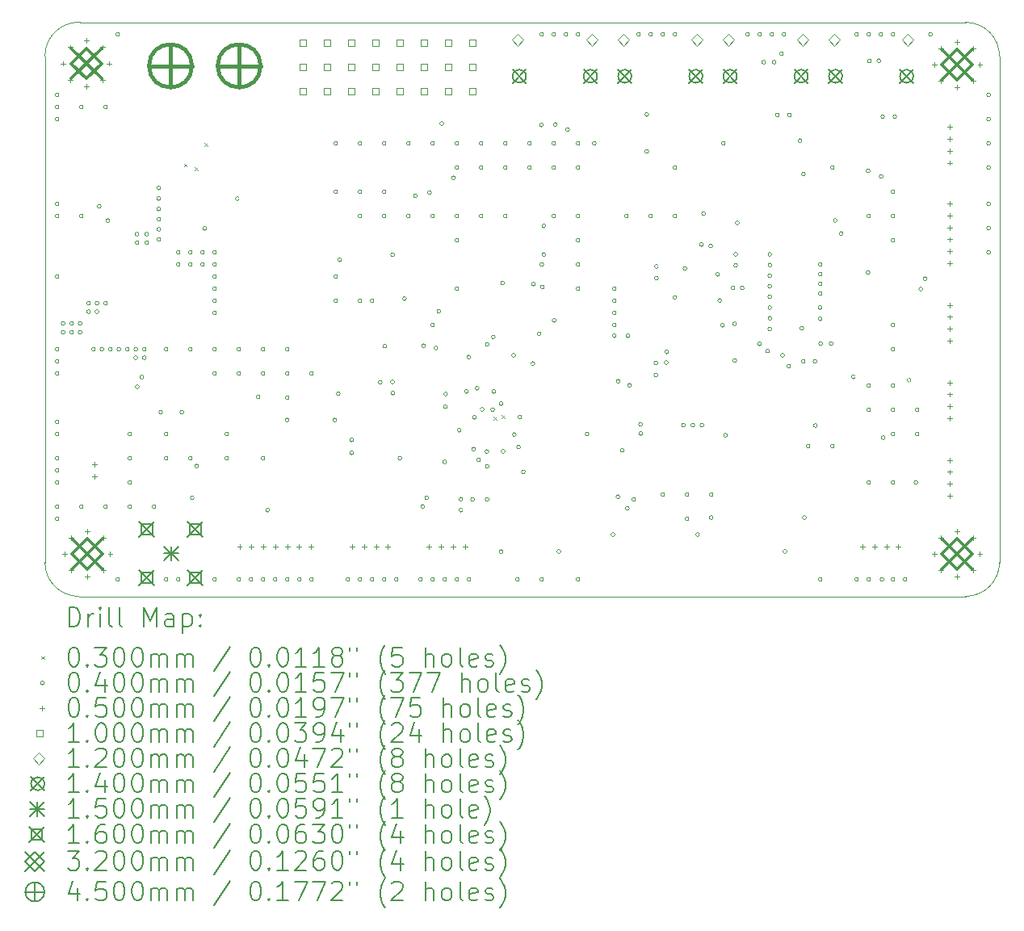
<source format=gbr>
%TF.GenerationSoftware,KiCad,Pcbnew,8.0.5*%
%TF.CreationDate,2025-02-16T07:29:59+05:30*%
%TF.ProjectId,Hades,48616465-732e-46b6-9963-61645f706362,rev?*%
%TF.SameCoordinates,Original*%
%TF.FileFunction,Drillmap*%
%TF.FilePolarity,Positive*%
%FSLAX45Y45*%
G04 Gerber Fmt 4.5, Leading zero omitted, Abs format (unit mm)*
G04 Created by KiCad (PCBNEW 8.0.5) date 2025-02-16 07:29:59*
%MOMM*%
%LPD*%
G01*
G04 APERTURE LIST*
%ADD10C,0.100000*%
%ADD11C,0.200000*%
%ADD12C,0.120000*%
%ADD13C,0.140000*%
%ADD14C,0.150000*%
%ADD15C,0.160000*%
%ADD16C,0.320000*%
%ADD17C,0.450000*%
G04 APERTURE END LIST*
D10*
X2908300Y-2540000D02*
X12192000Y-2540000D01*
X12547600Y-2895600D02*
X12547600Y-8204200D01*
X12192000Y-8559800D02*
X2895600Y-8559800D01*
X2540000Y-8204200D02*
X2539773Y-2895600D01*
X12547600Y-8204200D02*
G75*
G02*
X12192000Y-8559800I-355600J0D01*
G01*
X12192000Y-2540000D02*
G75*
G02*
X12547600Y-2895600I0J-355600D01*
G01*
X2539773Y-2895600D02*
G75*
G02*
X2908300Y-2540000I355827J0D01*
G01*
X2895600Y-8559800D02*
G75*
G02*
X2540000Y-8204200I0J355600D01*
G01*
D11*
D10*
X3997300Y-4023600D02*
X4027300Y-4053600D01*
X4027300Y-4023600D02*
X3997300Y-4053600D01*
X4112500Y-4061700D02*
X4142500Y-4091700D01*
X4142500Y-4061700D02*
X4112500Y-4091700D01*
X4214100Y-3807700D02*
X4244100Y-3837700D01*
X4244100Y-3807700D02*
X4214100Y-3837700D01*
X7244320Y-6677900D02*
X7274320Y-6707900D01*
X7274320Y-6677900D02*
X7244320Y-6707900D01*
X7328140Y-6662660D02*
X7358140Y-6692660D01*
X7358140Y-6662660D02*
X7328140Y-6692660D01*
X2687000Y-3302000D02*
G75*
G02*
X2647000Y-3302000I-20000J0D01*
G01*
X2647000Y-3302000D02*
G75*
G02*
X2687000Y-3302000I20000J0D01*
G01*
X2687000Y-3429000D02*
G75*
G02*
X2647000Y-3429000I-20000J0D01*
G01*
X2647000Y-3429000D02*
G75*
G02*
X2687000Y-3429000I20000J0D01*
G01*
X2687000Y-3556000D02*
G75*
G02*
X2647000Y-3556000I-20000J0D01*
G01*
X2647000Y-3556000D02*
G75*
G02*
X2687000Y-3556000I20000J0D01*
G01*
X2687000Y-4445000D02*
G75*
G02*
X2647000Y-4445000I-20000J0D01*
G01*
X2647000Y-4445000D02*
G75*
G02*
X2687000Y-4445000I20000J0D01*
G01*
X2687000Y-4572000D02*
G75*
G02*
X2647000Y-4572000I-20000J0D01*
G01*
X2647000Y-4572000D02*
G75*
G02*
X2687000Y-4572000I20000J0D01*
G01*
X2687000Y-5207000D02*
G75*
G02*
X2647000Y-5207000I-20000J0D01*
G01*
X2647000Y-5207000D02*
G75*
G02*
X2687000Y-5207000I20000J0D01*
G01*
X2687000Y-5969000D02*
G75*
G02*
X2647000Y-5969000I-20000J0D01*
G01*
X2647000Y-5969000D02*
G75*
G02*
X2687000Y-5969000I20000J0D01*
G01*
X2687000Y-6096000D02*
G75*
G02*
X2647000Y-6096000I-20000J0D01*
G01*
X2647000Y-6096000D02*
G75*
G02*
X2687000Y-6096000I20000J0D01*
G01*
X2687000Y-6223000D02*
G75*
G02*
X2647000Y-6223000I-20000J0D01*
G01*
X2647000Y-6223000D02*
G75*
G02*
X2687000Y-6223000I20000J0D01*
G01*
X2687000Y-6731000D02*
G75*
G02*
X2647000Y-6731000I-20000J0D01*
G01*
X2647000Y-6731000D02*
G75*
G02*
X2687000Y-6731000I20000J0D01*
G01*
X2687000Y-6858000D02*
G75*
G02*
X2647000Y-6858000I-20000J0D01*
G01*
X2647000Y-6858000D02*
G75*
G02*
X2687000Y-6858000I20000J0D01*
G01*
X2687000Y-7112000D02*
G75*
G02*
X2647000Y-7112000I-20000J0D01*
G01*
X2647000Y-7112000D02*
G75*
G02*
X2687000Y-7112000I20000J0D01*
G01*
X2687000Y-7239000D02*
G75*
G02*
X2647000Y-7239000I-20000J0D01*
G01*
X2647000Y-7239000D02*
G75*
G02*
X2687000Y-7239000I20000J0D01*
G01*
X2687000Y-7366000D02*
G75*
G02*
X2647000Y-7366000I-20000J0D01*
G01*
X2647000Y-7366000D02*
G75*
G02*
X2687000Y-7366000I20000J0D01*
G01*
X2687000Y-7620000D02*
G75*
G02*
X2647000Y-7620000I-20000J0D01*
G01*
X2647000Y-7620000D02*
G75*
G02*
X2687000Y-7620000I20000J0D01*
G01*
X2687000Y-7747000D02*
G75*
G02*
X2647000Y-7747000I-20000J0D01*
G01*
X2647000Y-7747000D02*
G75*
G02*
X2687000Y-7747000I20000J0D01*
G01*
X2750500Y-5697220D02*
G75*
G02*
X2710500Y-5697220I-20000J0D01*
G01*
X2710500Y-5697220D02*
G75*
G02*
X2750500Y-5697220I20000J0D01*
G01*
X2750500Y-5791200D02*
G75*
G02*
X2710500Y-5791200I-20000J0D01*
G01*
X2710500Y-5791200D02*
G75*
G02*
X2750500Y-5791200I20000J0D01*
G01*
X2839400Y-5697220D02*
G75*
G02*
X2799400Y-5697220I-20000J0D01*
G01*
X2799400Y-5697220D02*
G75*
G02*
X2839400Y-5697220I20000J0D01*
G01*
X2839400Y-5791200D02*
G75*
G02*
X2799400Y-5791200I-20000J0D01*
G01*
X2799400Y-5791200D02*
G75*
G02*
X2839400Y-5791200I20000J0D01*
G01*
X2928300Y-5697220D02*
G75*
G02*
X2888300Y-5697220I-20000J0D01*
G01*
X2888300Y-5697220D02*
G75*
G02*
X2928300Y-5697220I20000J0D01*
G01*
X2928300Y-5791200D02*
G75*
G02*
X2888300Y-5791200I-20000J0D01*
G01*
X2888300Y-5791200D02*
G75*
G02*
X2928300Y-5791200I20000J0D01*
G01*
X2941000Y-3429000D02*
G75*
G02*
X2901000Y-3429000I-20000J0D01*
G01*
X2901000Y-3429000D02*
G75*
G02*
X2941000Y-3429000I20000J0D01*
G01*
X2941000Y-4572000D02*
G75*
G02*
X2901000Y-4572000I-20000J0D01*
G01*
X2901000Y-4572000D02*
G75*
G02*
X2941000Y-4572000I20000J0D01*
G01*
X2941000Y-7620000D02*
G75*
G02*
X2901000Y-7620000I-20000J0D01*
G01*
X2901000Y-7620000D02*
G75*
G02*
X2941000Y-7620000I20000J0D01*
G01*
X3017200Y-5486400D02*
G75*
G02*
X2977200Y-5486400I-20000J0D01*
G01*
X2977200Y-5486400D02*
G75*
G02*
X3017200Y-5486400I20000J0D01*
G01*
X3017200Y-5575300D02*
G75*
G02*
X2977200Y-5575300I-20000J0D01*
G01*
X2977200Y-5575300D02*
G75*
G02*
X3017200Y-5575300I20000J0D01*
G01*
X3068000Y-5969000D02*
G75*
G02*
X3028000Y-5969000I-20000J0D01*
G01*
X3028000Y-5969000D02*
G75*
G02*
X3068000Y-5969000I20000J0D01*
G01*
X3106100Y-5486400D02*
G75*
G02*
X3066100Y-5486400I-20000J0D01*
G01*
X3066100Y-5486400D02*
G75*
G02*
X3106100Y-5486400I20000J0D01*
G01*
X3106100Y-5575300D02*
G75*
G02*
X3066100Y-5575300I-20000J0D01*
G01*
X3066100Y-5575300D02*
G75*
G02*
X3106100Y-5575300I20000J0D01*
G01*
X3128960Y-4470400D02*
G75*
G02*
X3088960Y-4470400I-20000J0D01*
G01*
X3088960Y-4470400D02*
G75*
G02*
X3128960Y-4470400I20000J0D01*
G01*
X3156900Y-5969000D02*
G75*
G02*
X3116900Y-5969000I-20000J0D01*
G01*
X3116900Y-5969000D02*
G75*
G02*
X3156900Y-5969000I20000J0D01*
G01*
X3195000Y-3429000D02*
G75*
G02*
X3155000Y-3429000I-20000J0D01*
G01*
X3155000Y-3429000D02*
G75*
G02*
X3195000Y-3429000I20000J0D01*
G01*
X3195000Y-5486400D02*
G75*
G02*
X3155000Y-5486400I-20000J0D01*
G01*
X3155000Y-5486400D02*
G75*
G02*
X3195000Y-5486400I20000J0D01*
G01*
X3195000Y-7620000D02*
G75*
G02*
X3155000Y-7620000I-20000J0D01*
G01*
X3155000Y-7620000D02*
G75*
G02*
X3195000Y-7620000I20000J0D01*
G01*
X3220400Y-4620260D02*
G75*
G02*
X3180400Y-4620260I-20000J0D01*
G01*
X3180400Y-4620260D02*
G75*
G02*
X3220400Y-4620260I20000J0D01*
G01*
X3245800Y-5969000D02*
G75*
G02*
X3205800Y-5969000I-20000J0D01*
G01*
X3205800Y-5969000D02*
G75*
G02*
X3245800Y-5969000I20000J0D01*
G01*
X3322000Y-2667000D02*
G75*
G02*
X3282000Y-2667000I-20000J0D01*
G01*
X3282000Y-2667000D02*
G75*
G02*
X3322000Y-2667000I20000J0D01*
G01*
X3322000Y-8382000D02*
G75*
G02*
X3282000Y-8382000I-20000J0D01*
G01*
X3282000Y-8382000D02*
G75*
G02*
X3322000Y-8382000I20000J0D01*
G01*
X3334700Y-5969000D02*
G75*
G02*
X3294700Y-5969000I-20000J0D01*
G01*
X3294700Y-5969000D02*
G75*
G02*
X3334700Y-5969000I20000J0D01*
G01*
X3423600Y-5969000D02*
G75*
G02*
X3383600Y-5969000I-20000J0D01*
G01*
X3383600Y-5969000D02*
G75*
G02*
X3423600Y-5969000I20000J0D01*
G01*
X3449000Y-6858000D02*
G75*
G02*
X3409000Y-6858000I-20000J0D01*
G01*
X3409000Y-6858000D02*
G75*
G02*
X3449000Y-6858000I20000J0D01*
G01*
X3449000Y-7112000D02*
G75*
G02*
X3409000Y-7112000I-20000J0D01*
G01*
X3409000Y-7112000D02*
G75*
G02*
X3449000Y-7112000I20000J0D01*
G01*
X3449000Y-7366000D02*
G75*
G02*
X3409000Y-7366000I-20000J0D01*
G01*
X3409000Y-7366000D02*
G75*
G02*
X3449000Y-7366000I20000J0D01*
G01*
X3449000Y-7620000D02*
G75*
G02*
X3409000Y-7620000I-20000J0D01*
G01*
X3409000Y-7620000D02*
G75*
G02*
X3449000Y-7620000I20000J0D01*
G01*
X3512500Y-5969000D02*
G75*
G02*
X3472500Y-5969000I-20000J0D01*
G01*
X3472500Y-5969000D02*
G75*
G02*
X3512500Y-5969000I20000J0D01*
G01*
X3512500Y-6057900D02*
G75*
G02*
X3472500Y-6057900I-20000J0D01*
G01*
X3472500Y-6057900D02*
G75*
G02*
X3512500Y-6057900I20000J0D01*
G01*
X3525200Y-4762500D02*
G75*
G02*
X3485200Y-4762500I-20000J0D01*
G01*
X3485200Y-4762500D02*
G75*
G02*
X3525200Y-4762500I20000J0D01*
G01*
X3525200Y-4851400D02*
G75*
G02*
X3485200Y-4851400I-20000J0D01*
G01*
X3485200Y-4851400D02*
G75*
G02*
X3525200Y-4851400I20000J0D01*
G01*
X3527740Y-6362700D02*
G75*
G02*
X3487740Y-6362700I-20000J0D01*
G01*
X3487740Y-6362700D02*
G75*
G02*
X3527740Y-6362700I20000J0D01*
G01*
X3576000Y-6261100D02*
G75*
G02*
X3536000Y-6261100I-20000J0D01*
G01*
X3536000Y-6261100D02*
G75*
G02*
X3576000Y-6261100I20000J0D01*
G01*
X3601400Y-5969000D02*
G75*
G02*
X3561400Y-5969000I-20000J0D01*
G01*
X3561400Y-5969000D02*
G75*
G02*
X3601400Y-5969000I20000J0D01*
G01*
X3601400Y-6057900D02*
G75*
G02*
X3561400Y-6057900I-20000J0D01*
G01*
X3561400Y-6057900D02*
G75*
G02*
X3601400Y-6057900I20000J0D01*
G01*
X3626800Y-4762500D02*
G75*
G02*
X3586800Y-4762500I-20000J0D01*
G01*
X3586800Y-4762500D02*
G75*
G02*
X3626800Y-4762500I20000J0D01*
G01*
X3626800Y-4851400D02*
G75*
G02*
X3586800Y-4851400I-20000J0D01*
G01*
X3586800Y-4851400D02*
G75*
G02*
X3626800Y-4851400I20000J0D01*
G01*
X3703000Y-7620000D02*
G75*
G02*
X3663000Y-7620000I-20000J0D01*
G01*
X3663000Y-7620000D02*
G75*
G02*
X3703000Y-7620000I20000J0D01*
G01*
X3753800Y-4277360D02*
G75*
G02*
X3713800Y-4277360I-20000J0D01*
G01*
X3713800Y-4277360D02*
G75*
G02*
X3753800Y-4277360I20000J0D01*
G01*
X3753800Y-4389120D02*
G75*
G02*
X3713800Y-4389120I-20000J0D01*
G01*
X3713800Y-4389120D02*
G75*
G02*
X3753800Y-4389120I20000J0D01*
G01*
X3753800Y-4498340D02*
G75*
G02*
X3713800Y-4498340I-20000J0D01*
G01*
X3713800Y-4498340D02*
G75*
G02*
X3753800Y-4498340I20000J0D01*
G01*
X3753800Y-4605020D02*
G75*
G02*
X3713800Y-4605020I-20000J0D01*
G01*
X3713800Y-4605020D02*
G75*
G02*
X3753800Y-4605020I20000J0D01*
G01*
X3753800Y-4711700D02*
G75*
G02*
X3713800Y-4711700I-20000J0D01*
G01*
X3713800Y-4711700D02*
G75*
G02*
X3753800Y-4711700I20000J0D01*
G01*
X3753800Y-4818380D02*
G75*
G02*
X3713800Y-4818380I-20000J0D01*
G01*
X3713800Y-4818380D02*
G75*
G02*
X3753800Y-4818380I20000J0D01*
G01*
X3774120Y-6629400D02*
G75*
G02*
X3734120Y-6629400I-20000J0D01*
G01*
X3734120Y-6629400D02*
G75*
G02*
X3774120Y-6629400I20000J0D01*
G01*
X3830000Y-5969000D02*
G75*
G02*
X3790000Y-5969000I-20000J0D01*
G01*
X3790000Y-5969000D02*
G75*
G02*
X3830000Y-5969000I20000J0D01*
G01*
X3830000Y-6858000D02*
G75*
G02*
X3790000Y-6858000I-20000J0D01*
G01*
X3790000Y-6858000D02*
G75*
G02*
X3830000Y-6858000I20000J0D01*
G01*
X3830000Y-7112000D02*
G75*
G02*
X3790000Y-7112000I-20000J0D01*
G01*
X3790000Y-7112000D02*
G75*
G02*
X3830000Y-7112000I20000J0D01*
G01*
X3830000Y-8382000D02*
G75*
G02*
X3790000Y-8382000I-20000J0D01*
G01*
X3790000Y-8382000D02*
G75*
G02*
X3830000Y-8382000I20000J0D01*
G01*
X3957000Y-4953000D02*
G75*
G02*
X3917000Y-4953000I-20000J0D01*
G01*
X3917000Y-4953000D02*
G75*
G02*
X3957000Y-4953000I20000J0D01*
G01*
X3957000Y-5080000D02*
G75*
G02*
X3917000Y-5080000I-20000J0D01*
G01*
X3917000Y-5080000D02*
G75*
G02*
X3957000Y-5080000I20000J0D01*
G01*
X3957000Y-8382000D02*
G75*
G02*
X3917000Y-8382000I-20000J0D01*
G01*
X3917000Y-8382000D02*
G75*
G02*
X3957000Y-8382000I20000J0D01*
G01*
X3995100Y-6629400D02*
G75*
G02*
X3955100Y-6629400I-20000J0D01*
G01*
X3955100Y-6629400D02*
G75*
G02*
X3995100Y-6629400I20000J0D01*
G01*
X4084000Y-4953000D02*
G75*
G02*
X4044000Y-4953000I-20000J0D01*
G01*
X4044000Y-4953000D02*
G75*
G02*
X4084000Y-4953000I20000J0D01*
G01*
X4084000Y-5080000D02*
G75*
G02*
X4044000Y-5080000I-20000J0D01*
G01*
X4044000Y-5080000D02*
G75*
G02*
X4084000Y-5080000I20000J0D01*
G01*
X4084000Y-5969000D02*
G75*
G02*
X4044000Y-5969000I-20000J0D01*
G01*
X4044000Y-5969000D02*
G75*
G02*
X4084000Y-5969000I20000J0D01*
G01*
X4084000Y-7112000D02*
G75*
G02*
X4044000Y-7112000I-20000J0D01*
G01*
X4044000Y-7112000D02*
G75*
G02*
X4084000Y-7112000I20000J0D01*
G01*
X4104320Y-7526020D02*
G75*
G02*
X4064320Y-7526020I-20000J0D01*
G01*
X4064320Y-7526020D02*
G75*
G02*
X4104320Y-7526020I20000J0D01*
G01*
X4150040Y-7193280D02*
G75*
G02*
X4110040Y-7193280I-20000J0D01*
G01*
X4110040Y-7193280D02*
G75*
G02*
X4150040Y-7193280I20000J0D01*
G01*
X4211000Y-4953000D02*
G75*
G02*
X4171000Y-4953000I-20000J0D01*
G01*
X4171000Y-4953000D02*
G75*
G02*
X4211000Y-4953000I20000J0D01*
G01*
X4211000Y-5080000D02*
G75*
G02*
X4171000Y-5080000I-20000J0D01*
G01*
X4171000Y-5080000D02*
G75*
G02*
X4211000Y-5080000I20000J0D01*
G01*
X4234360Y-4701540D02*
G75*
G02*
X4194360Y-4701540I-20000J0D01*
G01*
X4194360Y-4701540D02*
G75*
G02*
X4234360Y-4701540I20000J0D01*
G01*
X4338000Y-4953000D02*
G75*
G02*
X4298000Y-4953000I-20000J0D01*
G01*
X4298000Y-4953000D02*
G75*
G02*
X4338000Y-4953000I20000J0D01*
G01*
X4338000Y-5080000D02*
G75*
G02*
X4298000Y-5080000I-20000J0D01*
G01*
X4298000Y-5080000D02*
G75*
G02*
X4338000Y-5080000I20000J0D01*
G01*
X4338000Y-5207000D02*
G75*
G02*
X4298000Y-5207000I-20000J0D01*
G01*
X4298000Y-5207000D02*
G75*
G02*
X4338000Y-5207000I20000J0D01*
G01*
X4338000Y-5334000D02*
G75*
G02*
X4298000Y-5334000I-20000J0D01*
G01*
X4298000Y-5334000D02*
G75*
G02*
X4338000Y-5334000I20000J0D01*
G01*
X4338000Y-5461000D02*
G75*
G02*
X4298000Y-5461000I-20000J0D01*
G01*
X4298000Y-5461000D02*
G75*
G02*
X4338000Y-5461000I20000J0D01*
G01*
X4338000Y-5588000D02*
G75*
G02*
X4298000Y-5588000I-20000J0D01*
G01*
X4298000Y-5588000D02*
G75*
G02*
X4338000Y-5588000I20000J0D01*
G01*
X4338000Y-5969000D02*
G75*
G02*
X4298000Y-5969000I-20000J0D01*
G01*
X4298000Y-5969000D02*
G75*
G02*
X4338000Y-5969000I20000J0D01*
G01*
X4338000Y-6223000D02*
G75*
G02*
X4298000Y-6223000I-20000J0D01*
G01*
X4298000Y-6223000D02*
G75*
G02*
X4338000Y-6223000I20000J0D01*
G01*
X4338000Y-8382000D02*
G75*
G02*
X4298000Y-8382000I-20000J0D01*
G01*
X4298000Y-8382000D02*
G75*
G02*
X4338000Y-8382000I20000J0D01*
G01*
X4465000Y-6858000D02*
G75*
G02*
X4425000Y-6858000I-20000J0D01*
G01*
X4425000Y-6858000D02*
G75*
G02*
X4465000Y-6858000I20000J0D01*
G01*
X4465000Y-7112000D02*
G75*
G02*
X4425000Y-7112000I-20000J0D01*
G01*
X4425000Y-7112000D02*
G75*
G02*
X4465000Y-7112000I20000J0D01*
G01*
X4576760Y-4389120D02*
G75*
G02*
X4536760Y-4389120I-20000J0D01*
G01*
X4536760Y-4389120D02*
G75*
G02*
X4576760Y-4389120I20000J0D01*
G01*
X4592000Y-5969000D02*
G75*
G02*
X4552000Y-5969000I-20000J0D01*
G01*
X4552000Y-5969000D02*
G75*
G02*
X4592000Y-5969000I20000J0D01*
G01*
X4592000Y-6223000D02*
G75*
G02*
X4552000Y-6223000I-20000J0D01*
G01*
X4552000Y-6223000D02*
G75*
G02*
X4592000Y-6223000I20000J0D01*
G01*
X4592000Y-8382000D02*
G75*
G02*
X4552000Y-8382000I-20000J0D01*
G01*
X4552000Y-8382000D02*
G75*
G02*
X4592000Y-8382000I20000J0D01*
G01*
X4719000Y-8382000D02*
G75*
G02*
X4679000Y-8382000I-20000J0D01*
G01*
X4679000Y-8382000D02*
G75*
G02*
X4719000Y-8382000I20000J0D01*
G01*
X4795200Y-6469380D02*
G75*
G02*
X4755200Y-6469380I-20000J0D01*
G01*
X4755200Y-6469380D02*
G75*
G02*
X4795200Y-6469380I20000J0D01*
G01*
X4846000Y-5969000D02*
G75*
G02*
X4806000Y-5969000I-20000J0D01*
G01*
X4806000Y-5969000D02*
G75*
G02*
X4846000Y-5969000I20000J0D01*
G01*
X4846000Y-6223000D02*
G75*
G02*
X4806000Y-6223000I-20000J0D01*
G01*
X4806000Y-6223000D02*
G75*
G02*
X4846000Y-6223000I20000J0D01*
G01*
X4846000Y-7112000D02*
G75*
G02*
X4806000Y-7112000I-20000J0D01*
G01*
X4806000Y-7112000D02*
G75*
G02*
X4846000Y-7112000I20000J0D01*
G01*
X4846000Y-8382000D02*
G75*
G02*
X4806000Y-8382000I-20000J0D01*
G01*
X4806000Y-8382000D02*
G75*
G02*
X4846000Y-8382000I20000J0D01*
G01*
X4894260Y-7655560D02*
G75*
G02*
X4854260Y-7655560I-20000J0D01*
G01*
X4854260Y-7655560D02*
G75*
G02*
X4894260Y-7655560I20000J0D01*
G01*
X4973000Y-8382000D02*
G75*
G02*
X4933000Y-8382000I-20000J0D01*
G01*
X4933000Y-8382000D02*
G75*
G02*
X4973000Y-8382000I20000J0D01*
G01*
X5100000Y-5969000D02*
G75*
G02*
X5060000Y-5969000I-20000J0D01*
G01*
X5060000Y-5969000D02*
G75*
G02*
X5100000Y-5969000I20000J0D01*
G01*
X5100000Y-6223000D02*
G75*
G02*
X5060000Y-6223000I-20000J0D01*
G01*
X5060000Y-6223000D02*
G75*
G02*
X5100000Y-6223000I20000J0D01*
G01*
X5100000Y-6477000D02*
G75*
G02*
X5060000Y-6477000I-20000J0D01*
G01*
X5060000Y-6477000D02*
G75*
G02*
X5100000Y-6477000I20000J0D01*
G01*
X5100000Y-6710680D02*
G75*
G02*
X5060000Y-6710680I-20000J0D01*
G01*
X5060000Y-6710680D02*
G75*
G02*
X5100000Y-6710680I20000J0D01*
G01*
X5100000Y-8382000D02*
G75*
G02*
X5060000Y-8382000I-20000J0D01*
G01*
X5060000Y-8382000D02*
G75*
G02*
X5100000Y-8382000I20000J0D01*
G01*
X5227000Y-8382000D02*
G75*
G02*
X5187000Y-8382000I-20000J0D01*
G01*
X5187000Y-8382000D02*
G75*
G02*
X5227000Y-8382000I20000J0D01*
G01*
X5354000Y-6223000D02*
G75*
G02*
X5314000Y-6223000I-20000J0D01*
G01*
X5314000Y-6223000D02*
G75*
G02*
X5354000Y-6223000I20000J0D01*
G01*
X5354000Y-8382000D02*
G75*
G02*
X5314000Y-8382000I-20000J0D01*
G01*
X5314000Y-8382000D02*
G75*
G02*
X5354000Y-8382000I20000J0D01*
G01*
X5597840Y-6710680D02*
G75*
G02*
X5557840Y-6710680I-20000J0D01*
G01*
X5557840Y-6710680D02*
G75*
G02*
X5597840Y-6710680I20000J0D01*
G01*
X5608000Y-3810000D02*
G75*
G02*
X5568000Y-3810000I-20000J0D01*
G01*
X5568000Y-3810000D02*
G75*
G02*
X5608000Y-3810000I20000J0D01*
G01*
X5608000Y-4318000D02*
G75*
G02*
X5568000Y-4318000I-20000J0D01*
G01*
X5568000Y-4318000D02*
G75*
G02*
X5608000Y-4318000I20000J0D01*
G01*
X5608000Y-5207000D02*
G75*
G02*
X5568000Y-5207000I-20000J0D01*
G01*
X5568000Y-5207000D02*
G75*
G02*
X5608000Y-5207000I20000J0D01*
G01*
X5608000Y-5461000D02*
G75*
G02*
X5568000Y-5461000I-20000J0D01*
G01*
X5568000Y-5461000D02*
G75*
G02*
X5608000Y-5461000I20000J0D01*
G01*
X5635940Y-6436360D02*
G75*
G02*
X5595940Y-6436360I-20000J0D01*
G01*
X5595940Y-6436360D02*
G75*
G02*
X5635940Y-6436360I20000J0D01*
G01*
X5651180Y-5031740D02*
G75*
G02*
X5611180Y-5031740I-20000J0D01*
G01*
X5611180Y-5031740D02*
G75*
G02*
X5651180Y-5031740I20000J0D01*
G01*
X5735000Y-8382000D02*
G75*
G02*
X5695000Y-8382000I-20000J0D01*
G01*
X5695000Y-8382000D02*
G75*
G02*
X5735000Y-8382000I20000J0D01*
G01*
X5775640Y-6918960D02*
G75*
G02*
X5735640Y-6918960I-20000J0D01*
G01*
X5735640Y-6918960D02*
G75*
G02*
X5775640Y-6918960I20000J0D01*
G01*
X5775640Y-7056120D02*
G75*
G02*
X5735640Y-7056120I-20000J0D01*
G01*
X5735640Y-7056120D02*
G75*
G02*
X5775640Y-7056120I20000J0D01*
G01*
X5862000Y-3810000D02*
G75*
G02*
X5822000Y-3810000I-20000J0D01*
G01*
X5822000Y-3810000D02*
G75*
G02*
X5862000Y-3810000I20000J0D01*
G01*
X5862000Y-4318000D02*
G75*
G02*
X5822000Y-4318000I-20000J0D01*
G01*
X5822000Y-4318000D02*
G75*
G02*
X5862000Y-4318000I20000J0D01*
G01*
X5862000Y-4572000D02*
G75*
G02*
X5822000Y-4572000I-20000J0D01*
G01*
X5822000Y-4572000D02*
G75*
G02*
X5862000Y-4572000I20000J0D01*
G01*
X5862000Y-5461000D02*
G75*
G02*
X5822000Y-5461000I-20000J0D01*
G01*
X5822000Y-5461000D02*
G75*
G02*
X5862000Y-5461000I20000J0D01*
G01*
X5862000Y-8382000D02*
G75*
G02*
X5822000Y-8382000I-20000J0D01*
G01*
X5822000Y-8382000D02*
G75*
G02*
X5862000Y-8382000I20000J0D01*
G01*
X5989000Y-5461000D02*
G75*
G02*
X5949000Y-5461000I-20000J0D01*
G01*
X5949000Y-5461000D02*
G75*
G02*
X5989000Y-5461000I20000J0D01*
G01*
X5989000Y-8382000D02*
G75*
G02*
X5949000Y-8382000I-20000J0D01*
G01*
X5949000Y-8382000D02*
G75*
G02*
X5989000Y-8382000I20000J0D01*
G01*
X6075360Y-6314440D02*
G75*
G02*
X6035360Y-6314440I-20000J0D01*
G01*
X6035360Y-6314440D02*
G75*
G02*
X6075360Y-6314440I20000J0D01*
G01*
X6116000Y-3810000D02*
G75*
G02*
X6076000Y-3810000I-20000J0D01*
G01*
X6076000Y-3810000D02*
G75*
G02*
X6116000Y-3810000I20000J0D01*
G01*
X6116000Y-4318000D02*
G75*
G02*
X6076000Y-4318000I-20000J0D01*
G01*
X6076000Y-4318000D02*
G75*
G02*
X6116000Y-4318000I20000J0D01*
G01*
X6116000Y-4572000D02*
G75*
G02*
X6076000Y-4572000I-20000J0D01*
G01*
X6076000Y-4572000D02*
G75*
G02*
X6116000Y-4572000I20000J0D01*
G01*
X6116000Y-8382000D02*
G75*
G02*
X6076000Y-8382000I-20000J0D01*
G01*
X6076000Y-8382000D02*
G75*
G02*
X6116000Y-8382000I20000J0D01*
G01*
X6123620Y-5935980D02*
G75*
G02*
X6083620Y-5935980I-20000J0D01*
G01*
X6083620Y-5935980D02*
G75*
G02*
X6123620Y-5935980I20000J0D01*
G01*
X6204900Y-4978400D02*
G75*
G02*
X6164900Y-4978400I-20000J0D01*
G01*
X6164900Y-4978400D02*
G75*
G02*
X6204900Y-4978400I20000J0D01*
G01*
X6204900Y-6311900D02*
G75*
G02*
X6164900Y-6311900I-20000J0D01*
G01*
X6164900Y-6311900D02*
G75*
G02*
X6204900Y-6311900I20000J0D01*
G01*
X6207440Y-6428740D02*
G75*
G02*
X6167440Y-6428740I-20000J0D01*
G01*
X6167440Y-6428740D02*
G75*
G02*
X6207440Y-6428740I20000J0D01*
G01*
X6243000Y-8382000D02*
G75*
G02*
X6203000Y-8382000I-20000J0D01*
G01*
X6203000Y-8382000D02*
G75*
G02*
X6243000Y-8382000I20000J0D01*
G01*
X6281100Y-7112000D02*
G75*
G02*
X6241100Y-7112000I-20000J0D01*
G01*
X6241100Y-7112000D02*
G75*
G02*
X6281100Y-7112000I20000J0D01*
G01*
X6329360Y-5438140D02*
G75*
G02*
X6289360Y-5438140I-20000J0D01*
G01*
X6289360Y-5438140D02*
G75*
G02*
X6329360Y-5438140I20000J0D01*
G01*
X6370000Y-3810000D02*
G75*
G02*
X6330000Y-3810000I-20000J0D01*
G01*
X6330000Y-3810000D02*
G75*
G02*
X6370000Y-3810000I20000J0D01*
G01*
X6370000Y-4572000D02*
G75*
G02*
X6330000Y-4572000I-20000J0D01*
G01*
X6330000Y-4572000D02*
G75*
G02*
X6370000Y-4572000I20000J0D01*
G01*
X6443660Y-4361180D02*
G75*
G02*
X6403660Y-4361180I-20000J0D01*
G01*
X6403660Y-4361180D02*
G75*
G02*
X6443660Y-4361180I20000J0D01*
G01*
X6497000Y-8382000D02*
G75*
G02*
X6457000Y-8382000I-20000J0D01*
G01*
X6457000Y-8382000D02*
G75*
G02*
X6497000Y-8382000I20000J0D01*
G01*
X6519860Y-7617460D02*
G75*
G02*
X6479860Y-7617460I-20000J0D01*
G01*
X6479860Y-7617460D02*
G75*
G02*
X6519860Y-7617460I20000J0D01*
G01*
X6530020Y-5930900D02*
G75*
G02*
X6490020Y-5930900I-20000J0D01*
G01*
X6490020Y-5930900D02*
G75*
G02*
X6530020Y-5930900I20000J0D01*
G01*
X6563040Y-7525880D02*
G75*
G02*
X6523040Y-7525880I-20000J0D01*
G01*
X6523040Y-7525880D02*
G75*
G02*
X6563040Y-7525880I20000J0D01*
G01*
X6590980Y-4325620D02*
G75*
G02*
X6550980Y-4325620I-20000J0D01*
G01*
X6550980Y-4325620D02*
G75*
G02*
X6590980Y-4325620I20000J0D01*
G01*
X6624000Y-3810000D02*
G75*
G02*
X6584000Y-3810000I-20000J0D01*
G01*
X6584000Y-3810000D02*
G75*
G02*
X6624000Y-3810000I20000J0D01*
G01*
X6624000Y-4572000D02*
G75*
G02*
X6584000Y-4572000I-20000J0D01*
G01*
X6584000Y-4572000D02*
G75*
G02*
X6624000Y-4572000I20000J0D01*
G01*
X6624000Y-5715000D02*
G75*
G02*
X6584000Y-5715000I-20000J0D01*
G01*
X6584000Y-5715000D02*
G75*
G02*
X6624000Y-5715000I20000J0D01*
G01*
X6624000Y-8382000D02*
G75*
G02*
X6584000Y-8382000I-20000J0D01*
G01*
X6584000Y-8382000D02*
G75*
G02*
X6624000Y-8382000I20000J0D01*
G01*
X6659560Y-5956300D02*
G75*
G02*
X6619560Y-5956300I-20000J0D01*
G01*
X6619560Y-5956300D02*
G75*
G02*
X6659560Y-5956300I20000J0D01*
G01*
X6690040Y-5570220D02*
G75*
G02*
X6650040Y-5570220I-20000J0D01*
G01*
X6650040Y-5570220D02*
G75*
G02*
X6690040Y-5570220I20000J0D01*
G01*
X6720520Y-3601720D02*
G75*
G02*
X6680520Y-3601720I-20000J0D01*
G01*
X6680520Y-3601720D02*
G75*
G02*
X6720520Y-3601720I20000J0D01*
G01*
X6751000Y-7150100D02*
G75*
G02*
X6711000Y-7150100I-20000J0D01*
G01*
X6711000Y-7150100D02*
G75*
G02*
X6751000Y-7150100I20000J0D01*
G01*
X6751000Y-8382000D02*
G75*
G02*
X6711000Y-8382000I-20000J0D01*
G01*
X6711000Y-8382000D02*
G75*
G02*
X6751000Y-8382000I20000J0D01*
G01*
X6758620Y-6570980D02*
G75*
G02*
X6718620Y-6570980I-20000J0D01*
G01*
X6718620Y-6570980D02*
G75*
G02*
X6758620Y-6570980I20000J0D01*
G01*
X6761160Y-6438900D02*
G75*
G02*
X6721160Y-6438900I-20000J0D01*
G01*
X6721160Y-6438900D02*
G75*
G02*
X6761160Y-6438900I20000J0D01*
G01*
X6842440Y-4170680D02*
G75*
G02*
X6802440Y-4170680I-20000J0D01*
G01*
X6802440Y-4170680D02*
G75*
G02*
X6842440Y-4170680I20000J0D01*
G01*
X6878000Y-3810000D02*
G75*
G02*
X6838000Y-3810000I-20000J0D01*
G01*
X6838000Y-3810000D02*
G75*
G02*
X6878000Y-3810000I20000J0D01*
G01*
X6878000Y-4064000D02*
G75*
G02*
X6838000Y-4064000I-20000J0D01*
G01*
X6838000Y-4064000D02*
G75*
G02*
X6878000Y-4064000I20000J0D01*
G01*
X6878000Y-4572000D02*
G75*
G02*
X6838000Y-4572000I-20000J0D01*
G01*
X6838000Y-4572000D02*
G75*
G02*
X6878000Y-4572000I20000J0D01*
G01*
X6878000Y-4826000D02*
G75*
G02*
X6838000Y-4826000I-20000J0D01*
G01*
X6838000Y-4826000D02*
G75*
G02*
X6878000Y-4826000I20000J0D01*
G01*
X6878000Y-5334000D02*
G75*
G02*
X6838000Y-5334000I-20000J0D01*
G01*
X6838000Y-5334000D02*
G75*
G02*
X6878000Y-5334000I20000J0D01*
G01*
X6878000Y-8382000D02*
G75*
G02*
X6838000Y-8382000I-20000J0D01*
G01*
X6838000Y-8382000D02*
G75*
G02*
X6878000Y-8382000I20000J0D01*
G01*
X6903400Y-6817360D02*
G75*
G02*
X6863400Y-6817360I-20000J0D01*
G01*
X6863400Y-6817360D02*
G75*
G02*
X6903400Y-6817360I20000J0D01*
G01*
X6921180Y-7541260D02*
G75*
G02*
X6881180Y-7541260I-20000J0D01*
G01*
X6881180Y-7541260D02*
G75*
G02*
X6921180Y-7541260I20000J0D01*
G01*
X6921180Y-7655560D02*
G75*
G02*
X6881180Y-7655560I-20000J0D01*
G01*
X6881180Y-7655560D02*
G75*
G02*
X6921180Y-7655560I20000J0D01*
G01*
X6979600Y-6410960D02*
G75*
G02*
X6939600Y-6410960I-20000J0D01*
G01*
X6939600Y-6410960D02*
G75*
G02*
X6979600Y-6410960I20000J0D01*
G01*
X7002460Y-6050280D02*
G75*
G02*
X6962460Y-6050280I-20000J0D01*
G01*
X6962460Y-6050280D02*
G75*
G02*
X7002460Y-6050280I20000J0D01*
G01*
X7005000Y-8382000D02*
G75*
G02*
X6965000Y-8382000I-20000J0D01*
G01*
X6965000Y-8382000D02*
G75*
G02*
X7005000Y-8382000I20000J0D01*
G01*
X7043100Y-7543800D02*
G75*
G02*
X7003100Y-7543800I-20000J0D01*
G01*
X7003100Y-7543800D02*
G75*
G02*
X7043100Y-7543800I20000J0D01*
G01*
X7054720Y-7015480D02*
G75*
G02*
X7014720Y-7015480I-20000J0D01*
G01*
X7014720Y-7015480D02*
G75*
G02*
X7054720Y-7015480I20000J0D01*
G01*
X7063420Y-6682740D02*
G75*
G02*
X7023420Y-6682740I-20000J0D01*
G01*
X7023420Y-6682740D02*
G75*
G02*
X7063420Y-6682740I20000J0D01*
G01*
X7091360Y-6377940D02*
G75*
G02*
X7051360Y-6377940I-20000J0D01*
G01*
X7051360Y-6377940D02*
G75*
G02*
X7091360Y-6377940I20000J0D01*
G01*
X7106600Y-7129780D02*
G75*
G02*
X7066600Y-7129780I-20000J0D01*
G01*
X7066600Y-7129780D02*
G75*
G02*
X7106600Y-7129780I20000J0D01*
G01*
X7132000Y-3810000D02*
G75*
G02*
X7092000Y-3810000I-20000J0D01*
G01*
X7092000Y-3810000D02*
G75*
G02*
X7132000Y-3810000I20000J0D01*
G01*
X7132000Y-4064000D02*
G75*
G02*
X7092000Y-4064000I-20000J0D01*
G01*
X7092000Y-4064000D02*
G75*
G02*
X7132000Y-4064000I20000J0D01*
G01*
X7132000Y-4572000D02*
G75*
G02*
X7092000Y-4572000I-20000J0D01*
G01*
X7092000Y-4572000D02*
G75*
G02*
X7132000Y-4572000I20000J0D01*
G01*
X7144700Y-6598920D02*
G75*
G02*
X7104700Y-6598920I-20000J0D01*
G01*
X7104700Y-6598920D02*
G75*
G02*
X7144700Y-6598920I20000J0D01*
G01*
X7192960Y-7040880D02*
G75*
G02*
X7152960Y-7040880I-20000J0D01*
G01*
X7152960Y-7040880D02*
G75*
G02*
X7192960Y-7040880I20000J0D01*
G01*
X7195500Y-7543800D02*
G75*
G02*
X7155500Y-7543800I-20000J0D01*
G01*
X7155500Y-7543800D02*
G75*
G02*
X7195500Y-7543800I20000J0D01*
G01*
X7198040Y-5918200D02*
G75*
G02*
X7158040Y-5918200I-20000J0D01*
G01*
X7158040Y-5918200D02*
G75*
G02*
X7198040Y-5918200I20000J0D01*
G01*
X7198040Y-7195820D02*
G75*
G02*
X7158040Y-7195820I-20000J0D01*
G01*
X7158040Y-7195820D02*
G75*
G02*
X7198040Y-7195820I20000J0D01*
G01*
X7253920Y-6601460D02*
G75*
G02*
X7213920Y-6601460I-20000J0D01*
G01*
X7213920Y-6601460D02*
G75*
G02*
X7253920Y-6601460I20000J0D01*
G01*
X7261540Y-5839460D02*
G75*
G02*
X7221540Y-5839460I-20000J0D01*
G01*
X7221540Y-5839460D02*
G75*
G02*
X7261540Y-5839460I20000J0D01*
G01*
X7266620Y-6410960D02*
G75*
G02*
X7226620Y-6410960I-20000J0D01*
G01*
X7226620Y-6410960D02*
G75*
G02*
X7266620Y-6410960I20000J0D01*
G01*
X7342820Y-6537960D02*
G75*
G02*
X7302820Y-6537960I-20000J0D01*
G01*
X7302820Y-6537960D02*
G75*
G02*
X7342820Y-6537960I20000J0D01*
G01*
X7342820Y-8089900D02*
G75*
G02*
X7302820Y-8089900I-20000J0D01*
G01*
X7302820Y-8089900D02*
G75*
G02*
X7342820Y-8089900I20000J0D01*
G01*
X7358060Y-5275580D02*
G75*
G02*
X7318060Y-5275580I-20000J0D01*
G01*
X7318060Y-5275580D02*
G75*
G02*
X7358060Y-5275580I20000J0D01*
G01*
X7363140Y-7040880D02*
G75*
G02*
X7323140Y-7040880I-20000J0D01*
G01*
X7323140Y-7040880D02*
G75*
G02*
X7363140Y-7040880I20000J0D01*
G01*
X7386000Y-3810000D02*
G75*
G02*
X7346000Y-3810000I-20000J0D01*
G01*
X7346000Y-3810000D02*
G75*
G02*
X7386000Y-3810000I20000J0D01*
G01*
X7386000Y-4064000D02*
G75*
G02*
X7346000Y-4064000I-20000J0D01*
G01*
X7346000Y-4064000D02*
G75*
G02*
X7386000Y-4064000I20000J0D01*
G01*
X7386000Y-4572000D02*
G75*
G02*
X7346000Y-4572000I-20000J0D01*
G01*
X7346000Y-4572000D02*
G75*
G02*
X7386000Y-4572000I20000J0D01*
G01*
X7474900Y-6032500D02*
G75*
G02*
X7434900Y-6032500I-20000J0D01*
G01*
X7434900Y-6032500D02*
G75*
G02*
X7474900Y-6032500I20000J0D01*
G01*
X7480820Y-6863080D02*
G75*
G02*
X7440820Y-6863080I-20000J0D01*
G01*
X7440820Y-6863080D02*
G75*
G02*
X7480820Y-6863080I20000J0D01*
G01*
X7513000Y-8382000D02*
G75*
G02*
X7473000Y-8382000I-20000J0D01*
G01*
X7473000Y-8382000D02*
G75*
G02*
X7513000Y-8382000I20000J0D01*
G01*
X7525700Y-6995160D02*
G75*
G02*
X7485700Y-6995160I-20000J0D01*
G01*
X7485700Y-6995160D02*
G75*
G02*
X7525700Y-6995160I20000J0D01*
G01*
X7538400Y-6680200D02*
G75*
G02*
X7498400Y-6680200I-20000J0D01*
G01*
X7498400Y-6680200D02*
G75*
G02*
X7538400Y-6680200I20000J0D01*
G01*
X7576500Y-7254240D02*
G75*
G02*
X7536500Y-7254240I-20000J0D01*
G01*
X7536500Y-7254240D02*
G75*
G02*
X7576500Y-7254240I20000J0D01*
G01*
X7640000Y-3810000D02*
G75*
G02*
X7600000Y-3810000I-20000J0D01*
G01*
X7600000Y-3810000D02*
G75*
G02*
X7640000Y-3810000I20000J0D01*
G01*
X7640000Y-4064000D02*
G75*
G02*
X7600000Y-4064000I-20000J0D01*
G01*
X7600000Y-4064000D02*
G75*
G02*
X7640000Y-4064000I20000J0D01*
G01*
X7675560Y-6118860D02*
G75*
G02*
X7635560Y-6118860I-20000J0D01*
G01*
X7635560Y-6118860D02*
G75*
G02*
X7675560Y-6118860I20000J0D01*
G01*
X7680640Y-5285740D02*
G75*
G02*
X7640640Y-5285740I-20000J0D01*
G01*
X7640640Y-5285740D02*
G75*
G02*
X7680640Y-5285740I20000J0D01*
G01*
X7741600Y-5806440D02*
G75*
G02*
X7701600Y-5806440I-20000J0D01*
G01*
X7701600Y-5806440D02*
G75*
G02*
X7741600Y-5806440I20000J0D01*
G01*
X7764460Y-3616960D02*
G75*
G02*
X7724460Y-3616960I-20000J0D01*
G01*
X7724460Y-3616960D02*
G75*
G02*
X7764460Y-3616960I20000J0D01*
G01*
X7767000Y-2667000D02*
G75*
G02*
X7727000Y-2667000I-20000J0D01*
G01*
X7727000Y-2667000D02*
G75*
G02*
X7767000Y-2667000I20000J0D01*
G01*
X7767000Y-8382000D02*
G75*
G02*
X7727000Y-8382000I-20000J0D01*
G01*
X7727000Y-8382000D02*
G75*
G02*
X7767000Y-8382000I20000J0D01*
G01*
X7769540Y-5080000D02*
G75*
G02*
X7729540Y-5080000I-20000J0D01*
G01*
X7729540Y-5080000D02*
G75*
G02*
X7769540Y-5080000I20000J0D01*
G01*
X7774620Y-5316220D02*
G75*
G02*
X7734620Y-5316220I-20000J0D01*
G01*
X7734620Y-5316220D02*
G75*
G02*
X7774620Y-5316220I20000J0D01*
G01*
X7789860Y-4676140D02*
G75*
G02*
X7749860Y-4676140I-20000J0D01*
G01*
X7749860Y-4676140D02*
G75*
G02*
X7789860Y-4676140I20000J0D01*
G01*
X7789860Y-4975860D02*
G75*
G02*
X7749860Y-4975860I-20000J0D01*
G01*
X7749860Y-4975860D02*
G75*
G02*
X7789860Y-4975860I20000J0D01*
G01*
X7894000Y-2667000D02*
G75*
G02*
X7854000Y-2667000I-20000J0D01*
G01*
X7854000Y-2667000D02*
G75*
G02*
X7894000Y-2667000I20000J0D01*
G01*
X7894000Y-3810000D02*
G75*
G02*
X7854000Y-3810000I-20000J0D01*
G01*
X7854000Y-3810000D02*
G75*
G02*
X7894000Y-3810000I20000J0D01*
G01*
X7894000Y-4064000D02*
G75*
G02*
X7854000Y-4064000I-20000J0D01*
G01*
X7854000Y-4064000D02*
G75*
G02*
X7894000Y-4064000I20000J0D01*
G01*
X7894000Y-4572000D02*
G75*
G02*
X7854000Y-4572000I-20000J0D01*
G01*
X7854000Y-4572000D02*
G75*
G02*
X7894000Y-4572000I20000J0D01*
G01*
X7899080Y-5666740D02*
G75*
G02*
X7859080Y-5666740I-20000J0D01*
G01*
X7859080Y-5666740D02*
G75*
G02*
X7899080Y-5666740I20000J0D01*
G01*
X7911780Y-3611880D02*
G75*
G02*
X7871780Y-3611880I-20000J0D01*
G01*
X7871780Y-3611880D02*
G75*
G02*
X7911780Y-3611880I20000J0D01*
G01*
X7947340Y-8089900D02*
G75*
G02*
X7907340Y-8089900I-20000J0D01*
G01*
X7907340Y-8089900D02*
G75*
G02*
X7947340Y-8089900I20000J0D01*
G01*
X8021000Y-2667000D02*
G75*
G02*
X7981000Y-2667000I-20000J0D01*
G01*
X7981000Y-2667000D02*
G75*
G02*
X8021000Y-2667000I20000J0D01*
G01*
X8038780Y-3665220D02*
G75*
G02*
X7998780Y-3665220I-20000J0D01*
G01*
X7998780Y-3665220D02*
G75*
G02*
X8038780Y-3665220I20000J0D01*
G01*
X8148000Y-2667000D02*
G75*
G02*
X8108000Y-2667000I-20000J0D01*
G01*
X8108000Y-2667000D02*
G75*
G02*
X8148000Y-2667000I20000J0D01*
G01*
X8148000Y-3810000D02*
G75*
G02*
X8108000Y-3810000I-20000J0D01*
G01*
X8108000Y-3810000D02*
G75*
G02*
X8148000Y-3810000I20000J0D01*
G01*
X8148000Y-4064000D02*
G75*
G02*
X8108000Y-4064000I-20000J0D01*
G01*
X8108000Y-4064000D02*
G75*
G02*
X8148000Y-4064000I20000J0D01*
G01*
X8148000Y-4572000D02*
G75*
G02*
X8108000Y-4572000I-20000J0D01*
G01*
X8108000Y-4572000D02*
G75*
G02*
X8148000Y-4572000I20000J0D01*
G01*
X8148000Y-4826000D02*
G75*
G02*
X8108000Y-4826000I-20000J0D01*
G01*
X8108000Y-4826000D02*
G75*
G02*
X8148000Y-4826000I20000J0D01*
G01*
X8148000Y-5080000D02*
G75*
G02*
X8108000Y-5080000I-20000J0D01*
G01*
X8108000Y-5080000D02*
G75*
G02*
X8148000Y-5080000I20000J0D01*
G01*
X8148000Y-5334000D02*
G75*
G02*
X8108000Y-5334000I-20000J0D01*
G01*
X8108000Y-5334000D02*
G75*
G02*
X8148000Y-5334000I20000J0D01*
G01*
X8148000Y-8382000D02*
G75*
G02*
X8108000Y-8382000I-20000J0D01*
G01*
X8108000Y-8382000D02*
G75*
G02*
X8148000Y-8382000I20000J0D01*
G01*
X8244520Y-6858000D02*
G75*
G02*
X8204520Y-6858000I-20000J0D01*
G01*
X8204520Y-6858000D02*
G75*
G02*
X8244520Y-6858000I20000J0D01*
G01*
X8318180Y-3810000D02*
G75*
G02*
X8278180Y-3810000I-20000J0D01*
G01*
X8278180Y-3810000D02*
G75*
G02*
X8318180Y-3810000I20000J0D01*
G01*
X8516300Y-7912100D02*
G75*
G02*
X8476300Y-7912100I-20000J0D01*
G01*
X8476300Y-7912100D02*
G75*
G02*
X8516300Y-7912100I20000J0D01*
G01*
X8529000Y-5334000D02*
G75*
G02*
X8489000Y-5334000I-20000J0D01*
G01*
X8489000Y-5334000D02*
G75*
G02*
X8529000Y-5334000I20000J0D01*
G01*
X8529000Y-5461000D02*
G75*
G02*
X8489000Y-5461000I-20000J0D01*
G01*
X8489000Y-5461000D02*
G75*
G02*
X8529000Y-5461000I20000J0D01*
G01*
X8529000Y-5588000D02*
G75*
G02*
X8489000Y-5588000I-20000J0D01*
G01*
X8489000Y-5588000D02*
G75*
G02*
X8529000Y-5588000I20000J0D01*
G01*
X8529000Y-5715000D02*
G75*
G02*
X8489000Y-5715000I-20000J0D01*
G01*
X8489000Y-5715000D02*
G75*
G02*
X8529000Y-5715000I20000J0D01*
G01*
X8529000Y-5826760D02*
G75*
G02*
X8489000Y-5826760I-20000J0D01*
G01*
X8489000Y-5826760D02*
G75*
G02*
X8529000Y-5826760I20000J0D01*
G01*
X8567100Y-7515860D02*
G75*
G02*
X8527100Y-7515860I-20000J0D01*
G01*
X8527100Y-7515860D02*
G75*
G02*
X8567100Y-7515860I20000J0D01*
G01*
X8569640Y-6304280D02*
G75*
G02*
X8529640Y-6304280I-20000J0D01*
G01*
X8529640Y-6304280D02*
G75*
G02*
X8569640Y-6304280I20000J0D01*
G01*
X8612820Y-7028180D02*
G75*
G02*
X8572820Y-7028180I-20000J0D01*
G01*
X8572820Y-7028180D02*
G75*
G02*
X8612820Y-7028180I20000J0D01*
G01*
X8656000Y-4572000D02*
G75*
G02*
X8616000Y-4572000I-20000J0D01*
G01*
X8616000Y-4572000D02*
G75*
G02*
X8656000Y-4572000I20000J0D01*
G01*
X8666160Y-7635240D02*
G75*
G02*
X8626160Y-7635240I-20000J0D01*
G01*
X8626160Y-7635240D02*
G75*
G02*
X8666160Y-7635240I20000J0D01*
G01*
X8671240Y-5826760D02*
G75*
G02*
X8631240Y-5826760I-20000J0D01*
G01*
X8631240Y-5826760D02*
G75*
G02*
X8671240Y-5826760I20000J0D01*
G01*
X8689020Y-6347460D02*
G75*
G02*
X8649020Y-6347460I-20000J0D01*
G01*
X8649020Y-6347460D02*
G75*
G02*
X8689020Y-6347460I20000J0D01*
G01*
X8732200Y-7543800D02*
G75*
G02*
X8692200Y-7543800I-20000J0D01*
G01*
X8692200Y-7543800D02*
G75*
G02*
X8732200Y-7543800I20000J0D01*
G01*
X8783000Y-2667000D02*
G75*
G02*
X8743000Y-2667000I-20000J0D01*
G01*
X8743000Y-2667000D02*
G75*
G02*
X8783000Y-2667000I20000J0D01*
G01*
X8805860Y-6756400D02*
G75*
G02*
X8765860Y-6756400I-20000J0D01*
G01*
X8765860Y-6756400D02*
G75*
G02*
X8805860Y-6756400I20000J0D01*
G01*
X8805860Y-6852920D02*
G75*
G02*
X8765860Y-6852920I-20000J0D01*
G01*
X8765860Y-6852920D02*
G75*
G02*
X8805860Y-6852920I20000J0D01*
G01*
X8869360Y-3507740D02*
G75*
G02*
X8829360Y-3507740I-20000J0D01*
G01*
X8829360Y-3507740D02*
G75*
G02*
X8869360Y-3507740I20000J0D01*
G01*
X8869360Y-3893820D02*
G75*
G02*
X8829360Y-3893820I-20000J0D01*
G01*
X8829360Y-3893820D02*
G75*
G02*
X8869360Y-3893820I20000J0D01*
G01*
X8910000Y-2667000D02*
G75*
G02*
X8870000Y-2667000I-20000J0D01*
G01*
X8870000Y-2667000D02*
G75*
G02*
X8910000Y-2667000I20000J0D01*
G01*
X8910000Y-4572000D02*
G75*
G02*
X8870000Y-4572000I-20000J0D01*
G01*
X8870000Y-4572000D02*
G75*
G02*
X8910000Y-4572000I20000J0D01*
G01*
X8965880Y-6111240D02*
G75*
G02*
X8925880Y-6111240I-20000J0D01*
G01*
X8925880Y-6111240D02*
G75*
G02*
X8965880Y-6111240I20000J0D01*
G01*
X8965880Y-6240780D02*
G75*
G02*
X8925880Y-6240780I-20000J0D01*
G01*
X8925880Y-6240780D02*
G75*
G02*
X8965880Y-6240780I20000J0D01*
G01*
X8970960Y-5100320D02*
G75*
G02*
X8930960Y-5100320I-20000J0D01*
G01*
X8930960Y-5100320D02*
G75*
G02*
X8970960Y-5100320I20000J0D01*
G01*
X8970960Y-5222240D02*
G75*
G02*
X8930960Y-5222240I-20000J0D01*
G01*
X8930960Y-5222240D02*
G75*
G02*
X8970960Y-5222240I20000J0D01*
G01*
X9037000Y-2667000D02*
G75*
G02*
X8997000Y-2667000I-20000J0D01*
G01*
X8997000Y-2667000D02*
G75*
G02*
X9037000Y-2667000I20000J0D01*
G01*
X9037000Y-7493000D02*
G75*
G02*
X8997000Y-7493000I-20000J0D01*
G01*
X8997000Y-7493000D02*
G75*
G02*
X9037000Y-7493000I20000J0D01*
G01*
X9075100Y-6108700D02*
G75*
G02*
X9035100Y-6108700I-20000J0D01*
G01*
X9035100Y-6108700D02*
G75*
G02*
X9075100Y-6108700I20000J0D01*
G01*
X9080180Y-5996940D02*
G75*
G02*
X9040180Y-5996940I-20000J0D01*
G01*
X9040180Y-5996940D02*
G75*
G02*
X9080180Y-5996940I20000J0D01*
G01*
X9164000Y-2667000D02*
G75*
G02*
X9124000Y-2667000I-20000J0D01*
G01*
X9124000Y-2667000D02*
G75*
G02*
X9164000Y-2667000I20000J0D01*
G01*
X9164000Y-4064000D02*
G75*
G02*
X9124000Y-4064000I-20000J0D01*
G01*
X9124000Y-4064000D02*
G75*
G02*
X9164000Y-4064000I20000J0D01*
G01*
X9164000Y-4572000D02*
G75*
G02*
X9124000Y-4572000I-20000J0D01*
G01*
X9124000Y-4572000D02*
G75*
G02*
X9164000Y-4572000I20000J0D01*
G01*
X9164000Y-5425440D02*
G75*
G02*
X9124000Y-5425440I-20000J0D01*
G01*
X9124000Y-5425440D02*
G75*
G02*
X9164000Y-5425440I20000J0D01*
G01*
X9255440Y-6764020D02*
G75*
G02*
X9215440Y-6764020I-20000J0D01*
G01*
X9215440Y-6764020D02*
G75*
G02*
X9255440Y-6764020I20000J0D01*
G01*
X9270680Y-5120640D02*
G75*
G02*
X9230680Y-5120640I-20000J0D01*
G01*
X9230680Y-5120640D02*
G75*
G02*
X9270680Y-5120640I20000J0D01*
G01*
X9291000Y-7493000D02*
G75*
G02*
X9251000Y-7493000I-20000J0D01*
G01*
X9251000Y-7493000D02*
G75*
G02*
X9291000Y-7493000I20000J0D01*
G01*
X9291000Y-7747000D02*
G75*
G02*
X9251000Y-7747000I-20000J0D01*
G01*
X9251000Y-7747000D02*
G75*
G02*
X9291000Y-7747000I20000J0D01*
G01*
X9351960Y-6764020D02*
G75*
G02*
X9311960Y-6764020I-20000J0D01*
G01*
X9311960Y-6764020D02*
G75*
G02*
X9351960Y-6764020I20000J0D01*
G01*
X9402760Y-7912100D02*
G75*
G02*
X9362760Y-7912100I-20000J0D01*
G01*
X9362760Y-7912100D02*
G75*
G02*
X9402760Y-7912100I20000J0D01*
G01*
X9440860Y-4871720D02*
G75*
G02*
X9400860Y-4871720I-20000J0D01*
G01*
X9400860Y-4871720D02*
G75*
G02*
X9440860Y-4871720I20000J0D01*
G01*
X9448480Y-6764020D02*
G75*
G02*
X9408480Y-6764020I-20000J0D01*
G01*
X9408480Y-6764020D02*
G75*
G02*
X9448480Y-6764020I20000J0D01*
G01*
X9466260Y-4546600D02*
G75*
G02*
X9426260Y-4546600I-20000J0D01*
G01*
X9426260Y-4546600D02*
G75*
G02*
X9466260Y-4546600I20000J0D01*
G01*
X9539920Y-4886960D02*
G75*
G02*
X9499920Y-4886960I-20000J0D01*
G01*
X9499920Y-4886960D02*
G75*
G02*
X9539920Y-4886960I20000J0D01*
G01*
X9545000Y-7493000D02*
G75*
G02*
X9505000Y-7493000I-20000J0D01*
G01*
X9505000Y-7493000D02*
G75*
G02*
X9545000Y-7493000I20000J0D01*
G01*
X9545000Y-7734300D02*
G75*
G02*
X9505000Y-7734300I-20000J0D01*
G01*
X9505000Y-7734300D02*
G75*
G02*
X9545000Y-7734300I20000J0D01*
G01*
X9613580Y-5184140D02*
G75*
G02*
X9573580Y-5184140I-20000J0D01*
G01*
X9573580Y-5184140D02*
G75*
G02*
X9613580Y-5184140I20000J0D01*
G01*
X9633900Y-5458460D02*
G75*
G02*
X9593900Y-5458460I-20000J0D01*
G01*
X9593900Y-5458460D02*
G75*
G02*
X9633900Y-5458460I20000J0D01*
G01*
X9664380Y-5717540D02*
G75*
G02*
X9624380Y-5717540I-20000J0D01*
G01*
X9624380Y-5717540D02*
G75*
G02*
X9664380Y-5717540I20000J0D01*
G01*
X9672000Y-3810000D02*
G75*
G02*
X9632000Y-3810000I-20000J0D01*
G01*
X9632000Y-3810000D02*
G75*
G02*
X9672000Y-3810000I20000J0D01*
G01*
X9694860Y-6870700D02*
G75*
G02*
X9654860Y-6870700I-20000J0D01*
G01*
X9654860Y-6870700D02*
G75*
G02*
X9694860Y-6870700I20000J0D01*
G01*
X9773600Y-5326380D02*
G75*
G02*
X9733600Y-5326380I-20000J0D01*
G01*
X9733600Y-5326380D02*
G75*
G02*
X9773600Y-5326380I20000J0D01*
G01*
X9791380Y-5702300D02*
G75*
G02*
X9751380Y-5702300I-20000J0D01*
G01*
X9751380Y-5702300D02*
G75*
G02*
X9791380Y-5702300I20000J0D01*
G01*
X9791380Y-6088380D02*
G75*
G02*
X9751380Y-6088380I-20000J0D01*
G01*
X9751380Y-6088380D02*
G75*
G02*
X9791380Y-6088380I20000J0D01*
G01*
X9801540Y-4973320D02*
G75*
G02*
X9761540Y-4973320I-20000J0D01*
G01*
X9761540Y-4973320D02*
G75*
G02*
X9801540Y-4973320I20000J0D01*
G01*
X9801540Y-5090160D02*
G75*
G02*
X9761540Y-5090160I-20000J0D01*
G01*
X9761540Y-5090160D02*
G75*
G02*
X9801540Y-5090160I20000J0D01*
G01*
X9819320Y-4643120D02*
G75*
G02*
X9779320Y-4643120I-20000J0D01*
G01*
X9779320Y-4643120D02*
G75*
G02*
X9819320Y-4643120I20000J0D01*
G01*
X9870120Y-5326380D02*
G75*
G02*
X9830120Y-5326380I-20000J0D01*
G01*
X9830120Y-5326380D02*
G75*
G02*
X9870120Y-5326380I20000J0D01*
G01*
X9926000Y-2667000D02*
G75*
G02*
X9886000Y-2667000I-20000J0D01*
G01*
X9886000Y-2667000D02*
G75*
G02*
X9926000Y-2667000I20000J0D01*
G01*
X10050460Y-5913120D02*
G75*
G02*
X10010460Y-5913120I-20000J0D01*
G01*
X10010460Y-5913120D02*
G75*
G02*
X10050460Y-5913120I20000J0D01*
G01*
X10053000Y-2667000D02*
G75*
G02*
X10013000Y-2667000I-20000J0D01*
G01*
X10013000Y-2667000D02*
G75*
G02*
X10053000Y-2667000I20000J0D01*
G01*
X10096180Y-2959100D02*
G75*
G02*
X10056180Y-2959100I-20000J0D01*
G01*
X10056180Y-2959100D02*
G75*
G02*
X10096180Y-2959100I20000J0D01*
G01*
X10136820Y-5986780D02*
G75*
G02*
X10096820Y-5986780I-20000J0D01*
G01*
X10096820Y-5986780D02*
G75*
G02*
X10136820Y-5986780I20000J0D01*
G01*
X10159680Y-4973320D02*
G75*
G02*
X10119680Y-4973320I-20000J0D01*
G01*
X10119680Y-4973320D02*
G75*
G02*
X10159680Y-4973320I20000J0D01*
G01*
X10159680Y-5085080D02*
G75*
G02*
X10119680Y-5085080I-20000J0D01*
G01*
X10119680Y-5085080D02*
G75*
G02*
X10159680Y-5085080I20000J0D01*
G01*
X10159680Y-5196840D02*
G75*
G02*
X10119680Y-5196840I-20000J0D01*
G01*
X10119680Y-5196840D02*
G75*
G02*
X10159680Y-5196840I20000J0D01*
G01*
X10159680Y-5308600D02*
G75*
G02*
X10119680Y-5308600I-20000J0D01*
G01*
X10119680Y-5308600D02*
G75*
G02*
X10159680Y-5308600I20000J0D01*
G01*
X10159680Y-5420360D02*
G75*
G02*
X10119680Y-5420360I-20000J0D01*
G01*
X10119680Y-5420360D02*
G75*
G02*
X10159680Y-5420360I20000J0D01*
G01*
X10159680Y-5532120D02*
G75*
G02*
X10119680Y-5532120I-20000J0D01*
G01*
X10119680Y-5532120D02*
G75*
G02*
X10159680Y-5532120I20000J0D01*
G01*
X10159680Y-5643880D02*
G75*
G02*
X10119680Y-5643880I-20000J0D01*
G01*
X10119680Y-5643880D02*
G75*
G02*
X10159680Y-5643880I20000J0D01*
G01*
X10159680Y-5755640D02*
G75*
G02*
X10119680Y-5755640I-20000J0D01*
G01*
X10119680Y-5755640D02*
G75*
G02*
X10159680Y-5755640I20000J0D01*
G01*
X10180000Y-2667000D02*
G75*
G02*
X10140000Y-2667000I-20000J0D01*
G01*
X10140000Y-2667000D02*
G75*
G02*
X10180000Y-2667000I20000J0D01*
G01*
X10205400Y-2959100D02*
G75*
G02*
X10165400Y-2959100I-20000J0D01*
G01*
X10165400Y-2959100D02*
G75*
G02*
X10205400Y-2959100I20000J0D01*
G01*
X10238420Y-3512820D02*
G75*
G02*
X10198420Y-3512820I-20000J0D01*
G01*
X10198420Y-3512820D02*
G75*
G02*
X10238420Y-3512820I20000J0D01*
G01*
X10281600Y-2870200D02*
G75*
G02*
X10241600Y-2870200I-20000J0D01*
G01*
X10241600Y-2870200D02*
G75*
G02*
X10281600Y-2870200I20000J0D01*
G01*
X10294300Y-6032500D02*
G75*
G02*
X10254300Y-6032500I-20000J0D01*
G01*
X10254300Y-6032500D02*
G75*
G02*
X10294300Y-6032500I20000J0D01*
G01*
X10307000Y-2667000D02*
G75*
G02*
X10267000Y-2667000I-20000J0D01*
G01*
X10267000Y-2667000D02*
G75*
G02*
X10307000Y-2667000I20000J0D01*
G01*
X10319700Y-8089900D02*
G75*
G02*
X10279700Y-8089900I-20000J0D01*
G01*
X10279700Y-8089900D02*
G75*
G02*
X10319700Y-8089900I20000J0D01*
G01*
X10357800Y-6146800D02*
G75*
G02*
X10317800Y-6146800I-20000J0D01*
G01*
X10317800Y-6146800D02*
G75*
G02*
X10357800Y-6146800I20000J0D01*
G01*
X10365420Y-3512820D02*
G75*
G02*
X10325420Y-3512820I-20000J0D01*
G01*
X10325420Y-3512820D02*
G75*
G02*
X10365420Y-3512820I20000J0D01*
G01*
X10477180Y-3782060D02*
G75*
G02*
X10437180Y-3782060I-20000J0D01*
G01*
X10437180Y-3782060D02*
G75*
G02*
X10477180Y-3782060I20000J0D01*
G01*
X10494960Y-5748020D02*
G75*
G02*
X10454960Y-5748020I-20000J0D01*
G01*
X10454960Y-5748020D02*
G75*
G02*
X10494960Y-5748020I20000J0D01*
G01*
X10510200Y-6096000D02*
G75*
G02*
X10470200Y-6096000I-20000J0D01*
G01*
X10470200Y-6096000D02*
G75*
G02*
X10510200Y-6096000I20000J0D01*
G01*
X10512740Y-4132580D02*
G75*
G02*
X10472740Y-4132580I-20000J0D01*
G01*
X10472740Y-4132580D02*
G75*
G02*
X10512740Y-4132580I20000J0D01*
G01*
X10522900Y-7734300D02*
G75*
G02*
X10482900Y-7734300I-20000J0D01*
G01*
X10482900Y-7734300D02*
G75*
G02*
X10522900Y-7734300I20000J0D01*
G01*
X10561000Y-6985000D02*
G75*
G02*
X10521000Y-6985000I-20000J0D01*
G01*
X10521000Y-6985000D02*
G75*
G02*
X10561000Y-6985000I20000J0D01*
G01*
X10634660Y-6096000D02*
G75*
G02*
X10594660Y-6096000I-20000J0D01*
G01*
X10594660Y-6096000D02*
G75*
G02*
X10634660Y-6096000I20000J0D01*
G01*
X10637200Y-6769100D02*
G75*
G02*
X10597200Y-6769100I-20000J0D01*
G01*
X10597200Y-6769100D02*
G75*
G02*
X10637200Y-6769100I20000J0D01*
G01*
X10688000Y-5080000D02*
G75*
G02*
X10648000Y-5080000I-20000J0D01*
G01*
X10648000Y-5080000D02*
G75*
G02*
X10688000Y-5080000I20000J0D01*
G01*
X10688000Y-5181600D02*
G75*
G02*
X10648000Y-5181600I-20000J0D01*
G01*
X10648000Y-5181600D02*
G75*
G02*
X10688000Y-5181600I20000J0D01*
G01*
X10688000Y-5283200D02*
G75*
G02*
X10648000Y-5283200I-20000J0D01*
G01*
X10648000Y-5283200D02*
G75*
G02*
X10688000Y-5283200I20000J0D01*
G01*
X10688000Y-5384800D02*
G75*
G02*
X10648000Y-5384800I-20000J0D01*
G01*
X10648000Y-5384800D02*
G75*
G02*
X10688000Y-5384800I20000J0D01*
G01*
X10688000Y-5532120D02*
G75*
G02*
X10648000Y-5532120I-20000J0D01*
G01*
X10648000Y-5532120D02*
G75*
G02*
X10688000Y-5532120I20000J0D01*
G01*
X10688000Y-5648960D02*
G75*
G02*
X10648000Y-5648960I-20000J0D01*
G01*
X10648000Y-5648960D02*
G75*
G02*
X10688000Y-5648960I20000J0D01*
G01*
X10688000Y-8382000D02*
G75*
G02*
X10648000Y-8382000I-20000J0D01*
G01*
X10648000Y-8382000D02*
G75*
G02*
X10688000Y-8382000I20000J0D01*
G01*
X10693080Y-5910580D02*
G75*
G02*
X10653080Y-5910580I-20000J0D01*
G01*
X10653080Y-5910580D02*
G75*
G02*
X10693080Y-5910580I20000J0D01*
G01*
X10802300Y-5910580D02*
G75*
G02*
X10762300Y-5910580I-20000J0D01*
G01*
X10762300Y-5910580D02*
G75*
G02*
X10802300Y-5910580I20000J0D01*
G01*
X10815000Y-4064000D02*
G75*
G02*
X10775000Y-4064000I-20000J0D01*
G01*
X10775000Y-4064000D02*
G75*
G02*
X10815000Y-4064000I20000J0D01*
G01*
X10815000Y-6985000D02*
G75*
G02*
X10775000Y-6985000I-20000J0D01*
G01*
X10775000Y-6985000D02*
G75*
G02*
X10815000Y-6985000I20000J0D01*
G01*
X10845480Y-4617720D02*
G75*
G02*
X10805480Y-4617720I-20000J0D01*
G01*
X10805480Y-4617720D02*
G75*
G02*
X10845480Y-4617720I20000J0D01*
G01*
X10908980Y-4754880D02*
G75*
G02*
X10868980Y-4754880I-20000J0D01*
G01*
X10868980Y-4754880D02*
G75*
G02*
X10908980Y-4754880I20000J0D01*
G01*
X11035980Y-6258560D02*
G75*
G02*
X10995980Y-6258560I-20000J0D01*
G01*
X10995980Y-6258560D02*
G75*
G02*
X11035980Y-6258560I20000J0D01*
G01*
X11069000Y-2667000D02*
G75*
G02*
X11029000Y-2667000I-20000J0D01*
G01*
X11029000Y-2667000D02*
G75*
G02*
X11069000Y-2667000I20000J0D01*
G01*
X11069000Y-8382000D02*
G75*
G02*
X11029000Y-8382000I-20000J0D01*
G01*
X11029000Y-8382000D02*
G75*
G02*
X11069000Y-8382000I20000J0D01*
G01*
X11188380Y-5163820D02*
G75*
G02*
X11148380Y-5163820I-20000J0D01*
G01*
X11148380Y-5163820D02*
G75*
G02*
X11188380Y-5163820I20000J0D01*
G01*
X11190920Y-4099560D02*
G75*
G02*
X11150920Y-4099560I-20000J0D01*
G01*
X11150920Y-4099560D02*
G75*
G02*
X11190920Y-4099560I20000J0D01*
G01*
X11196000Y-2667000D02*
G75*
G02*
X11156000Y-2667000I-20000J0D01*
G01*
X11156000Y-2667000D02*
G75*
G02*
X11196000Y-2667000I20000J0D01*
G01*
X11196000Y-4572000D02*
G75*
G02*
X11156000Y-4572000I-20000J0D01*
G01*
X11156000Y-4572000D02*
G75*
G02*
X11196000Y-4572000I20000J0D01*
G01*
X11196000Y-6350000D02*
G75*
G02*
X11156000Y-6350000I-20000J0D01*
G01*
X11156000Y-6350000D02*
G75*
G02*
X11196000Y-6350000I20000J0D01*
G01*
X11196000Y-6604000D02*
G75*
G02*
X11156000Y-6604000I-20000J0D01*
G01*
X11156000Y-6604000D02*
G75*
G02*
X11196000Y-6604000I20000J0D01*
G01*
X11196000Y-7366000D02*
G75*
G02*
X11156000Y-7366000I-20000J0D01*
G01*
X11156000Y-7366000D02*
G75*
G02*
X11196000Y-7366000I20000J0D01*
G01*
X11196000Y-8382000D02*
G75*
G02*
X11156000Y-8382000I-20000J0D01*
G01*
X11156000Y-8382000D02*
G75*
G02*
X11196000Y-8382000I20000J0D01*
G01*
X11203620Y-2946400D02*
G75*
G02*
X11163620Y-2946400I-20000J0D01*
G01*
X11163620Y-2946400D02*
G75*
G02*
X11203620Y-2946400I20000J0D01*
G01*
X11302680Y-2943860D02*
G75*
G02*
X11262680Y-2943860I-20000J0D01*
G01*
X11262680Y-2943860D02*
G75*
G02*
X11302680Y-2943860I20000J0D01*
G01*
X11323000Y-2667000D02*
G75*
G02*
X11283000Y-2667000I-20000J0D01*
G01*
X11283000Y-2667000D02*
G75*
G02*
X11323000Y-2667000I20000J0D01*
G01*
X11328080Y-4157980D02*
G75*
G02*
X11288080Y-4157980I-20000J0D01*
G01*
X11288080Y-4157980D02*
G75*
G02*
X11328080Y-4157980I20000J0D01*
G01*
X11335700Y-8382000D02*
G75*
G02*
X11295700Y-8382000I-20000J0D01*
G01*
X11295700Y-8382000D02*
G75*
G02*
X11335700Y-8382000I20000J0D01*
G01*
X11343320Y-3530600D02*
G75*
G02*
X11303320Y-3530600I-20000J0D01*
G01*
X11303320Y-3530600D02*
G75*
G02*
X11343320Y-3530600I20000J0D01*
G01*
X11348400Y-6896100D02*
G75*
G02*
X11308400Y-6896100I-20000J0D01*
G01*
X11308400Y-6896100D02*
G75*
G02*
X11348400Y-6896100I20000J0D01*
G01*
X11450000Y-2667000D02*
G75*
G02*
X11410000Y-2667000I-20000J0D01*
G01*
X11410000Y-2667000D02*
G75*
G02*
X11450000Y-2667000I20000J0D01*
G01*
X11450000Y-4318000D02*
G75*
G02*
X11410000Y-4318000I-20000J0D01*
G01*
X11410000Y-4318000D02*
G75*
G02*
X11450000Y-4318000I20000J0D01*
G01*
X11450000Y-4572000D02*
G75*
G02*
X11410000Y-4572000I-20000J0D01*
G01*
X11410000Y-4572000D02*
G75*
G02*
X11450000Y-4572000I20000J0D01*
G01*
X11450000Y-4826000D02*
G75*
G02*
X11410000Y-4826000I-20000J0D01*
G01*
X11410000Y-4826000D02*
G75*
G02*
X11450000Y-4826000I20000J0D01*
G01*
X11450000Y-5715000D02*
G75*
G02*
X11410000Y-5715000I-20000J0D01*
G01*
X11410000Y-5715000D02*
G75*
G02*
X11450000Y-5715000I20000J0D01*
G01*
X11450000Y-5969000D02*
G75*
G02*
X11410000Y-5969000I-20000J0D01*
G01*
X11410000Y-5969000D02*
G75*
G02*
X11450000Y-5969000I20000J0D01*
G01*
X11450000Y-6350000D02*
G75*
G02*
X11410000Y-6350000I-20000J0D01*
G01*
X11410000Y-6350000D02*
G75*
G02*
X11450000Y-6350000I20000J0D01*
G01*
X11450000Y-6604000D02*
G75*
G02*
X11410000Y-6604000I-20000J0D01*
G01*
X11410000Y-6604000D02*
G75*
G02*
X11450000Y-6604000I20000J0D01*
G01*
X11450000Y-6858000D02*
G75*
G02*
X11410000Y-6858000I-20000J0D01*
G01*
X11410000Y-6858000D02*
G75*
G02*
X11450000Y-6858000I20000J0D01*
G01*
X11450000Y-7366000D02*
G75*
G02*
X11410000Y-7366000I-20000J0D01*
G01*
X11410000Y-7366000D02*
G75*
G02*
X11450000Y-7366000I20000J0D01*
G01*
X11450000Y-8382000D02*
G75*
G02*
X11410000Y-8382000I-20000J0D01*
G01*
X11410000Y-8382000D02*
G75*
G02*
X11450000Y-8382000I20000J0D01*
G01*
X11470320Y-3530600D02*
G75*
G02*
X11430320Y-3530600I-20000J0D01*
G01*
X11430320Y-3530600D02*
G75*
G02*
X11470320Y-3530600I20000J0D01*
G01*
X11577000Y-8382000D02*
G75*
G02*
X11537000Y-8382000I-20000J0D01*
G01*
X11537000Y-8382000D02*
G75*
G02*
X11577000Y-8382000I20000J0D01*
G01*
X11620180Y-6294120D02*
G75*
G02*
X11580180Y-6294120I-20000J0D01*
G01*
X11580180Y-6294120D02*
G75*
G02*
X11620180Y-6294120I20000J0D01*
G01*
X11691300Y-7366000D02*
G75*
G02*
X11651300Y-7366000I-20000J0D01*
G01*
X11651300Y-7366000D02*
G75*
G02*
X11691300Y-7366000I20000J0D01*
G01*
X11704000Y-6604000D02*
G75*
G02*
X11664000Y-6604000I-20000J0D01*
G01*
X11664000Y-6604000D02*
G75*
G02*
X11704000Y-6604000I20000J0D01*
G01*
X11704000Y-6858000D02*
G75*
G02*
X11664000Y-6858000I-20000J0D01*
G01*
X11664000Y-6858000D02*
G75*
G02*
X11704000Y-6858000I20000J0D01*
G01*
X11742100Y-5339080D02*
G75*
G02*
X11702100Y-5339080I-20000J0D01*
G01*
X11702100Y-5339080D02*
G75*
G02*
X11742100Y-5339080I20000J0D01*
G01*
X11787820Y-5229860D02*
G75*
G02*
X11747820Y-5229860I-20000J0D01*
G01*
X11747820Y-5229860D02*
G75*
G02*
X11787820Y-5229860I20000J0D01*
G01*
X11843700Y-2667000D02*
G75*
G02*
X11803700Y-2667000I-20000J0D01*
G01*
X11803700Y-2667000D02*
G75*
G02*
X11843700Y-2667000I20000J0D01*
G01*
X12453300Y-3302000D02*
G75*
G02*
X12413300Y-3302000I-20000J0D01*
G01*
X12413300Y-3302000D02*
G75*
G02*
X12453300Y-3302000I20000J0D01*
G01*
X12453300Y-3556000D02*
G75*
G02*
X12413300Y-3556000I-20000J0D01*
G01*
X12413300Y-3556000D02*
G75*
G02*
X12453300Y-3556000I20000J0D01*
G01*
X12453300Y-3810000D02*
G75*
G02*
X12413300Y-3810000I-20000J0D01*
G01*
X12413300Y-3810000D02*
G75*
G02*
X12453300Y-3810000I20000J0D01*
G01*
X12453300Y-4064000D02*
G75*
G02*
X12413300Y-4064000I-20000J0D01*
G01*
X12413300Y-4064000D02*
G75*
G02*
X12453300Y-4064000I20000J0D01*
G01*
X12453300Y-4445000D02*
G75*
G02*
X12413300Y-4445000I-20000J0D01*
G01*
X12413300Y-4445000D02*
G75*
G02*
X12453300Y-4445000I20000J0D01*
G01*
X12453300Y-4699000D02*
G75*
G02*
X12413300Y-4699000I-20000J0D01*
G01*
X12413300Y-4699000D02*
G75*
G02*
X12453300Y-4699000I20000J0D01*
G01*
X12453300Y-4953000D02*
G75*
G02*
X12413300Y-4953000I-20000J0D01*
G01*
X12413300Y-4953000D02*
G75*
G02*
X12453300Y-4953000I20000J0D01*
G01*
X2731800Y-2946800D02*
X2731800Y-2996800D01*
X2706800Y-2971800D02*
X2756800Y-2971800D01*
X2744500Y-8090300D02*
X2744500Y-8140300D01*
X2719500Y-8115300D02*
X2769500Y-8115300D01*
X2802094Y-2777094D02*
X2802094Y-2827094D01*
X2777094Y-2802094D02*
X2827094Y-2802094D01*
X2802094Y-3116506D02*
X2802094Y-3166506D01*
X2777094Y-3141506D02*
X2827094Y-3141506D01*
X2814794Y-7920594D02*
X2814794Y-7970594D01*
X2789794Y-7945594D02*
X2839794Y-7945594D01*
X2814794Y-8260006D02*
X2814794Y-8310006D01*
X2789794Y-8285006D02*
X2839794Y-8285006D01*
X2971800Y-2706800D02*
X2971800Y-2756800D01*
X2946800Y-2731800D02*
X2996800Y-2731800D01*
X2971800Y-3186800D02*
X2971800Y-3236800D01*
X2946800Y-3211800D02*
X2996800Y-3211800D01*
X2984500Y-7850300D02*
X2984500Y-7900300D01*
X2959500Y-7875300D02*
X3009500Y-7875300D01*
X2984500Y-8330300D02*
X2984500Y-8380300D01*
X2959500Y-8355300D02*
X3009500Y-8355300D01*
X3063240Y-7153040D02*
X3063240Y-7203040D01*
X3038240Y-7178040D02*
X3088240Y-7178040D01*
X3063240Y-7278040D02*
X3063240Y-7328040D01*
X3038240Y-7303040D02*
X3088240Y-7303040D01*
X3141506Y-2777094D02*
X3141506Y-2827094D01*
X3116506Y-2802094D02*
X3166506Y-2802094D01*
X3141506Y-3116506D02*
X3141506Y-3166506D01*
X3116506Y-3141506D02*
X3166506Y-3141506D01*
X3154206Y-7920594D02*
X3154206Y-7970594D01*
X3129206Y-7945594D02*
X3179206Y-7945594D01*
X3154206Y-8260006D02*
X3154206Y-8310006D01*
X3129206Y-8285006D02*
X3179206Y-8285006D01*
X3211800Y-2946800D02*
X3211800Y-2996800D01*
X3186800Y-2971800D02*
X3236800Y-2971800D01*
X3224500Y-8090300D02*
X3224500Y-8140300D01*
X3199500Y-8115300D02*
X3249500Y-8115300D01*
X4579620Y-8014100D02*
X4579620Y-8064100D01*
X4554620Y-8039100D02*
X4604620Y-8039100D01*
X4704620Y-8014100D02*
X4704620Y-8064100D01*
X4679620Y-8039100D02*
X4729620Y-8039100D01*
X4829620Y-8014100D02*
X4829620Y-8064100D01*
X4804620Y-8039100D02*
X4854620Y-8039100D01*
X4954620Y-8014100D02*
X4954620Y-8064100D01*
X4929620Y-8039100D02*
X4979620Y-8039100D01*
X5079620Y-8014100D02*
X5079620Y-8064100D01*
X5054620Y-8039100D02*
X5104620Y-8039100D01*
X5204620Y-8014100D02*
X5204620Y-8064100D01*
X5179620Y-8039100D02*
X5229620Y-8039100D01*
X5329620Y-8014100D02*
X5329620Y-8064100D01*
X5304620Y-8039100D02*
X5354620Y-8039100D01*
X5760720Y-8014100D02*
X5760720Y-8064100D01*
X5735720Y-8039100D02*
X5785720Y-8039100D01*
X5885720Y-8014100D02*
X5885720Y-8064100D01*
X5860720Y-8039100D02*
X5910720Y-8039100D01*
X6010720Y-8014100D02*
X6010720Y-8064100D01*
X5985720Y-8039100D02*
X6035720Y-8039100D01*
X6135720Y-8014100D02*
X6135720Y-8064100D01*
X6110720Y-8039100D02*
X6160720Y-8039100D01*
X6568440Y-8014100D02*
X6568440Y-8064100D01*
X6543440Y-8039100D02*
X6593440Y-8039100D01*
X6693440Y-8014100D02*
X6693440Y-8064100D01*
X6668440Y-8039100D02*
X6718440Y-8039100D01*
X6818440Y-8014100D02*
X6818440Y-8064100D01*
X6793440Y-8039100D02*
X6843440Y-8039100D01*
X6943440Y-8014100D02*
X6943440Y-8064100D01*
X6918440Y-8039100D02*
X6968440Y-8039100D01*
X11112500Y-8014100D02*
X11112500Y-8064100D01*
X11087500Y-8039100D02*
X11137500Y-8039100D01*
X11237500Y-8014100D02*
X11237500Y-8064100D01*
X11212500Y-8039100D02*
X11262500Y-8039100D01*
X11362500Y-8014100D02*
X11362500Y-8064100D01*
X11337500Y-8039100D02*
X11387500Y-8039100D01*
X11487500Y-8014100D02*
X11487500Y-8064100D01*
X11462500Y-8039100D02*
X11512500Y-8039100D01*
X11863100Y-2959500D02*
X11863100Y-3009500D01*
X11838100Y-2984500D02*
X11888100Y-2984500D01*
X11863100Y-8090300D02*
X11863100Y-8140300D01*
X11838100Y-8115300D02*
X11888100Y-8115300D01*
X11933394Y-2789794D02*
X11933394Y-2839794D01*
X11908394Y-2814794D02*
X11958394Y-2814794D01*
X11933394Y-3129206D02*
X11933394Y-3179206D01*
X11908394Y-3154206D02*
X11958394Y-3154206D01*
X11933394Y-7920594D02*
X11933394Y-7970594D01*
X11908394Y-7945594D02*
X11958394Y-7945594D01*
X11933394Y-8260006D02*
X11933394Y-8310006D01*
X11908394Y-8285006D02*
X11958394Y-8285006D01*
X12026900Y-3613200D02*
X12026900Y-3663200D01*
X12001900Y-3638200D02*
X12051900Y-3638200D01*
X12026900Y-3738200D02*
X12026900Y-3788200D01*
X12001900Y-3763200D02*
X12051900Y-3763200D01*
X12026900Y-3863200D02*
X12026900Y-3913200D01*
X12001900Y-3888200D02*
X12051900Y-3888200D01*
X12026900Y-3988200D02*
X12026900Y-4038200D01*
X12001900Y-4013200D02*
X12051900Y-4013200D01*
X12026900Y-4417300D02*
X12026900Y-4467300D01*
X12001900Y-4442300D02*
X12051900Y-4442300D01*
X12026900Y-4542300D02*
X12026900Y-4592300D01*
X12001900Y-4567300D02*
X12051900Y-4567300D01*
X12026900Y-4667300D02*
X12026900Y-4717300D01*
X12001900Y-4692300D02*
X12051900Y-4692300D01*
X12026900Y-4792300D02*
X12026900Y-4842300D01*
X12001900Y-4817300D02*
X12051900Y-4817300D01*
X12026900Y-4917300D02*
X12026900Y-4967300D01*
X12001900Y-4942300D02*
X12051900Y-4942300D01*
X12026900Y-5042300D02*
X12026900Y-5092300D01*
X12001900Y-5067300D02*
X12051900Y-5067300D01*
X12026900Y-5480100D02*
X12026900Y-5530100D01*
X12001900Y-5505100D02*
X12051900Y-5505100D01*
X12026900Y-5605100D02*
X12026900Y-5655100D01*
X12001900Y-5630100D02*
X12051900Y-5630100D01*
X12026900Y-5730100D02*
X12026900Y-5780100D01*
X12001900Y-5755100D02*
X12051900Y-5755100D01*
X12026900Y-5855100D02*
X12026900Y-5905100D01*
X12001900Y-5880100D02*
X12051900Y-5880100D01*
X12026900Y-6292900D02*
X12026900Y-6342900D01*
X12001900Y-6317900D02*
X12051900Y-6317900D01*
X12026900Y-6417900D02*
X12026900Y-6467900D01*
X12001900Y-6442900D02*
X12051900Y-6442900D01*
X12026900Y-6542900D02*
X12026900Y-6592900D01*
X12001900Y-6567900D02*
X12051900Y-6567900D01*
X12026900Y-6667900D02*
X12026900Y-6717900D01*
X12001900Y-6692900D02*
X12051900Y-6692900D01*
X12026900Y-7105700D02*
X12026900Y-7155700D01*
X12001900Y-7130700D02*
X12051900Y-7130700D01*
X12026900Y-7230700D02*
X12026900Y-7280700D01*
X12001900Y-7255700D02*
X12051900Y-7255700D01*
X12026900Y-7355700D02*
X12026900Y-7405700D01*
X12001900Y-7380700D02*
X12051900Y-7380700D01*
X12026900Y-7480700D02*
X12026900Y-7530700D01*
X12001900Y-7505700D02*
X12051900Y-7505700D01*
X12103100Y-2719500D02*
X12103100Y-2769500D01*
X12078100Y-2744500D02*
X12128100Y-2744500D01*
X12103100Y-3199500D02*
X12103100Y-3249500D01*
X12078100Y-3224500D02*
X12128100Y-3224500D01*
X12103100Y-7850300D02*
X12103100Y-7900300D01*
X12078100Y-7875300D02*
X12128100Y-7875300D01*
X12103100Y-8330300D02*
X12103100Y-8380300D01*
X12078100Y-8355300D02*
X12128100Y-8355300D01*
X12272806Y-2789794D02*
X12272806Y-2839794D01*
X12247806Y-2814794D02*
X12297806Y-2814794D01*
X12272806Y-3129206D02*
X12272806Y-3179206D01*
X12247806Y-3154206D02*
X12297806Y-3154206D01*
X12272806Y-7920594D02*
X12272806Y-7970594D01*
X12247806Y-7945594D02*
X12297806Y-7945594D01*
X12272806Y-8260006D02*
X12272806Y-8310006D01*
X12247806Y-8285006D02*
X12297806Y-8285006D01*
X12343100Y-2959500D02*
X12343100Y-3009500D01*
X12318100Y-2984500D02*
X12368100Y-2984500D01*
X12343100Y-8090300D02*
X12343100Y-8140300D01*
X12318100Y-8115300D02*
X12368100Y-8115300D01*
X5280456Y-2791256D02*
X5280456Y-2720544D01*
X5209744Y-2720544D01*
X5209744Y-2791256D01*
X5280456Y-2791256D01*
X5280456Y-3045256D02*
X5280456Y-2974544D01*
X5209744Y-2974544D01*
X5209744Y-3045256D01*
X5280456Y-3045256D01*
X5280456Y-3299256D02*
X5280456Y-3228544D01*
X5209744Y-3228544D01*
X5209744Y-3299256D01*
X5280456Y-3299256D01*
X5534456Y-2791256D02*
X5534456Y-2720544D01*
X5463744Y-2720544D01*
X5463744Y-2791256D01*
X5534456Y-2791256D01*
X5534456Y-3045256D02*
X5534456Y-2974544D01*
X5463744Y-2974544D01*
X5463744Y-3045256D01*
X5534456Y-3045256D01*
X5534456Y-3299256D02*
X5534456Y-3228544D01*
X5463744Y-3228544D01*
X5463744Y-3299256D01*
X5534456Y-3299256D01*
X5788456Y-2791256D02*
X5788456Y-2720544D01*
X5717744Y-2720544D01*
X5717744Y-2791256D01*
X5788456Y-2791256D01*
X5788456Y-3045256D02*
X5788456Y-2974544D01*
X5717744Y-2974544D01*
X5717744Y-3045256D01*
X5788456Y-3045256D01*
X5788456Y-3299256D02*
X5788456Y-3228544D01*
X5717744Y-3228544D01*
X5717744Y-3299256D01*
X5788456Y-3299256D01*
X6042456Y-2791256D02*
X6042456Y-2720544D01*
X5971744Y-2720544D01*
X5971744Y-2791256D01*
X6042456Y-2791256D01*
X6042456Y-3045256D02*
X6042456Y-2974544D01*
X5971744Y-2974544D01*
X5971744Y-3045256D01*
X6042456Y-3045256D01*
X6042456Y-3299256D02*
X6042456Y-3228544D01*
X5971744Y-3228544D01*
X5971744Y-3299256D01*
X6042456Y-3299256D01*
X6296456Y-2791256D02*
X6296456Y-2720544D01*
X6225744Y-2720544D01*
X6225744Y-2791256D01*
X6296456Y-2791256D01*
X6296456Y-3045256D02*
X6296456Y-2974544D01*
X6225744Y-2974544D01*
X6225744Y-3045256D01*
X6296456Y-3045256D01*
X6296456Y-3299256D02*
X6296456Y-3228544D01*
X6225744Y-3228544D01*
X6225744Y-3299256D01*
X6296456Y-3299256D01*
X6550456Y-2791256D02*
X6550456Y-2720544D01*
X6479744Y-2720544D01*
X6479744Y-2791256D01*
X6550456Y-2791256D01*
X6550456Y-3045256D02*
X6550456Y-2974544D01*
X6479744Y-2974544D01*
X6479744Y-3045256D01*
X6550456Y-3045256D01*
X6550456Y-3299256D02*
X6550456Y-3228544D01*
X6479744Y-3228544D01*
X6479744Y-3299256D01*
X6550456Y-3299256D01*
X6804456Y-2791256D02*
X6804456Y-2720544D01*
X6733744Y-2720544D01*
X6733744Y-2791256D01*
X6804456Y-2791256D01*
X6804456Y-3045256D02*
X6804456Y-2974544D01*
X6733744Y-2974544D01*
X6733744Y-3045256D01*
X6804456Y-3045256D01*
X6804456Y-3299256D02*
X6804456Y-3228544D01*
X6733744Y-3228544D01*
X6733744Y-3299256D01*
X6804456Y-3299256D01*
X7058456Y-2791256D02*
X7058456Y-2720544D01*
X6987744Y-2720544D01*
X6987744Y-2791256D01*
X7058456Y-2791256D01*
X7058456Y-3045256D02*
X7058456Y-2974544D01*
X6987744Y-2974544D01*
X6987744Y-3045256D01*
X7058456Y-3045256D01*
X7058456Y-3299256D02*
X7058456Y-3228544D01*
X6987744Y-3228544D01*
X6987744Y-3299256D01*
X7058456Y-3299256D01*
D12*
X7499200Y-2786000D02*
X7559200Y-2726000D01*
X7499200Y-2666000D01*
X7439200Y-2726000D01*
X7499200Y-2786000D01*
X8274200Y-2786000D02*
X8334200Y-2726000D01*
X8274200Y-2666000D01*
X8214200Y-2726000D01*
X8274200Y-2786000D01*
X8604100Y-2786000D02*
X8664100Y-2726000D01*
X8604100Y-2666000D01*
X8544100Y-2726000D01*
X8604100Y-2786000D01*
X9379100Y-2786000D02*
X9439100Y-2726000D01*
X9379100Y-2666000D01*
X9319100Y-2726000D01*
X9379100Y-2786000D01*
X9709000Y-2786000D02*
X9769000Y-2726000D01*
X9709000Y-2666000D01*
X9649000Y-2726000D01*
X9709000Y-2786000D01*
X10484000Y-2786000D02*
X10544000Y-2726000D01*
X10484000Y-2666000D01*
X10424000Y-2726000D01*
X10484000Y-2786000D01*
X10813900Y-2786000D02*
X10873900Y-2726000D01*
X10813900Y-2666000D01*
X10753900Y-2726000D01*
X10813900Y-2786000D01*
X11588900Y-2786000D02*
X11648900Y-2726000D01*
X11588900Y-2666000D01*
X11528900Y-2726000D01*
X11588900Y-2786000D01*
D13*
X7444200Y-3036000D02*
X7584200Y-3176000D01*
X7584200Y-3036000D02*
X7444200Y-3176000D01*
X7584200Y-3106000D02*
G75*
G02*
X7444200Y-3106000I-70000J0D01*
G01*
X7444200Y-3106000D02*
G75*
G02*
X7584200Y-3106000I70000J0D01*
G01*
X8189200Y-3036000D02*
X8329200Y-3176000D01*
X8329200Y-3036000D02*
X8189200Y-3176000D01*
X8329200Y-3106000D02*
G75*
G02*
X8189200Y-3106000I-70000J0D01*
G01*
X8189200Y-3106000D02*
G75*
G02*
X8329200Y-3106000I70000J0D01*
G01*
X8549100Y-3036000D02*
X8689100Y-3176000D01*
X8689100Y-3036000D02*
X8549100Y-3176000D01*
X8689100Y-3106000D02*
G75*
G02*
X8549100Y-3106000I-70000J0D01*
G01*
X8549100Y-3106000D02*
G75*
G02*
X8689100Y-3106000I70000J0D01*
G01*
X9294100Y-3036000D02*
X9434100Y-3176000D01*
X9434100Y-3036000D02*
X9294100Y-3176000D01*
X9434100Y-3106000D02*
G75*
G02*
X9294100Y-3106000I-70000J0D01*
G01*
X9294100Y-3106000D02*
G75*
G02*
X9434100Y-3106000I70000J0D01*
G01*
X9654000Y-3036000D02*
X9794000Y-3176000D01*
X9794000Y-3036000D02*
X9654000Y-3176000D01*
X9794000Y-3106000D02*
G75*
G02*
X9654000Y-3106000I-70000J0D01*
G01*
X9654000Y-3106000D02*
G75*
G02*
X9794000Y-3106000I70000J0D01*
G01*
X10399000Y-3036000D02*
X10539000Y-3176000D01*
X10539000Y-3036000D02*
X10399000Y-3176000D01*
X10539000Y-3106000D02*
G75*
G02*
X10399000Y-3106000I-70000J0D01*
G01*
X10399000Y-3106000D02*
G75*
G02*
X10539000Y-3106000I70000J0D01*
G01*
X10758900Y-3036000D02*
X10898900Y-3176000D01*
X10898900Y-3036000D02*
X10758900Y-3176000D01*
X10898900Y-3106000D02*
G75*
G02*
X10758900Y-3106000I-70000J0D01*
G01*
X10758900Y-3106000D02*
G75*
G02*
X10898900Y-3106000I70000J0D01*
G01*
X11503900Y-3036000D02*
X11643900Y-3176000D01*
X11643900Y-3036000D02*
X11503900Y-3176000D01*
X11643900Y-3106000D02*
G75*
G02*
X11503900Y-3106000I-70000J0D01*
G01*
X11503900Y-3106000D02*
G75*
G02*
X11643900Y-3106000I70000J0D01*
G01*
D14*
X3788340Y-8035220D02*
X3938340Y-8185220D01*
X3938340Y-8035220D02*
X3788340Y-8185220D01*
X3863340Y-8035220D02*
X3863340Y-8185220D01*
X3788340Y-8110220D02*
X3938340Y-8110220D01*
D15*
X3529340Y-7776220D02*
X3689340Y-7936220D01*
X3689340Y-7776220D02*
X3529340Y-7936220D01*
X3665909Y-7912789D02*
X3665909Y-7799651D01*
X3552771Y-7799651D01*
X3552771Y-7912789D01*
X3665909Y-7912789D01*
X3529340Y-8284220D02*
X3689340Y-8444220D01*
X3689340Y-8284220D02*
X3529340Y-8444220D01*
X3665909Y-8420789D02*
X3665909Y-8307651D01*
X3552771Y-8307651D01*
X3552771Y-8420789D01*
X3665909Y-8420789D01*
X4037340Y-7776220D02*
X4197340Y-7936220D01*
X4197340Y-7776220D02*
X4037340Y-7936220D01*
X4173909Y-7912789D02*
X4173909Y-7799651D01*
X4060771Y-7799651D01*
X4060771Y-7912789D01*
X4173909Y-7912789D01*
X4037340Y-8284220D02*
X4197340Y-8444220D01*
X4197340Y-8284220D02*
X4037340Y-8444220D01*
X4173909Y-8420789D02*
X4173909Y-8307651D01*
X4060771Y-8307651D01*
X4060771Y-8420789D01*
X4173909Y-8420789D01*
D16*
X2811800Y-2811800D02*
X3131800Y-3131800D01*
X3131800Y-2811800D02*
X2811800Y-3131800D01*
X2971800Y-3131800D02*
X3131800Y-2971800D01*
X2971800Y-2811800D01*
X2811800Y-2971800D01*
X2971800Y-3131800D01*
X2824500Y-7955300D02*
X3144500Y-8275300D01*
X3144500Y-7955300D02*
X2824500Y-8275300D01*
X2984500Y-8275300D02*
X3144500Y-8115300D01*
X2984500Y-7955300D01*
X2824500Y-8115300D01*
X2984500Y-8275300D01*
X11943100Y-2824500D02*
X12263100Y-3144500D01*
X12263100Y-2824500D02*
X11943100Y-3144500D01*
X12103100Y-3144500D02*
X12263100Y-2984500D01*
X12103100Y-2824500D01*
X11943100Y-2984500D01*
X12103100Y-3144500D01*
X11943100Y-7955300D02*
X12263100Y-8275300D01*
X12263100Y-7955300D02*
X11943100Y-8275300D01*
X12103100Y-8275300D02*
X12263100Y-8115300D01*
X12103100Y-7955300D01*
X11943100Y-8115300D01*
X12103100Y-8275300D01*
D17*
X3856400Y-2772200D02*
X3856400Y-3222200D01*
X3631400Y-2997200D02*
X4081400Y-2997200D01*
X4081400Y-2997200D02*
G75*
G02*
X3631400Y-2997200I-225000J0D01*
G01*
X3631400Y-2997200D02*
G75*
G02*
X4081400Y-2997200I225000J0D01*
G01*
X4576400Y-2772200D02*
X4576400Y-3222200D01*
X4351400Y-2997200D02*
X4801400Y-2997200D01*
X4801400Y-2997200D02*
G75*
G02*
X4351400Y-2997200I-225000J0D01*
G01*
X4351400Y-2997200D02*
G75*
G02*
X4801400Y-2997200I225000J0D01*
G01*
D11*
X2795550Y-8876284D02*
X2795550Y-8676284D01*
X2795550Y-8676284D02*
X2843169Y-8676284D01*
X2843169Y-8676284D02*
X2871741Y-8685808D01*
X2871741Y-8685808D02*
X2890788Y-8704855D01*
X2890788Y-8704855D02*
X2900312Y-8723903D01*
X2900312Y-8723903D02*
X2909836Y-8761998D01*
X2909836Y-8761998D02*
X2909836Y-8790570D01*
X2909836Y-8790570D02*
X2900312Y-8828665D01*
X2900312Y-8828665D02*
X2890788Y-8847712D01*
X2890788Y-8847712D02*
X2871741Y-8866760D01*
X2871741Y-8866760D02*
X2843169Y-8876284D01*
X2843169Y-8876284D02*
X2795550Y-8876284D01*
X2995550Y-8876284D02*
X2995550Y-8742950D01*
X2995550Y-8781046D02*
X3005074Y-8761998D01*
X3005074Y-8761998D02*
X3014598Y-8752474D01*
X3014598Y-8752474D02*
X3033645Y-8742950D01*
X3033645Y-8742950D02*
X3052693Y-8742950D01*
X3119360Y-8876284D02*
X3119360Y-8742950D01*
X3119360Y-8676284D02*
X3109836Y-8685808D01*
X3109836Y-8685808D02*
X3119360Y-8695331D01*
X3119360Y-8695331D02*
X3128883Y-8685808D01*
X3128883Y-8685808D02*
X3119360Y-8676284D01*
X3119360Y-8676284D02*
X3119360Y-8695331D01*
X3243169Y-8876284D02*
X3224122Y-8866760D01*
X3224122Y-8866760D02*
X3214598Y-8847712D01*
X3214598Y-8847712D02*
X3214598Y-8676284D01*
X3347931Y-8876284D02*
X3328883Y-8866760D01*
X3328883Y-8866760D02*
X3319360Y-8847712D01*
X3319360Y-8847712D02*
X3319360Y-8676284D01*
X3576503Y-8876284D02*
X3576503Y-8676284D01*
X3576503Y-8676284D02*
X3643169Y-8819141D01*
X3643169Y-8819141D02*
X3709836Y-8676284D01*
X3709836Y-8676284D02*
X3709836Y-8876284D01*
X3890788Y-8876284D02*
X3890788Y-8771522D01*
X3890788Y-8771522D02*
X3881264Y-8752474D01*
X3881264Y-8752474D02*
X3862217Y-8742950D01*
X3862217Y-8742950D02*
X3824122Y-8742950D01*
X3824122Y-8742950D02*
X3805074Y-8752474D01*
X3890788Y-8866760D02*
X3871741Y-8876284D01*
X3871741Y-8876284D02*
X3824122Y-8876284D01*
X3824122Y-8876284D02*
X3805074Y-8866760D01*
X3805074Y-8866760D02*
X3795550Y-8847712D01*
X3795550Y-8847712D02*
X3795550Y-8828665D01*
X3795550Y-8828665D02*
X3805074Y-8809617D01*
X3805074Y-8809617D02*
X3824122Y-8800093D01*
X3824122Y-8800093D02*
X3871741Y-8800093D01*
X3871741Y-8800093D02*
X3890788Y-8790570D01*
X3986026Y-8742950D02*
X3986026Y-8942950D01*
X3986026Y-8752474D02*
X4005074Y-8742950D01*
X4005074Y-8742950D02*
X4043169Y-8742950D01*
X4043169Y-8742950D02*
X4062217Y-8752474D01*
X4062217Y-8752474D02*
X4071741Y-8761998D01*
X4071741Y-8761998D02*
X4081264Y-8781046D01*
X4081264Y-8781046D02*
X4081264Y-8838189D01*
X4081264Y-8838189D02*
X4071741Y-8857236D01*
X4071741Y-8857236D02*
X4062217Y-8866760D01*
X4062217Y-8866760D02*
X4043169Y-8876284D01*
X4043169Y-8876284D02*
X4005074Y-8876284D01*
X4005074Y-8876284D02*
X3986026Y-8866760D01*
X4166979Y-8857236D02*
X4176503Y-8866760D01*
X4176503Y-8866760D02*
X4166979Y-8876284D01*
X4166979Y-8876284D02*
X4157455Y-8866760D01*
X4157455Y-8866760D02*
X4166979Y-8857236D01*
X4166979Y-8857236D02*
X4166979Y-8876284D01*
X4166979Y-8752474D02*
X4176503Y-8761998D01*
X4176503Y-8761998D02*
X4166979Y-8771522D01*
X4166979Y-8771522D02*
X4157455Y-8761998D01*
X4157455Y-8761998D02*
X4166979Y-8752474D01*
X4166979Y-8752474D02*
X4166979Y-8771522D01*
D10*
X2504773Y-9189800D02*
X2534773Y-9219800D01*
X2534773Y-9189800D02*
X2504773Y-9219800D01*
D11*
X2833645Y-9096284D02*
X2852693Y-9096284D01*
X2852693Y-9096284D02*
X2871741Y-9105808D01*
X2871741Y-9105808D02*
X2881264Y-9115331D01*
X2881264Y-9115331D02*
X2890788Y-9134379D01*
X2890788Y-9134379D02*
X2900312Y-9172474D01*
X2900312Y-9172474D02*
X2900312Y-9220093D01*
X2900312Y-9220093D02*
X2890788Y-9258189D01*
X2890788Y-9258189D02*
X2881264Y-9277236D01*
X2881264Y-9277236D02*
X2871741Y-9286760D01*
X2871741Y-9286760D02*
X2852693Y-9296284D01*
X2852693Y-9296284D02*
X2833645Y-9296284D01*
X2833645Y-9296284D02*
X2814598Y-9286760D01*
X2814598Y-9286760D02*
X2805074Y-9277236D01*
X2805074Y-9277236D02*
X2795550Y-9258189D01*
X2795550Y-9258189D02*
X2786026Y-9220093D01*
X2786026Y-9220093D02*
X2786026Y-9172474D01*
X2786026Y-9172474D02*
X2795550Y-9134379D01*
X2795550Y-9134379D02*
X2805074Y-9115331D01*
X2805074Y-9115331D02*
X2814598Y-9105808D01*
X2814598Y-9105808D02*
X2833645Y-9096284D01*
X2986026Y-9277236D02*
X2995550Y-9286760D01*
X2995550Y-9286760D02*
X2986026Y-9296284D01*
X2986026Y-9296284D02*
X2976503Y-9286760D01*
X2976503Y-9286760D02*
X2986026Y-9277236D01*
X2986026Y-9277236D02*
X2986026Y-9296284D01*
X3062217Y-9096284D02*
X3186026Y-9096284D01*
X3186026Y-9096284D02*
X3119360Y-9172474D01*
X3119360Y-9172474D02*
X3147931Y-9172474D01*
X3147931Y-9172474D02*
X3166979Y-9181998D01*
X3166979Y-9181998D02*
X3176503Y-9191522D01*
X3176503Y-9191522D02*
X3186026Y-9210570D01*
X3186026Y-9210570D02*
X3186026Y-9258189D01*
X3186026Y-9258189D02*
X3176503Y-9277236D01*
X3176503Y-9277236D02*
X3166979Y-9286760D01*
X3166979Y-9286760D02*
X3147931Y-9296284D01*
X3147931Y-9296284D02*
X3090788Y-9296284D01*
X3090788Y-9296284D02*
X3071741Y-9286760D01*
X3071741Y-9286760D02*
X3062217Y-9277236D01*
X3309836Y-9096284D02*
X3328884Y-9096284D01*
X3328884Y-9096284D02*
X3347931Y-9105808D01*
X3347931Y-9105808D02*
X3357455Y-9115331D01*
X3357455Y-9115331D02*
X3366979Y-9134379D01*
X3366979Y-9134379D02*
X3376503Y-9172474D01*
X3376503Y-9172474D02*
X3376503Y-9220093D01*
X3376503Y-9220093D02*
X3366979Y-9258189D01*
X3366979Y-9258189D02*
X3357455Y-9277236D01*
X3357455Y-9277236D02*
X3347931Y-9286760D01*
X3347931Y-9286760D02*
X3328884Y-9296284D01*
X3328884Y-9296284D02*
X3309836Y-9296284D01*
X3309836Y-9296284D02*
X3290788Y-9286760D01*
X3290788Y-9286760D02*
X3281264Y-9277236D01*
X3281264Y-9277236D02*
X3271741Y-9258189D01*
X3271741Y-9258189D02*
X3262217Y-9220093D01*
X3262217Y-9220093D02*
X3262217Y-9172474D01*
X3262217Y-9172474D02*
X3271741Y-9134379D01*
X3271741Y-9134379D02*
X3281264Y-9115331D01*
X3281264Y-9115331D02*
X3290788Y-9105808D01*
X3290788Y-9105808D02*
X3309836Y-9096284D01*
X3500312Y-9096284D02*
X3519360Y-9096284D01*
X3519360Y-9096284D02*
X3538407Y-9105808D01*
X3538407Y-9105808D02*
X3547931Y-9115331D01*
X3547931Y-9115331D02*
X3557455Y-9134379D01*
X3557455Y-9134379D02*
X3566979Y-9172474D01*
X3566979Y-9172474D02*
X3566979Y-9220093D01*
X3566979Y-9220093D02*
X3557455Y-9258189D01*
X3557455Y-9258189D02*
X3547931Y-9277236D01*
X3547931Y-9277236D02*
X3538407Y-9286760D01*
X3538407Y-9286760D02*
X3519360Y-9296284D01*
X3519360Y-9296284D02*
X3500312Y-9296284D01*
X3500312Y-9296284D02*
X3481264Y-9286760D01*
X3481264Y-9286760D02*
X3471741Y-9277236D01*
X3471741Y-9277236D02*
X3462217Y-9258189D01*
X3462217Y-9258189D02*
X3452693Y-9220093D01*
X3452693Y-9220093D02*
X3452693Y-9172474D01*
X3452693Y-9172474D02*
X3462217Y-9134379D01*
X3462217Y-9134379D02*
X3471741Y-9115331D01*
X3471741Y-9115331D02*
X3481264Y-9105808D01*
X3481264Y-9105808D02*
X3500312Y-9096284D01*
X3652693Y-9296284D02*
X3652693Y-9162950D01*
X3652693Y-9181998D02*
X3662217Y-9172474D01*
X3662217Y-9172474D02*
X3681264Y-9162950D01*
X3681264Y-9162950D02*
X3709836Y-9162950D01*
X3709836Y-9162950D02*
X3728884Y-9172474D01*
X3728884Y-9172474D02*
X3738407Y-9191522D01*
X3738407Y-9191522D02*
X3738407Y-9296284D01*
X3738407Y-9191522D02*
X3747931Y-9172474D01*
X3747931Y-9172474D02*
X3766979Y-9162950D01*
X3766979Y-9162950D02*
X3795550Y-9162950D01*
X3795550Y-9162950D02*
X3814598Y-9172474D01*
X3814598Y-9172474D02*
X3824122Y-9191522D01*
X3824122Y-9191522D02*
X3824122Y-9296284D01*
X3919360Y-9296284D02*
X3919360Y-9162950D01*
X3919360Y-9181998D02*
X3928884Y-9172474D01*
X3928884Y-9172474D02*
X3947931Y-9162950D01*
X3947931Y-9162950D02*
X3976503Y-9162950D01*
X3976503Y-9162950D02*
X3995550Y-9172474D01*
X3995550Y-9172474D02*
X4005074Y-9191522D01*
X4005074Y-9191522D02*
X4005074Y-9296284D01*
X4005074Y-9191522D02*
X4014598Y-9172474D01*
X4014598Y-9172474D02*
X4033645Y-9162950D01*
X4033645Y-9162950D02*
X4062217Y-9162950D01*
X4062217Y-9162950D02*
X4081265Y-9172474D01*
X4081265Y-9172474D02*
X4090788Y-9191522D01*
X4090788Y-9191522D02*
X4090788Y-9296284D01*
X4481265Y-9086760D02*
X4309836Y-9343903D01*
X4738408Y-9096284D02*
X4757455Y-9096284D01*
X4757455Y-9096284D02*
X4776503Y-9105808D01*
X4776503Y-9105808D02*
X4786027Y-9115331D01*
X4786027Y-9115331D02*
X4795550Y-9134379D01*
X4795550Y-9134379D02*
X4805074Y-9172474D01*
X4805074Y-9172474D02*
X4805074Y-9220093D01*
X4805074Y-9220093D02*
X4795550Y-9258189D01*
X4795550Y-9258189D02*
X4786027Y-9277236D01*
X4786027Y-9277236D02*
X4776503Y-9286760D01*
X4776503Y-9286760D02*
X4757455Y-9296284D01*
X4757455Y-9296284D02*
X4738408Y-9296284D01*
X4738408Y-9296284D02*
X4719360Y-9286760D01*
X4719360Y-9286760D02*
X4709836Y-9277236D01*
X4709836Y-9277236D02*
X4700312Y-9258189D01*
X4700312Y-9258189D02*
X4690789Y-9220093D01*
X4690789Y-9220093D02*
X4690789Y-9172474D01*
X4690789Y-9172474D02*
X4700312Y-9134379D01*
X4700312Y-9134379D02*
X4709836Y-9115331D01*
X4709836Y-9115331D02*
X4719360Y-9105808D01*
X4719360Y-9105808D02*
X4738408Y-9096284D01*
X4890789Y-9277236D02*
X4900312Y-9286760D01*
X4900312Y-9286760D02*
X4890789Y-9296284D01*
X4890789Y-9296284D02*
X4881265Y-9286760D01*
X4881265Y-9286760D02*
X4890789Y-9277236D01*
X4890789Y-9277236D02*
X4890789Y-9296284D01*
X5024122Y-9096284D02*
X5043170Y-9096284D01*
X5043170Y-9096284D02*
X5062217Y-9105808D01*
X5062217Y-9105808D02*
X5071741Y-9115331D01*
X5071741Y-9115331D02*
X5081265Y-9134379D01*
X5081265Y-9134379D02*
X5090789Y-9172474D01*
X5090789Y-9172474D02*
X5090789Y-9220093D01*
X5090789Y-9220093D02*
X5081265Y-9258189D01*
X5081265Y-9258189D02*
X5071741Y-9277236D01*
X5071741Y-9277236D02*
X5062217Y-9286760D01*
X5062217Y-9286760D02*
X5043170Y-9296284D01*
X5043170Y-9296284D02*
X5024122Y-9296284D01*
X5024122Y-9296284D02*
X5005074Y-9286760D01*
X5005074Y-9286760D02*
X4995550Y-9277236D01*
X4995550Y-9277236D02*
X4986027Y-9258189D01*
X4986027Y-9258189D02*
X4976503Y-9220093D01*
X4976503Y-9220093D02*
X4976503Y-9172474D01*
X4976503Y-9172474D02*
X4986027Y-9134379D01*
X4986027Y-9134379D02*
X4995550Y-9115331D01*
X4995550Y-9115331D02*
X5005074Y-9105808D01*
X5005074Y-9105808D02*
X5024122Y-9096284D01*
X5281265Y-9296284D02*
X5166979Y-9296284D01*
X5224122Y-9296284D02*
X5224122Y-9096284D01*
X5224122Y-9096284D02*
X5205074Y-9124855D01*
X5205074Y-9124855D02*
X5186027Y-9143903D01*
X5186027Y-9143903D02*
X5166979Y-9153427D01*
X5471741Y-9296284D02*
X5357455Y-9296284D01*
X5414598Y-9296284D02*
X5414598Y-9096284D01*
X5414598Y-9096284D02*
X5395550Y-9124855D01*
X5395550Y-9124855D02*
X5376503Y-9143903D01*
X5376503Y-9143903D02*
X5357455Y-9153427D01*
X5586027Y-9181998D02*
X5566979Y-9172474D01*
X5566979Y-9172474D02*
X5557455Y-9162950D01*
X5557455Y-9162950D02*
X5547931Y-9143903D01*
X5547931Y-9143903D02*
X5547931Y-9134379D01*
X5547931Y-9134379D02*
X5557455Y-9115331D01*
X5557455Y-9115331D02*
X5566979Y-9105808D01*
X5566979Y-9105808D02*
X5586027Y-9096284D01*
X5586027Y-9096284D02*
X5624122Y-9096284D01*
X5624122Y-9096284D02*
X5643169Y-9105808D01*
X5643169Y-9105808D02*
X5652693Y-9115331D01*
X5652693Y-9115331D02*
X5662217Y-9134379D01*
X5662217Y-9134379D02*
X5662217Y-9143903D01*
X5662217Y-9143903D02*
X5652693Y-9162950D01*
X5652693Y-9162950D02*
X5643169Y-9172474D01*
X5643169Y-9172474D02*
X5624122Y-9181998D01*
X5624122Y-9181998D02*
X5586027Y-9181998D01*
X5586027Y-9181998D02*
X5566979Y-9191522D01*
X5566979Y-9191522D02*
X5557455Y-9201046D01*
X5557455Y-9201046D02*
X5547931Y-9220093D01*
X5547931Y-9220093D02*
X5547931Y-9258189D01*
X5547931Y-9258189D02*
X5557455Y-9277236D01*
X5557455Y-9277236D02*
X5566979Y-9286760D01*
X5566979Y-9286760D02*
X5586027Y-9296284D01*
X5586027Y-9296284D02*
X5624122Y-9296284D01*
X5624122Y-9296284D02*
X5643169Y-9286760D01*
X5643169Y-9286760D02*
X5652693Y-9277236D01*
X5652693Y-9277236D02*
X5662217Y-9258189D01*
X5662217Y-9258189D02*
X5662217Y-9220093D01*
X5662217Y-9220093D02*
X5652693Y-9201046D01*
X5652693Y-9201046D02*
X5643169Y-9191522D01*
X5643169Y-9191522D02*
X5624122Y-9181998D01*
X5738408Y-9096284D02*
X5738408Y-9134379D01*
X5814598Y-9096284D02*
X5814598Y-9134379D01*
X6109836Y-9372474D02*
X6100312Y-9362950D01*
X6100312Y-9362950D02*
X6081265Y-9334379D01*
X6081265Y-9334379D02*
X6071741Y-9315331D01*
X6071741Y-9315331D02*
X6062217Y-9286760D01*
X6062217Y-9286760D02*
X6052693Y-9239141D01*
X6052693Y-9239141D02*
X6052693Y-9201046D01*
X6052693Y-9201046D02*
X6062217Y-9153427D01*
X6062217Y-9153427D02*
X6071741Y-9124855D01*
X6071741Y-9124855D02*
X6081265Y-9105808D01*
X6081265Y-9105808D02*
X6100312Y-9077236D01*
X6100312Y-9077236D02*
X6109836Y-9067712D01*
X6281265Y-9096284D02*
X6186027Y-9096284D01*
X6186027Y-9096284D02*
X6176503Y-9191522D01*
X6176503Y-9191522D02*
X6186027Y-9181998D01*
X6186027Y-9181998D02*
X6205074Y-9172474D01*
X6205074Y-9172474D02*
X6252693Y-9172474D01*
X6252693Y-9172474D02*
X6271741Y-9181998D01*
X6271741Y-9181998D02*
X6281265Y-9191522D01*
X6281265Y-9191522D02*
X6290789Y-9210570D01*
X6290789Y-9210570D02*
X6290789Y-9258189D01*
X6290789Y-9258189D02*
X6281265Y-9277236D01*
X6281265Y-9277236D02*
X6271741Y-9286760D01*
X6271741Y-9286760D02*
X6252693Y-9296284D01*
X6252693Y-9296284D02*
X6205074Y-9296284D01*
X6205074Y-9296284D02*
X6186027Y-9286760D01*
X6186027Y-9286760D02*
X6176503Y-9277236D01*
X6528884Y-9296284D02*
X6528884Y-9096284D01*
X6614598Y-9296284D02*
X6614598Y-9191522D01*
X6614598Y-9191522D02*
X6605074Y-9172474D01*
X6605074Y-9172474D02*
X6586027Y-9162950D01*
X6586027Y-9162950D02*
X6557455Y-9162950D01*
X6557455Y-9162950D02*
X6538408Y-9172474D01*
X6538408Y-9172474D02*
X6528884Y-9181998D01*
X6738408Y-9296284D02*
X6719360Y-9286760D01*
X6719360Y-9286760D02*
X6709836Y-9277236D01*
X6709836Y-9277236D02*
X6700312Y-9258189D01*
X6700312Y-9258189D02*
X6700312Y-9201046D01*
X6700312Y-9201046D02*
X6709836Y-9181998D01*
X6709836Y-9181998D02*
X6719360Y-9172474D01*
X6719360Y-9172474D02*
X6738408Y-9162950D01*
X6738408Y-9162950D02*
X6766979Y-9162950D01*
X6766979Y-9162950D02*
X6786027Y-9172474D01*
X6786027Y-9172474D02*
X6795551Y-9181998D01*
X6795551Y-9181998D02*
X6805074Y-9201046D01*
X6805074Y-9201046D02*
X6805074Y-9258189D01*
X6805074Y-9258189D02*
X6795551Y-9277236D01*
X6795551Y-9277236D02*
X6786027Y-9286760D01*
X6786027Y-9286760D02*
X6766979Y-9296284D01*
X6766979Y-9296284D02*
X6738408Y-9296284D01*
X6919360Y-9296284D02*
X6900312Y-9286760D01*
X6900312Y-9286760D02*
X6890789Y-9267712D01*
X6890789Y-9267712D02*
X6890789Y-9096284D01*
X7071741Y-9286760D02*
X7052693Y-9296284D01*
X7052693Y-9296284D02*
X7014598Y-9296284D01*
X7014598Y-9296284D02*
X6995551Y-9286760D01*
X6995551Y-9286760D02*
X6986027Y-9267712D01*
X6986027Y-9267712D02*
X6986027Y-9191522D01*
X6986027Y-9191522D02*
X6995551Y-9172474D01*
X6995551Y-9172474D02*
X7014598Y-9162950D01*
X7014598Y-9162950D02*
X7052693Y-9162950D01*
X7052693Y-9162950D02*
X7071741Y-9172474D01*
X7071741Y-9172474D02*
X7081265Y-9191522D01*
X7081265Y-9191522D02*
X7081265Y-9210570D01*
X7081265Y-9210570D02*
X6986027Y-9229617D01*
X7157455Y-9286760D02*
X7176503Y-9296284D01*
X7176503Y-9296284D02*
X7214598Y-9296284D01*
X7214598Y-9296284D02*
X7233646Y-9286760D01*
X7233646Y-9286760D02*
X7243170Y-9267712D01*
X7243170Y-9267712D02*
X7243170Y-9258189D01*
X7243170Y-9258189D02*
X7233646Y-9239141D01*
X7233646Y-9239141D02*
X7214598Y-9229617D01*
X7214598Y-9229617D02*
X7186027Y-9229617D01*
X7186027Y-9229617D02*
X7166979Y-9220093D01*
X7166979Y-9220093D02*
X7157455Y-9201046D01*
X7157455Y-9201046D02*
X7157455Y-9191522D01*
X7157455Y-9191522D02*
X7166979Y-9172474D01*
X7166979Y-9172474D02*
X7186027Y-9162950D01*
X7186027Y-9162950D02*
X7214598Y-9162950D01*
X7214598Y-9162950D02*
X7233646Y-9172474D01*
X7309836Y-9372474D02*
X7319360Y-9362950D01*
X7319360Y-9362950D02*
X7338408Y-9334379D01*
X7338408Y-9334379D02*
X7347932Y-9315331D01*
X7347932Y-9315331D02*
X7357455Y-9286760D01*
X7357455Y-9286760D02*
X7366979Y-9239141D01*
X7366979Y-9239141D02*
X7366979Y-9201046D01*
X7366979Y-9201046D02*
X7357455Y-9153427D01*
X7357455Y-9153427D02*
X7347932Y-9124855D01*
X7347932Y-9124855D02*
X7338408Y-9105808D01*
X7338408Y-9105808D02*
X7319360Y-9077236D01*
X7319360Y-9077236D02*
X7309836Y-9067712D01*
D10*
X2534773Y-9468800D02*
G75*
G02*
X2494773Y-9468800I-20000J0D01*
G01*
X2494773Y-9468800D02*
G75*
G02*
X2534773Y-9468800I20000J0D01*
G01*
D11*
X2833645Y-9360284D02*
X2852693Y-9360284D01*
X2852693Y-9360284D02*
X2871741Y-9369808D01*
X2871741Y-9369808D02*
X2881264Y-9379331D01*
X2881264Y-9379331D02*
X2890788Y-9398379D01*
X2890788Y-9398379D02*
X2900312Y-9436474D01*
X2900312Y-9436474D02*
X2900312Y-9484093D01*
X2900312Y-9484093D02*
X2890788Y-9522189D01*
X2890788Y-9522189D02*
X2881264Y-9541236D01*
X2881264Y-9541236D02*
X2871741Y-9550760D01*
X2871741Y-9550760D02*
X2852693Y-9560284D01*
X2852693Y-9560284D02*
X2833645Y-9560284D01*
X2833645Y-9560284D02*
X2814598Y-9550760D01*
X2814598Y-9550760D02*
X2805074Y-9541236D01*
X2805074Y-9541236D02*
X2795550Y-9522189D01*
X2795550Y-9522189D02*
X2786026Y-9484093D01*
X2786026Y-9484093D02*
X2786026Y-9436474D01*
X2786026Y-9436474D02*
X2795550Y-9398379D01*
X2795550Y-9398379D02*
X2805074Y-9379331D01*
X2805074Y-9379331D02*
X2814598Y-9369808D01*
X2814598Y-9369808D02*
X2833645Y-9360284D01*
X2986026Y-9541236D02*
X2995550Y-9550760D01*
X2995550Y-9550760D02*
X2986026Y-9560284D01*
X2986026Y-9560284D02*
X2976503Y-9550760D01*
X2976503Y-9550760D02*
X2986026Y-9541236D01*
X2986026Y-9541236D02*
X2986026Y-9560284D01*
X3166979Y-9426950D02*
X3166979Y-9560284D01*
X3119360Y-9350760D02*
X3071741Y-9493617D01*
X3071741Y-9493617D02*
X3195550Y-9493617D01*
X3309836Y-9360284D02*
X3328884Y-9360284D01*
X3328884Y-9360284D02*
X3347931Y-9369808D01*
X3347931Y-9369808D02*
X3357455Y-9379331D01*
X3357455Y-9379331D02*
X3366979Y-9398379D01*
X3366979Y-9398379D02*
X3376503Y-9436474D01*
X3376503Y-9436474D02*
X3376503Y-9484093D01*
X3376503Y-9484093D02*
X3366979Y-9522189D01*
X3366979Y-9522189D02*
X3357455Y-9541236D01*
X3357455Y-9541236D02*
X3347931Y-9550760D01*
X3347931Y-9550760D02*
X3328884Y-9560284D01*
X3328884Y-9560284D02*
X3309836Y-9560284D01*
X3309836Y-9560284D02*
X3290788Y-9550760D01*
X3290788Y-9550760D02*
X3281264Y-9541236D01*
X3281264Y-9541236D02*
X3271741Y-9522189D01*
X3271741Y-9522189D02*
X3262217Y-9484093D01*
X3262217Y-9484093D02*
X3262217Y-9436474D01*
X3262217Y-9436474D02*
X3271741Y-9398379D01*
X3271741Y-9398379D02*
X3281264Y-9379331D01*
X3281264Y-9379331D02*
X3290788Y-9369808D01*
X3290788Y-9369808D02*
X3309836Y-9360284D01*
X3500312Y-9360284D02*
X3519360Y-9360284D01*
X3519360Y-9360284D02*
X3538407Y-9369808D01*
X3538407Y-9369808D02*
X3547931Y-9379331D01*
X3547931Y-9379331D02*
X3557455Y-9398379D01*
X3557455Y-9398379D02*
X3566979Y-9436474D01*
X3566979Y-9436474D02*
X3566979Y-9484093D01*
X3566979Y-9484093D02*
X3557455Y-9522189D01*
X3557455Y-9522189D02*
X3547931Y-9541236D01*
X3547931Y-9541236D02*
X3538407Y-9550760D01*
X3538407Y-9550760D02*
X3519360Y-9560284D01*
X3519360Y-9560284D02*
X3500312Y-9560284D01*
X3500312Y-9560284D02*
X3481264Y-9550760D01*
X3481264Y-9550760D02*
X3471741Y-9541236D01*
X3471741Y-9541236D02*
X3462217Y-9522189D01*
X3462217Y-9522189D02*
X3452693Y-9484093D01*
X3452693Y-9484093D02*
X3452693Y-9436474D01*
X3452693Y-9436474D02*
X3462217Y-9398379D01*
X3462217Y-9398379D02*
X3471741Y-9379331D01*
X3471741Y-9379331D02*
X3481264Y-9369808D01*
X3481264Y-9369808D02*
X3500312Y-9360284D01*
X3652693Y-9560284D02*
X3652693Y-9426950D01*
X3652693Y-9445998D02*
X3662217Y-9436474D01*
X3662217Y-9436474D02*
X3681264Y-9426950D01*
X3681264Y-9426950D02*
X3709836Y-9426950D01*
X3709836Y-9426950D02*
X3728884Y-9436474D01*
X3728884Y-9436474D02*
X3738407Y-9455522D01*
X3738407Y-9455522D02*
X3738407Y-9560284D01*
X3738407Y-9455522D02*
X3747931Y-9436474D01*
X3747931Y-9436474D02*
X3766979Y-9426950D01*
X3766979Y-9426950D02*
X3795550Y-9426950D01*
X3795550Y-9426950D02*
X3814598Y-9436474D01*
X3814598Y-9436474D02*
X3824122Y-9455522D01*
X3824122Y-9455522D02*
X3824122Y-9560284D01*
X3919360Y-9560284D02*
X3919360Y-9426950D01*
X3919360Y-9445998D02*
X3928884Y-9436474D01*
X3928884Y-9436474D02*
X3947931Y-9426950D01*
X3947931Y-9426950D02*
X3976503Y-9426950D01*
X3976503Y-9426950D02*
X3995550Y-9436474D01*
X3995550Y-9436474D02*
X4005074Y-9455522D01*
X4005074Y-9455522D02*
X4005074Y-9560284D01*
X4005074Y-9455522D02*
X4014598Y-9436474D01*
X4014598Y-9436474D02*
X4033645Y-9426950D01*
X4033645Y-9426950D02*
X4062217Y-9426950D01*
X4062217Y-9426950D02*
X4081265Y-9436474D01*
X4081265Y-9436474D02*
X4090788Y-9455522D01*
X4090788Y-9455522D02*
X4090788Y-9560284D01*
X4481265Y-9350760D02*
X4309836Y-9607903D01*
X4738408Y-9360284D02*
X4757455Y-9360284D01*
X4757455Y-9360284D02*
X4776503Y-9369808D01*
X4776503Y-9369808D02*
X4786027Y-9379331D01*
X4786027Y-9379331D02*
X4795550Y-9398379D01*
X4795550Y-9398379D02*
X4805074Y-9436474D01*
X4805074Y-9436474D02*
X4805074Y-9484093D01*
X4805074Y-9484093D02*
X4795550Y-9522189D01*
X4795550Y-9522189D02*
X4786027Y-9541236D01*
X4786027Y-9541236D02*
X4776503Y-9550760D01*
X4776503Y-9550760D02*
X4757455Y-9560284D01*
X4757455Y-9560284D02*
X4738408Y-9560284D01*
X4738408Y-9560284D02*
X4719360Y-9550760D01*
X4719360Y-9550760D02*
X4709836Y-9541236D01*
X4709836Y-9541236D02*
X4700312Y-9522189D01*
X4700312Y-9522189D02*
X4690789Y-9484093D01*
X4690789Y-9484093D02*
X4690789Y-9436474D01*
X4690789Y-9436474D02*
X4700312Y-9398379D01*
X4700312Y-9398379D02*
X4709836Y-9379331D01*
X4709836Y-9379331D02*
X4719360Y-9369808D01*
X4719360Y-9369808D02*
X4738408Y-9360284D01*
X4890789Y-9541236D02*
X4900312Y-9550760D01*
X4900312Y-9550760D02*
X4890789Y-9560284D01*
X4890789Y-9560284D02*
X4881265Y-9550760D01*
X4881265Y-9550760D02*
X4890789Y-9541236D01*
X4890789Y-9541236D02*
X4890789Y-9560284D01*
X5024122Y-9360284D02*
X5043170Y-9360284D01*
X5043170Y-9360284D02*
X5062217Y-9369808D01*
X5062217Y-9369808D02*
X5071741Y-9379331D01*
X5071741Y-9379331D02*
X5081265Y-9398379D01*
X5081265Y-9398379D02*
X5090789Y-9436474D01*
X5090789Y-9436474D02*
X5090789Y-9484093D01*
X5090789Y-9484093D02*
X5081265Y-9522189D01*
X5081265Y-9522189D02*
X5071741Y-9541236D01*
X5071741Y-9541236D02*
X5062217Y-9550760D01*
X5062217Y-9550760D02*
X5043170Y-9560284D01*
X5043170Y-9560284D02*
X5024122Y-9560284D01*
X5024122Y-9560284D02*
X5005074Y-9550760D01*
X5005074Y-9550760D02*
X4995550Y-9541236D01*
X4995550Y-9541236D02*
X4986027Y-9522189D01*
X4986027Y-9522189D02*
X4976503Y-9484093D01*
X4976503Y-9484093D02*
X4976503Y-9436474D01*
X4976503Y-9436474D02*
X4986027Y-9398379D01*
X4986027Y-9398379D02*
X4995550Y-9379331D01*
X4995550Y-9379331D02*
X5005074Y-9369808D01*
X5005074Y-9369808D02*
X5024122Y-9360284D01*
X5281265Y-9560284D02*
X5166979Y-9560284D01*
X5224122Y-9560284D02*
X5224122Y-9360284D01*
X5224122Y-9360284D02*
X5205074Y-9388855D01*
X5205074Y-9388855D02*
X5186027Y-9407903D01*
X5186027Y-9407903D02*
X5166979Y-9417427D01*
X5462217Y-9360284D02*
X5366979Y-9360284D01*
X5366979Y-9360284D02*
X5357455Y-9455522D01*
X5357455Y-9455522D02*
X5366979Y-9445998D01*
X5366979Y-9445998D02*
X5386027Y-9436474D01*
X5386027Y-9436474D02*
X5433646Y-9436474D01*
X5433646Y-9436474D02*
X5452693Y-9445998D01*
X5452693Y-9445998D02*
X5462217Y-9455522D01*
X5462217Y-9455522D02*
X5471741Y-9474570D01*
X5471741Y-9474570D02*
X5471741Y-9522189D01*
X5471741Y-9522189D02*
X5462217Y-9541236D01*
X5462217Y-9541236D02*
X5452693Y-9550760D01*
X5452693Y-9550760D02*
X5433646Y-9560284D01*
X5433646Y-9560284D02*
X5386027Y-9560284D01*
X5386027Y-9560284D02*
X5366979Y-9550760D01*
X5366979Y-9550760D02*
X5357455Y-9541236D01*
X5538408Y-9360284D02*
X5671741Y-9360284D01*
X5671741Y-9360284D02*
X5586027Y-9560284D01*
X5738408Y-9360284D02*
X5738408Y-9398379D01*
X5814598Y-9360284D02*
X5814598Y-9398379D01*
X6109836Y-9636474D02*
X6100312Y-9626950D01*
X6100312Y-9626950D02*
X6081265Y-9598379D01*
X6081265Y-9598379D02*
X6071741Y-9579331D01*
X6071741Y-9579331D02*
X6062217Y-9550760D01*
X6062217Y-9550760D02*
X6052693Y-9503141D01*
X6052693Y-9503141D02*
X6052693Y-9465046D01*
X6052693Y-9465046D02*
X6062217Y-9417427D01*
X6062217Y-9417427D02*
X6071741Y-9388855D01*
X6071741Y-9388855D02*
X6081265Y-9369808D01*
X6081265Y-9369808D02*
X6100312Y-9341236D01*
X6100312Y-9341236D02*
X6109836Y-9331712D01*
X6166979Y-9360284D02*
X6290789Y-9360284D01*
X6290789Y-9360284D02*
X6224122Y-9436474D01*
X6224122Y-9436474D02*
X6252693Y-9436474D01*
X6252693Y-9436474D02*
X6271741Y-9445998D01*
X6271741Y-9445998D02*
X6281265Y-9455522D01*
X6281265Y-9455522D02*
X6290789Y-9474570D01*
X6290789Y-9474570D02*
X6290789Y-9522189D01*
X6290789Y-9522189D02*
X6281265Y-9541236D01*
X6281265Y-9541236D02*
X6271741Y-9550760D01*
X6271741Y-9550760D02*
X6252693Y-9560284D01*
X6252693Y-9560284D02*
X6195550Y-9560284D01*
X6195550Y-9560284D02*
X6176503Y-9550760D01*
X6176503Y-9550760D02*
X6166979Y-9541236D01*
X6357455Y-9360284D02*
X6490789Y-9360284D01*
X6490789Y-9360284D02*
X6405074Y-9560284D01*
X6547931Y-9360284D02*
X6681265Y-9360284D01*
X6681265Y-9360284D02*
X6595550Y-9560284D01*
X6909836Y-9560284D02*
X6909836Y-9360284D01*
X6995551Y-9560284D02*
X6995551Y-9455522D01*
X6995551Y-9455522D02*
X6986027Y-9436474D01*
X6986027Y-9436474D02*
X6966979Y-9426950D01*
X6966979Y-9426950D02*
X6938408Y-9426950D01*
X6938408Y-9426950D02*
X6919360Y-9436474D01*
X6919360Y-9436474D02*
X6909836Y-9445998D01*
X7119360Y-9560284D02*
X7100312Y-9550760D01*
X7100312Y-9550760D02*
X7090789Y-9541236D01*
X7090789Y-9541236D02*
X7081265Y-9522189D01*
X7081265Y-9522189D02*
X7081265Y-9465046D01*
X7081265Y-9465046D02*
X7090789Y-9445998D01*
X7090789Y-9445998D02*
X7100312Y-9436474D01*
X7100312Y-9436474D02*
X7119360Y-9426950D01*
X7119360Y-9426950D02*
X7147932Y-9426950D01*
X7147932Y-9426950D02*
X7166979Y-9436474D01*
X7166979Y-9436474D02*
X7176503Y-9445998D01*
X7176503Y-9445998D02*
X7186027Y-9465046D01*
X7186027Y-9465046D02*
X7186027Y-9522189D01*
X7186027Y-9522189D02*
X7176503Y-9541236D01*
X7176503Y-9541236D02*
X7166979Y-9550760D01*
X7166979Y-9550760D02*
X7147932Y-9560284D01*
X7147932Y-9560284D02*
X7119360Y-9560284D01*
X7300312Y-9560284D02*
X7281265Y-9550760D01*
X7281265Y-9550760D02*
X7271741Y-9531712D01*
X7271741Y-9531712D02*
X7271741Y-9360284D01*
X7452693Y-9550760D02*
X7433646Y-9560284D01*
X7433646Y-9560284D02*
X7395551Y-9560284D01*
X7395551Y-9560284D02*
X7376503Y-9550760D01*
X7376503Y-9550760D02*
X7366979Y-9531712D01*
X7366979Y-9531712D02*
X7366979Y-9455522D01*
X7366979Y-9455522D02*
X7376503Y-9436474D01*
X7376503Y-9436474D02*
X7395551Y-9426950D01*
X7395551Y-9426950D02*
X7433646Y-9426950D01*
X7433646Y-9426950D02*
X7452693Y-9436474D01*
X7452693Y-9436474D02*
X7462217Y-9455522D01*
X7462217Y-9455522D02*
X7462217Y-9474570D01*
X7462217Y-9474570D02*
X7366979Y-9493617D01*
X7538408Y-9550760D02*
X7557455Y-9560284D01*
X7557455Y-9560284D02*
X7595551Y-9560284D01*
X7595551Y-9560284D02*
X7614598Y-9550760D01*
X7614598Y-9550760D02*
X7624122Y-9531712D01*
X7624122Y-9531712D02*
X7624122Y-9522189D01*
X7624122Y-9522189D02*
X7614598Y-9503141D01*
X7614598Y-9503141D02*
X7595551Y-9493617D01*
X7595551Y-9493617D02*
X7566979Y-9493617D01*
X7566979Y-9493617D02*
X7547932Y-9484093D01*
X7547932Y-9484093D02*
X7538408Y-9465046D01*
X7538408Y-9465046D02*
X7538408Y-9455522D01*
X7538408Y-9455522D02*
X7547932Y-9436474D01*
X7547932Y-9436474D02*
X7566979Y-9426950D01*
X7566979Y-9426950D02*
X7595551Y-9426950D01*
X7595551Y-9426950D02*
X7614598Y-9436474D01*
X7690789Y-9636474D02*
X7700313Y-9626950D01*
X7700313Y-9626950D02*
X7719360Y-9598379D01*
X7719360Y-9598379D02*
X7728884Y-9579331D01*
X7728884Y-9579331D02*
X7738408Y-9550760D01*
X7738408Y-9550760D02*
X7747932Y-9503141D01*
X7747932Y-9503141D02*
X7747932Y-9465046D01*
X7747932Y-9465046D02*
X7738408Y-9417427D01*
X7738408Y-9417427D02*
X7728884Y-9388855D01*
X7728884Y-9388855D02*
X7719360Y-9369808D01*
X7719360Y-9369808D02*
X7700313Y-9341236D01*
X7700313Y-9341236D02*
X7690789Y-9331712D01*
D10*
X2509773Y-9707800D02*
X2509773Y-9757800D01*
X2484773Y-9732800D02*
X2534773Y-9732800D01*
D11*
X2833645Y-9624284D02*
X2852693Y-9624284D01*
X2852693Y-9624284D02*
X2871741Y-9633808D01*
X2871741Y-9633808D02*
X2881264Y-9643331D01*
X2881264Y-9643331D02*
X2890788Y-9662379D01*
X2890788Y-9662379D02*
X2900312Y-9700474D01*
X2900312Y-9700474D02*
X2900312Y-9748093D01*
X2900312Y-9748093D02*
X2890788Y-9786189D01*
X2890788Y-9786189D02*
X2881264Y-9805236D01*
X2881264Y-9805236D02*
X2871741Y-9814760D01*
X2871741Y-9814760D02*
X2852693Y-9824284D01*
X2852693Y-9824284D02*
X2833645Y-9824284D01*
X2833645Y-9824284D02*
X2814598Y-9814760D01*
X2814598Y-9814760D02*
X2805074Y-9805236D01*
X2805074Y-9805236D02*
X2795550Y-9786189D01*
X2795550Y-9786189D02*
X2786026Y-9748093D01*
X2786026Y-9748093D02*
X2786026Y-9700474D01*
X2786026Y-9700474D02*
X2795550Y-9662379D01*
X2795550Y-9662379D02*
X2805074Y-9643331D01*
X2805074Y-9643331D02*
X2814598Y-9633808D01*
X2814598Y-9633808D02*
X2833645Y-9624284D01*
X2986026Y-9805236D02*
X2995550Y-9814760D01*
X2995550Y-9814760D02*
X2986026Y-9824284D01*
X2986026Y-9824284D02*
X2976503Y-9814760D01*
X2976503Y-9814760D02*
X2986026Y-9805236D01*
X2986026Y-9805236D02*
X2986026Y-9824284D01*
X3176503Y-9624284D02*
X3081264Y-9624284D01*
X3081264Y-9624284D02*
X3071741Y-9719522D01*
X3071741Y-9719522D02*
X3081264Y-9709998D01*
X3081264Y-9709998D02*
X3100312Y-9700474D01*
X3100312Y-9700474D02*
X3147931Y-9700474D01*
X3147931Y-9700474D02*
X3166979Y-9709998D01*
X3166979Y-9709998D02*
X3176503Y-9719522D01*
X3176503Y-9719522D02*
X3186026Y-9738570D01*
X3186026Y-9738570D02*
X3186026Y-9786189D01*
X3186026Y-9786189D02*
X3176503Y-9805236D01*
X3176503Y-9805236D02*
X3166979Y-9814760D01*
X3166979Y-9814760D02*
X3147931Y-9824284D01*
X3147931Y-9824284D02*
X3100312Y-9824284D01*
X3100312Y-9824284D02*
X3081264Y-9814760D01*
X3081264Y-9814760D02*
X3071741Y-9805236D01*
X3309836Y-9624284D02*
X3328884Y-9624284D01*
X3328884Y-9624284D02*
X3347931Y-9633808D01*
X3347931Y-9633808D02*
X3357455Y-9643331D01*
X3357455Y-9643331D02*
X3366979Y-9662379D01*
X3366979Y-9662379D02*
X3376503Y-9700474D01*
X3376503Y-9700474D02*
X3376503Y-9748093D01*
X3376503Y-9748093D02*
X3366979Y-9786189D01*
X3366979Y-9786189D02*
X3357455Y-9805236D01*
X3357455Y-9805236D02*
X3347931Y-9814760D01*
X3347931Y-9814760D02*
X3328884Y-9824284D01*
X3328884Y-9824284D02*
X3309836Y-9824284D01*
X3309836Y-9824284D02*
X3290788Y-9814760D01*
X3290788Y-9814760D02*
X3281264Y-9805236D01*
X3281264Y-9805236D02*
X3271741Y-9786189D01*
X3271741Y-9786189D02*
X3262217Y-9748093D01*
X3262217Y-9748093D02*
X3262217Y-9700474D01*
X3262217Y-9700474D02*
X3271741Y-9662379D01*
X3271741Y-9662379D02*
X3281264Y-9643331D01*
X3281264Y-9643331D02*
X3290788Y-9633808D01*
X3290788Y-9633808D02*
X3309836Y-9624284D01*
X3500312Y-9624284D02*
X3519360Y-9624284D01*
X3519360Y-9624284D02*
X3538407Y-9633808D01*
X3538407Y-9633808D02*
X3547931Y-9643331D01*
X3547931Y-9643331D02*
X3557455Y-9662379D01*
X3557455Y-9662379D02*
X3566979Y-9700474D01*
X3566979Y-9700474D02*
X3566979Y-9748093D01*
X3566979Y-9748093D02*
X3557455Y-9786189D01*
X3557455Y-9786189D02*
X3547931Y-9805236D01*
X3547931Y-9805236D02*
X3538407Y-9814760D01*
X3538407Y-9814760D02*
X3519360Y-9824284D01*
X3519360Y-9824284D02*
X3500312Y-9824284D01*
X3500312Y-9824284D02*
X3481264Y-9814760D01*
X3481264Y-9814760D02*
X3471741Y-9805236D01*
X3471741Y-9805236D02*
X3462217Y-9786189D01*
X3462217Y-9786189D02*
X3452693Y-9748093D01*
X3452693Y-9748093D02*
X3452693Y-9700474D01*
X3452693Y-9700474D02*
X3462217Y-9662379D01*
X3462217Y-9662379D02*
X3471741Y-9643331D01*
X3471741Y-9643331D02*
X3481264Y-9633808D01*
X3481264Y-9633808D02*
X3500312Y-9624284D01*
X3652693Y-9824284D02*
X3652693Y-9690950D01*
X3652693Y-9709998D02*
X3662217Y-9700474D01*
X3662217Y-9700474D02*
X3681264Y-9690950D01*
X3681264Y-9690950D02*
X3709836Y-9690950D01*
X3709836Y-9690950D02*
X3728884Y-9700474D01*
X3728884Y-9700474D02*
X3738407Y-9719522D01*
X3738407Y-9719522D02*
X3738407Y-9824284D01*
X3738407Y-9719522D02*
X3747931Y-9700474D01*
X3747931Y-9700474D02*
X3766979Y-9690950D01*
X3766979Y-9690950D02*
X3795550Y-9690950D01*
X3795550Y-9690950D02*
X3814598Y-9700474D01*
X3814598Y-9700474D02*
X3824122Y-9719522D01*
X3824122Y-9719522D02*
X3824122Y-9824284D01*
X3919360Y-9824284D02*
X3919360Y-9690950D01*
X3919360Y-9709998D02*
X3928884Y-9700474D01*
X3928884Y-9700474D02*
X3947931Y-9690950D01*
X3947931Y-9690950D02*
X3976503Y-9690950D01*
X3976503Y-9690950D02*
X3995550Y-9700474D01*
X3995550Y-9700474D02*
X4005074Y-9719522D01*
X4005074Y-9719522D02*
X4005074Y-9824284D01*
X4005074Y-9719522D02*
X4014598Y-9700474D01*
X4014598Y-9700474D02*
X4033645Y-9690950D01*
X4033645Y-9690950D02*
X4062217Y-9690950D01*
X4062217Y-9690950D02*
X4081265Y-9700474D01*
X4081265Y-9700474D02*
X4090788Y-9719522D01*
X4090788Y-9719522D02*
X4090788Y-9824284D01*
X4481265Y-9614760D02*
X4309836Y-9871903D01*
X4738408Y-9624284D02*
X4757455Y-9624284D01*
X4757455Y-9624284D02*
X4776503Y-9633808D01*
X4776503Y-9633808D02*
X4786027Y-9643331D01*
X4786027Y-9643331D02*
X4795550Y-9662379D01*
X4795550Y-9662379D02*
X4805074Y-9700474D01*
X4805074Y-9700474D02*
X4805074Y-9748093D01*
X4805074Y-9748093D02*
X4795550Y-9786189D01*
X4795550Y-9786189D02*
X4786027Y-9805236D01*
X4786027Y-9805236D02*
X4776503Y-9814760D01*
X4776503Y-9814760D02*
X4757455Y-9824284D01*
X4757455Y-9824284D02*
X4738408Y-9824284D01*
X4738408Y-9824284D02*
X4719360Y-9814760D01*
X4719360Y-9814760D02*
X4709836Y-9805236D01*
X4709836Y-9805236D02*
X4700312Y-9786189D01*
X4700312Y-9786189D02*
X4690789Y-9748093D01*
X4690789Y-9748093D02*
X4690789Y-9700474D01*
X4690789Y-9700474D02*
X4700312Y-9662379D01*
X4700312Y-9662379D02*
X4709836Y-9643331D01*
X4709836Y-9643331D02*
X4719360Y-9633808D01*
X4719360Y-9633808D02*
X4738408Y-9624284D01*
X4890789Y-9805236D02*
X4900312Y-9814760D01*
X4900312Y-9814760D02*
X4890789Y-9824284D01*
X4890789Y-9824284D02*
X4881265Y-9814760D01*
X4881265Y-9814760D02*
X4890789Y-9805236D01*
X4890789Y-9805236D02*
X4890789Y-9824284D01*
X5024122Y-9624284D02*
X5043170Y-9624284D01*
X5043170Y-9624284D02*
X5062217Y-9633808D01*
X5062217Y-9633808D02*
X5071741Y-9643331D01*
X5071741Y-9643331D02*
X5081265Y-9662379D01*
X5081265Y-9662379D02*
X5090789Y-9700474D01*
X5090789Y-9700474D02*
X5090789Y-9748093D01*
X5090789Y-9748093D02*
X5081265Y-9786189D01*
X5081265Y-9786189D02*
X5071741Y-9805236D01*
X5071741Y-9805236D02*
X5062217Y-9814760D01*
X5062217Y-9814760D02*
X5043170Y-9824284D01*
X5043170Y-9824284D02*
X5024122Y-9824284D01*
X5024122Y-9824284D02*
X5005074Y-9814760D01*
X5005074Y-9814760D02*
X4995550Y-9805236D01*
X4995550Y-9805236D02*
X4986027Y-9786189D01*
X4986027Y-9786189D02*
X4976503Y-9748093D01*
X4976503Y-9748093D02*
X4976503Y-9700474D01*
X4976503Y-9700474D02*
X4986027Y-9662379D01*
X4986027Y-9662379D02*
X4995550Y-9643331D01*
X4995550Y-9643331D02*
X5005074Y-9633808D01*
X5005074Y-9633808D02*
X5024122Y-9624284D01*
X5281265Y-9824284D02*
X5166979Y-9824284D01*
X5224122Y-9824284D02*
X5224122Y-9624284D01*
X5224122Y-9624284D02*
X5205074Y-9652855D01*
X5205074Y-9652855D02*
X5186027Y-9671903D01*
X5186027Y-9671903D02*
X5166979Y-9681427D01*
X5376503Y-9824284D02*
X5414598Y-9824284D01*
X5414598Y-9824284D02*
X5433646Y-9814760D01*
X5433646Y-9814760D02*
X5443170Y-9805236D01*
X5443170Y-9805236D02*
X5462217Y-9776665D01*
X5462217Y-9776665D02*
X5471741Y-9738570D01*
X5471741Y-9738570D02*
X5471741Y-9662379D01*
X5471741Y-9662379D02*
X5462217Y-9643331D01*
X5462217Y-9643331D02*
X5452693Y-9633808D01*
X5452693Y-9633808D02*
X5433646Y-9624284D01*
X5433646Y-9624284D02*
X5395550Y-9624284D01*
X5395550Y-9624284D02*
X5376503Y-9633808D01*
X5376503Y-9633808D02*
X5366979Y-9643331D01*
X5366979Y-9643331D02*
X5357455Y-9662379D01*
X5357455Y-9662379D02*
X5357455Y-9709998D01*
X5357455Y-9709998D02*
X5366979Y-9729046D01*
X5366979Y-9729046D02*
X5376503Y-9738570D01*
X5376503Y-9738570D02*
X5395550Y-9748093D01*
X5395550Y-9748093D02*
X5433646Y-9748093D01*
X5433646Y-9748093D02*
X5452693Y-9738570D01*
X5452693Y-9738570D02*
X5462217Y-9729046D01*
X5462217Y-9729046D02*
X5471741Y-9709998D01*
X5538408Y-9624284D02*
X5671741Y-9624284D01*
X5671741Y-9624284D02*
X5586027Y-9824284D01*
X5738408Y-9624284D02*
X5738408Y-9662379D01*
X5814598Y-9624284D02*
X5814598Y-9662379D01*
X6109836Y-9900474D02*
X6100312Y-9890950D01*
X6100312Y-9890950D02*
X6081265Y-9862379D01*
X6081265Y-9862379D02*
X6071741Y-9843331D01*
X6071741Y-9843331D02*
X6062217Y-9814760D01*
X6062217Y-9814760D02*
X6052693Y-9767141D01*
X6052693Y-9767141D02*
X6052693Y-9729046D01*
X6052693Y-9729046D02*
X6062217Y-9681427D01*
X6062217Y-9681427D02*
X6071741Y-9652855D01*
X6071741Y-9652855D02*
X6081265Y-9633808D01*
X6081265Y-9633808D02*
X6100312Y-9605236D01*
X6100312Y-9605236D02*
X6109836Y-9595712D01*
X6166979Y-9624284D02*
X6300312Y-9624284D01*
X6300312Y-9624284D02*
X6214598Y-9824284D01*
X6471741Y-9624284D02*
X6376503Y-9624284D01*
X6376503Y-9624284D02*
X6366979Y-9719522D01*
X6366979Y-9719522D02*
X6376503Y-9709998D01*
X6376503Y-9709998D02*
X6395550Y-9700474D01*
X6395550Y-9700474D02*
X6443170Y-9700474D01*
X6443170Y-9700474D02*
X6462217Y-9709998D01*
X6462217Y-9709998D02*
X6471741Y-9719522D01*
X6471741Y-9719522D02*
X6481265Y-9738570D01*
X6481265Y-9738570D02*
X6481265Y-9786189D01*
X6481265Y-9786189D02*
X6471741Y-9805236D01*
X6471741Y-9805236D02*
X6462217Y-9814760D01*
X6462217Y-9814760D02*
X6443170Y-9824284D01*
X6443170Y-9824284D02*
X6395550Y-9824284D01*
X6395550Y-9824284D02*
X6376503Y-9814760D01*
X6376503Y-9814760D02*
X6366979Y-9805236D01*
X6719360Y-9824284D02*
X6719360Y-9624284D01*
X6805074Y-9824284D02*
X6805074Y-9719522D01*
X6805074Y-9719522D02*
X6795551Y-9700474D01*
X6795551Y-9700474D02*
X6776503Y-9690950D01*
X6776503Y-9690950D02*
X6747931Y-9690950D01*
X6747931Y-9690950D02*
X6728884Y-9700474D01*
X6728884Y-9700474D02*
X6719360Y-9709998D01*
X6928884Y-9824284D02*
X6909836Y-9814760D01*
X6909836Y-9814760D02*
X6900312Y-9805236D01*
X6900312Y-9805236D02*
X6890789Y-9786189D01*
X6890789Y-9786189D02*
X6890789Y-9729046D01*
X6890789Y-9729046D02*
X6900312Y-9709998D01*
X6900312Y-9709998D02*
X6909836Y-9700474D01*
X6909836Y-9700474D02*
X6928884Y-9690950D01*
X6928884Y-9690950D02*
X6957455Y-9690950D01*
X6957455Y-9690950D02*
X6976503Y-9700474D01*
X6976503Y-9700474D02*
X6986027Y-9709998D01*
X6986027Y-9709998D02*
X6995551Y-9729046D01*
X6995551Y-9729046D02*
X6995551Y-9786189D01*
X6995551Y-9786189D02*
X6986027Y-9805236D01*
X6986027Y-9805236D02*
X6976503Y-9814760D01*
X6976503Y-9814760D02*
X6957455Y-9824284D01*
X6957455Y-9824284D02*
X6928884Y-9824284D01*
X7109836Y-9824284D02*
X7090789Y-9814760D01*
X7090789Y-9814760D02*
X7081265Y-9795712D01*
X7081265Y-9795712D02*
X7081265Y-9624284D01*
X7262217Y-9814760D02*
X7243170Y-9824284D01*
X7243170Y-9824284D02*
X7205074Y-9824284D01*
X7205074Y-9824284D02*
X7186027Y-9814760D01*
X7186027Y-9814760D02*
X7176503Y-9795712D01*
X7176503Y-9795712D02*
X7176503Y-9719522D01*
X7176503Y-9719522D02*
X7186027Y-9700474D01*
X7186027Y-9700474D02*
X7205074Y-9690950D01*
X7205074Y-9690950D02*
X7243170Y-9690950D01*
X7243170Y-9690950D02*
X7262217Y-9700474D01*
X7262217Y-9700474D02*
X7271741Y-9719522D01*
X7271741Y-9719522D02*
X7271741Y-9738570D01*
X7271741Y-9738570D02*
X7176503Y-9757617D01*
X7347932Y-9814760D02*
X7366979Y-9824284D01*
X7366979Y-9824284D02*
X7405074Y-9824284D01*
X7405074Y-9824284D02*
X7424122Y-9814760D01*
X7424122Y-9814760D02*
X7433646Y-9795712D01*
X7433646Y-9795712D02*
X7433646Y-9786189D01*
X7433646Y-9786189D02*
X7424122Y-9767141D01*
X7424122Y-9767141D02*
X7405074Y-9757617D01*
X7405074Y-9757617D02*
X7376503Y-9757617D01*
X7376503Y-9757617D02*
X7357455Y-9748093D01*
X7357455Y-9748093D02*
X7347932Y-9729046D01*
X7347932Y-9729046D02*
X7347932Y-9719522D01*
X7347932Y-9719522D02*
X7357455Y-9700474D01*
X7357455Y-9700474D02*
X7376503Y-9690950D01*
X7376503Y-9690950D02*
X7405074Y-9690950D01*
X7405074Y-9690950D02*
X7424122Y-9700474D01*
X7500313Y-9900474D02*
X7509836Y-9890950D01*
X7509836Y-9890950D02*
X7528884Y-9862379D01*
X7528884Y-9862379D02*
X7538408Y-9843331D01*
X7538408Y-9843331D02*
X7547932Y-9814760D01*
X7547932Y-9814760D02*
X7557455Y-9767141D01*
X7557455Y-9767141D02*
X7557455Y-9729046D01*
X7557455Y-9729046D02*
X7547932Y-9681427D01*
X7547932Y-9681427D02*
X7538408Y-9652855D01*
X7538408Y-9652855D02*
X7528884Y-9633808D01*
X7528884Y-9633808D02*
X7509836Y-9605236D01*
X7509836Y-9605236D02*
X7500313Y-9595712D01*
D10*
X2520129Y-10032156D02*
X2520129Y-9961444D01*
X2449418Y-9961444D01*
X2449418Y-10032156D01*
X2520129Y-10032156D01*
D11*
X2900312Y-10088284D02*
X2786026Y-10088284D01*
X2843169Y-10088284D02*
X2843169Y-9888284D01*
X2843169Y-9888284D02*
X2824122Y-9916855D01*
X2824122Y-9916855D02*
X2805074Y-9935903D01*
X2805074Y-9935903D02*
X2786026Y-9945427D01*
X2986026Y-10069236D02*
X2995550Y-10078760D01*
X2995550Y-10078760D02*
X2986026Y-10088284D01*
X2986026Y-10088284D02*
X2976503Y-10078760D01*
X2976503Y-10078760D02*
X2986026Y-10069236D01*
X2986026Y-10069236D02*
X2986026Y-10088284D01*
X3119360Y-9888284D02*
X3138407Y-9888284D01*
X3138407Y-9888284D02*
X3157455Y-9897808D01*
X3157455Y-9897808D02*
X3166979Y-9907331D01*
X3166979Y-9907331D02*
X3176503Y-9926379D01*
X3176503Y-9926379D02*
X3186026Y-9964474D01*
X3186026Y-9964474D02*
X3186026Y-10012093D01*
X3186026Y-10012093D02*
X3176503Y-10050189D01*
X3176503Y-10050189D02*
X3166979Y-10069236D01*
X3166979Y-10069236D02*
X3157455Y-10078760D01*
X3157455Y-10078760D02*
X3138407Y-10088284D01*
X3138407Y-10088284D02*
X3119360Y-10088284D01*
X3119360Y-10088284D02*
X3100312Y-10078760D01*
X3100312Y-10078760D02*
X3090788Y-10069236D01*
X3090788Y-10069236D02*
X3081264Y-10050189D01*
X3081264Y-10050189D02*
X3071741Y-10012093D01*
X3071741Y-10012093D02*
X3071741Y-9964474D01*
X3071741Y-9964474D02*
X3081264Y-9926379D01*
X3081264Y-9926379D02*
X3090788Y-9907331D01*
X3090788Y-9907331D02*
X3100312Y-9897808D01*
X3100312Y-9897808D02*
X3119360Y-9888284D01*
X3309836Y-9888284D02*
X3328884Y-9888284D01*
X3328884Y-9888284D02*
X3347931Y-9897808D01*
X3347931Y-9897808D02*
X3357455Y-9907331D01*
X3357455Y-9907331D02*
X3366979Y-9926379D01*
X3366979Y-9926379D02*
X3376503Y-9964474D01*
X3376503Y-9964474D02*
X3376503Y-10012093D01*
X3376503Y-10012093D02*
X3366979Y-10050189D01*
X3366979Y-10050189D02*
X3357455Y-10069236D01*
X3357455Y-10069236D02*
X3347931Y-10078760D01*
X3347931Y-10078760D02*
X3328884Y-10088284D01*
X3328884Y-10088284D02*
X3309836Y-10088284D01*
X3309836Y-10088284D02*
X3290788Y-10078760D01*
X3290788Y-10078760D02*
X3281264Y-10069236D01*
X3281264Y-10069236D02*
X3271741Y-10050189D01*
X3271741Y-10050189D02*
X3262217Y-10012093D01*
X3262217Y-10012093D02*
X3262217Y-9964474D01*
X3262217Y-9964474D02*
X3271741Y-9926379D01*
X3271741Y-9926379D02*
X3281264Y-9907331D01*
X3281264Y-9907331D02*
X3290788Y-9897808D01*
X3290788Y-9897808D02*
X3309836Y-9888284D01*
X3500312Y-9888284D02*
X3519360Y-9888284D01*
X3519360Y-9888284D02*
X3538407Y-9897808D01*
X3538407Y-9897808D02*
X3547931Y-9907331D01*
X3547931Y-9907331D02*
X3557455Y-9926379D01*
X3557455Y-9926379D02*
X3566979Y-9964474D01*
X3566979Y-9964474D02*
X3566979Y-10012093D01*
X3566979Y-10012093D02*
X3557455Y-10050189D01*
X3557455Y-10050189D02*
X3547931Y-10069236D01*
X3547931Y-10069236D02*
X3538407Y-10078760D01*
X3538407Y-10078760D02*
X3519360Y-10088284D01*
X3519360Y-10088284D02*
X3500312Y-10088284D01*
X3500312Y-10088284D02*
X3481264Y-10078760D01*
X3481264Y-10078760D02*
X3471741Y-10069236D01*
X3471741Y-10069236D02*
X3462217Y-10050189D01*
X3462217Y-10050189D02*
X3452693Y-10012093D01*
X3452693Y-10012093D02*
X3452693Y-9964474D01*
X3452693Y-9964474D02*
X3462217Y-9926379D01*
X3462217Y-9926379D02*
X3471741Y-9907331D01*
X3471741Y-9907331D02*
X3481264Y-9897808D01*
X3481264Y-9897808D02*
X3500312Y-9888284D01*
X3652693Y-10088284D02*
X3652693Y-9954950D01*
X3652693Y-9973998D02*
X3662217Y-9964474D01*
X3662217Y-9964474D02*
X3681264Y-9954950D01*
X3681264Y-9954950D02*
X3709836Y-9954950D01*
X3709836Y-9954950D02*
X3728884Y-9964474D01*
X3728884Y-9964474D02*
X3738407Y-9983522D01*
X3738407Y-9983522D02*
X3738407Y-10088284D01*
X3738407Y-9983522D02*
X3747931Y-9964474D01*
X3747931Y-9964474D02*
X3766979Y-9954950D01*
X3766979Y-9954950D02*
X3795550Y-9954950D01*
X3795550Y-9954950D02*
X3814598Y-9964474D01*
X3814598Y-9964474D02*
X3824122Y-9983522D01*
X3824122Y-9983522D02*
X3824122Y-10088284D01*
X3919360Y-10088284D02*
X3919360Y-9954950D01*
X3919360Y-9973998D02*
X3928884Y-9964474D01*
X3928884Y-9964474D02*
X3947931Y-9954950D01*
X3947931Y-9954950D02*
X3976503Y-9954950D01*
X3976503Y-9954950D02*
X3995550Y-9964474D01*
X3995550Y-9964474D02*
X4005074Y-9983522D01*
X4005074Y-9983522D02*
X4005074Y-10088284D01*
X4005074Y-9983522D02*
X4014598Y-9964474D01*
X4014598Y-9964474D02*
X4033645Y-9954950D01*
X4033645Y-9954950D02*
X4062217Y-9954950D01*
X4062217Y-9954950D02*
X4081265Y-9964474D01*
X4081265Y-9964474D02*
X4090788Y-9983522D01*
X4090788Y-9983522D02*
X4090788Y-10088284D01*
X4481265Y-9878760D02*
X4309836Y-10135903D01*
X4738408Y-9888284D02*
X4757455Y-9888284D01*
X4757455Y-9888284D02*
X4776503Y-9897808D01*
X4776503Y-9897808D02*
X4786027Y-9907331D01*
X4786027Y-9907331D02*
X4795550Y-9926379D01*
X4795550Y-9926379D02*
X4805074Y-9964474D01*
X4805074Y-9964474D02*
X4805074Y-10012093D01*
X4805074Y-10012093D02*
X4795550Y-10050189D01*
X4795550Y-10050189D02*
X4786027Y-10069236D01*
X4786027Y-10069236D02*
X4776503Y-10078760D01*
X4776503Y-10078760D02*
X4757455Y-10088284D01*
X4757455Y-10088284D02*
X4738408Y-10088284D01*
X4738408Y-10088284D02*
X4719360Y-10078760D01*
X4719360Y-10078760D02*
X4709836Y-10069236D01*
X4709836Y-10069236D02*
X4700312Y-10050189D01*
X4700312Y-10050189D02*
X4690789Y-10012093D01*
X4690789Y-10012093D02*
X4690789Y-9964474D01*
X4690789Y-9964474D02*
X4700312Y-9926379D01*
X4700312Y-9926379D02*
X4709836Y-9907331D01*
X4709836Y-9907331D02*
X4719360Y-9897808D01*
X4719360Y-9897808D02*
X4738408Y-9888284D01*
X4890789Y-10069236D02*
X4900312Y-10078760D01*
X4900312Y-10078760D02*
X4890789Y-10088284D01*
X4890789Y-10088284D02*
X4881265Y-10078760D01*
X4881265Y-10078760D02*
X4890789Y-10069236D01*
X4890789Y-10069236D02*
X4890789Y-10088284D01*
X5024122Y-9888284D02*
X5043170Y-9888284D01*
X5043170Y-9888284D02*
X5062217Y-9897808D01*
X5062217Y-9897808D02*
X5071741Y-9907331D01*
X5071741Y-9907331D02*
X5081265Y-9926379D01*
X5081265Y-9926379D02*
X5090789Y-9964474D01*
X5090789Y-9964474D02*
X5090789Y-10012093D01*
X5090789Y-10012093D02*
X5081265Y-10050189D01*
X5081265Y-10050189D02*
X5071741Y-10069236D01*
X5071741Y-10069236D02*
X5062217Y-10078760D01*
X5062217Y-10078760D02*
X5043170Y-10088284D01*
X5043170Y-10088284D02*
X5024122Y-10088284D01*
X5024122Y-10088284D02*
X5005074Y-10078760D01*
X5005074Y-10078760D02*
X4995550Y-10069236D01*
X4995550Y-10069236D02*
X4986027Y-10050189D01*
X4986027Y-10050189D02*
X4976503Y-10012093D01*
X4976503Y-10012093D02*
X4976503Y-9964474D01*
X4976503Y-9964474D02*
X4986027Y-9926379D01*
X4986027Y-9926379D02*
X4995550Y-9907331D01*
X4995550Y-9907331D02*
X5005074Y-9897808D01*
X5005074Y-9897808D02*
X5024122Y-9888284D01*
X5157455Y-9888284D02*
X5281265Y-9888284D01*
X5281265Y-9888284D02*
X5214598Y-9964474D01*
X5214598Y-9964474D02*
X5243170Y-9964474D01*
X5243170Y-9964474D02*
X5262217Y-9973998D01*
X5262217Y-9973998D02*
X5271741Y-9983522D01*
X5271741Y-9983522D02*
X5281265Y-10002570D01*
X5281265Y-10002570D02*
X5281265Y-10050189D01*
X5281265Y-10050189D02*
X5271741Y-10069236D01*
X5271741Y-10069236D02*
X5262217Y-10078760D01*
X5262217Y-10078760D02*
X5243170Y-10088284D01*
X5243170Y-10088284D02*
X5186027Y-10088284D01*
X5186027Y-10088284D02*
X5166979Y-10078760D01*
X5166979Y-10078760D02*
X5157455Y-10069236D01*
X5376503Y-10088284D02*
X5414598Y-10088284D01*
X5414598Y-10088284D02*
X5433646Y-10078760D01*
X5433646Y-10078760D02*
X5443170Y-10069236D01*
X5443170Y-10069236D02*
X5462217Y-10040665D01*
X5462217Y-10040665D02*
X5471741Y-10002570D01*
X5471741Y-10002570D02*
X5471741Y-9926379D01*
X5471741Y-9926379D02*
X5462217Y-9907331D01*
X5462217Y-9907331D02*
X5452693Y-9897808D01*
X5452693Y-9897808D02*
X5433646Y-9888284D01*
X5433646Y-9888284D02*
X5395550Y-9888284D01*
X5395550Y-9888284D02*
X5376503Y-9897808D01*
X5376503Y-9897808D02*
X5366979Y-9907331D01*
X5366979Y-9907331D02*
X5357455Y-9926379D01*
X5357455Y-9926379D02*
X5357455Y-9973998D01*
X5357455Y-9973998D02*
X5366979Y-9993046D01*
X5366979Y-9993046D02*
X5376503Y-10002570D01*
X5376503Y-10002570D02*
X5395550Y-10012093D01*
X5395550Y-10012093D02*
X5433646Y-10012093D01*
X5433646Y-10012093D02*
X5452693Y-10002570D01*
X5452693Y-10002570D02*
X5462217Y-9993046D01*
X5462217Y-9993046D02*
X5471741Y-9973998D01*
X5643169Y-9954950D02*
X5643169Y-10088284D01*
X5595550Y-9878760D02*
X5547931Y-10021617D01*
X5547931Y-10021617D02*
X5671741Y-10021617D01*
X5738408Y-9888284D02*
X5738408Y-9926379D01*
X5814598Y-9888284D02*
X5814598Y-9926379D01*
X6109836Y-10164474D02*
X6100312Y-10154950D01*
X6100312Y-10154950D02*
X6081265Y-10126379D01*
X6081265Y-10126379D02*
X6071741Y-10107331D01*
X6071741Y-10107331D02*
X6062217Y-10078760D01*
X6062217Y-10078760D02*
X6052693Y-10031141D01*
X6052693Y-10031141D02*
X6052693Y-9993046D01*
X6052693Y-9993046D02*
X6062217Y-9945427D01*
X6062217Y-9945427D02*
X6071741Y-9916855D01*
X6071741Y-9916855D02*
X6081265Y-9897808D01*
X6081265Y-9897808D02*
X6100312Y-9869236D01*
X6100312Y-9869236D02*
X6109836Y-9859712D01*
X6176503Y-9907331D02*
X6186027Y-9897808D01*
X6186027Y-9897808D02*
X6205074Y-9888284D01*
X6205074Y-9888284D02*
X6252693Y-9888284D01*
X6252693Y-9888284D02*
X6271741Y-9897808D01*
X6271741Y-9897808D02*
X6281265Y-9907331D01*
X6281265Y-9907331D02*
X6290789Y-9926379D01*
X6290789Y-9926379D02*
X6290789Y-9945427D01*
X6290789Y-9945427D02*
X6281265Y-9973998D01*
X6281265Y-9973998D02*
X6166979Y-10088284D01*
X6166979Y-10088284D02*
X6290789Y-10088284D01*
X6462217Y-9954950D02*
X6462217Y-10088284D01*
X6414598Y-9878760D02*
X6366979Y-10021617D01*
X6366979Y-10021617D02*
X6490789Y-10021617D01*
X6719360Y-10088284D02*
X6719360Y-9888284D01*
X6805074Y-10088284D02*
X6805074Y-9983522D01*
X6805074Y-9983522D02*
X6795551Y-9964474D01*
X6795551Y-9964474D02*
X6776503Y-9954950D01*
X6776503Y-9954950D02*
X6747931Y-9954950D01*
X6747931Y-9954950D02*
X6728884Y-9964474D01*
X6728884Y-9964474D02*
X6719360Y-9973998D01*
X6928884Y-10088284D02*
X6909836Y-10078760D01*
X6909836Y-10078760D02*
X6900312Y-10069236D01*
X6900312Y-10069236D02*
X6890789Y-10050189D01*
X6890789Y-10050189D02*
X6890789Y-9993046D01*
X6890789Y-9993046D02*
X6900312Y-9973998D01*
X6900312Y-9973998D02*
X6909836Y-9964474D01*
X6909836Y-9964474D02*
X6928884Y-9954950D01*
X6928884Y-9954950D02*
X6957455Y-9954950D01*
X6957455Y-9954950D02*
X6976503Y-9964474D01*
X6976503Y-9964474D02*
X6986027Y-9973998D01*
X6986027Y-9973998D02*
X6995551Y-9993046D01*
X6995551Y-9993046D02*
X6995551Y-10050189D01*
X6995551Y-10050189D02*
X6986027Y-10069236D01*
X6986027Y-10069236D02*
X6976503Y-10078760D01*
X6976503Y-10078760D02*
X6957455Y-10088284D01*
X6957455Y-10088284D02*
X6928884Y-10088284D01*
X7109836Y-10088284D02*
X7090789Y-10078760D01*
X7090789Y-10078760D02*
X7081265Y-10059712D01*
X7081265Y-10059712D02*
X7081265Y-9888284D01*
X7262217Y-10078760D02*
X7243170Y-10088284D01*
X7243170Y-10088284D02*
X7205074Y-10088284D01*
X7205074Y-10088284D02*
X7186027Y-10078760D01*
X7186027Y-10078760D02*
X7176503Y-10059712D01*
X7176503Y-10059712D02*
X7176503Y-9983522D01*
X7176503Y-9983522D02*
X7186027Y-9964474D01*
X7186027Y-9964474D02*
X7205074Y-9954950D01*
X7205074Y-9954950D02*
X7243170Y-9954950D01*
X7243170Y-9954950D02*
X7262217Y-9964474D01*
X7262217Y-9964474D02*
X7271741Y-9983522D01*
X7271741Y-9983522D02*
X7271741Y-10002570D01*
X7271741Y-10002570D02*
X7176503Y-10021617D01*
X7347932Y-10078760D02*
X7366979Y-10088284D01*
X7366979Y-10088284D02*
X7405074Y-10088284D01*
X7405074Y-10088284D02*
X7424122Y-10078760D01*
X7424122Y-10078760D02*
X7433646Y-10059712D01*
X7433646Y-10059712D02*
X7433646Y-10050189D01*
X7433646Y-10050189D02*
X7424122Y-10031141D01*
X7424122Y-10031141D02*
X7405074Y-10021617D01*
X7405074Y-10021617D02*
X7376503Y-10021617D01*
X7376503Y-10021617D02*
X7357455Y-10012093D01*
X7357455Y-10012093D02*
X7347932Y-9993046D01*
X7347932Y-9993046D02*
X7347932Y-9983522D01*
X7347932Y-9983522D02*
X7357455Y-9964474D01*
X7357455Y-9964474D02*
X7376503Y-9954950D01*
X7376503Y-9954950D02*
X7405074Y-9954950D01*
X7405074Y-9954950D02*
X7424122Y-9964474D01*
X7500313Y-10164474D02*
X7509836Y-10154950D01*
X7509836Y-10154950D02*
X7528884Y-10126379D01*
X7528884Y-10126379D02*
X7538408Y-10107331D01*
X7538408Y-10107331D02*
X7547932Y-10078760D01*
X7547932Y-10078760D02*
X7557455Y-10031141D01*
X7557455Y-10031141D02*
X7557455Y-9993046D01*
X7557455Y-9993046D02*
X7547932Y-9945427D01*
X7547932Y-9945427D02*
X7538408Y-9916855D01*
X7538408Y-9916855D02*
X7528884Y-9897808D01*
X7528884Y-9897808D02*
X7509836Y-9869236D01*
X7509836Y-9869236D02*
X7500313Y-9859712D01*
D12*
X2474773Y-10320800D02*
X2534773Y-10260800D01*
X2474773Y-10200800D01*
X2414773Y-10260800D01*
X2474773Y-10320800D01*
D11*
X2900312Y-10352284D02*
X2786026Y-10352284D01*
X2843169Y-10352284D02*
X2843169Y-10152284D01*
X2843169Y-10152284D02*
X2824122Y-10180855D01*
X2824122Y-10180855D02*
X2805074Y-10199903D01*
X2805074Y-10199903D02*
X2786026Y-10209427D01*
X2986026Y-10333236D02*
X2995550Y-10342760D01*
X2995550Y-10342760D02*
X2986026Y-10352284D01*
X2986026Y-10352284D02*
X2976503Y-10342760D01*
X2976503Y-10342760D02*
X2986026Y-10333236D01*
X2986026Y-10333236D02*
X2986026Y-10352284D01*
X3071741Y-10171331D02*
X3081264Y-10161808D01*
X3081264Y-10161808D02*
X3100312Y-10152284D01*
X3100312Y-10152284D02*
X3147931Y-10152284D01*
X3147931Y-10152284D02*
X3166979Y-10161808D01*
X3166979Y-10161808D02*
X3176503Y-10171331D01*
X3176503Y-10171331D02*
X3186026Y-10190379D01*
X3186026Y-10190379D02*
X3186026Y-10209427D01*
X3186026Y-10209427D02*
X3176503Y-10237998D01*
X3176503Y-10237998D02*
X3062217Y-10352284D01*
X3062217Y-10352284D02*
X3186026Y-10352284D01*
X3309836Y-10152284D02*
X3328884Y-10152284D01*
X3328884Y-10152284D02*
X3347931Y-10161808D01*
X3347931Y-10161808D02*
X3357455Y-10171331D01*
X3357455Y-10171331D02*
X3366979Y-10190379D01*
X3366979Y-10190379D02*
X3376503Y-10228474D01*
X3376503Y-10228474D02*
X3376503Y-10276093D01*
X3376503Y-10276093D02*
X3366979Y-10314189D01*
X3366979Y-10314189D02*
X3357455Y-10333236D01*
X3357455Y-10333236D02*
X3347931Y-10342760D01*
X3347931Y-10342760D02*
X3328884Y-10352284D01*
X3328884Y-10352284D02*
X3309836Y-10352284D01*
X3309836Y-10352284D02*
X3290788Y-10342760D01*
X3290788Y-10342760D02*
X3281264Y-10333236D01*
X3281264Y-10333236D02*
X3271741Y-10314189D01*
X3271741Y-10314189D02*
X3262217Y-10276093D01*
X3262217Y-10276093D02*
X3262217Y-10228474D01*
X3262217Y-10228474D02*
X3271741Y-10190379D01*
X3271741Y-10190379D02*
X3281264Y-10171331D01*
X3281264Y-10171331D02*
X3290788Y-10161808D01*
X3290788Y-10161808D02*
X3309836Y-10152284D01*
X3500312Y-10152284D02*
X3519360Y-10152284D01*
X3519360Y-10152284D02*
X3538407Y-10161808D01*
X3538407Y-10161808D02*
X3547931Y-10171331D01*
X3547931Y-10171331D02*
X3557455Y-10190379D01*
X3557455Y-10190379D02*
X3566979Y-10228474D01*
X3566979Y-10228474D02*
X3566979Y-10276093D01*
X3566979Y-10276093D02*
X3557455Y-10314189D01*
X3557455Y-10314189D02*
X3547931Y-10333236D01*
X3547931Y-10333236D02*
X3538407Y-10342760D01*
X3538407Y-10342760D02*
X3519360Y-10352284D01*
X3519360Y-10352284D02*
X3500312Y-10352284D01*
X3500312Y-10352284D02*
X3481264Y-10342760D01*
X3481264Y-10342760D02*
X3471741Y-10333236D01*
X3471741Y-10333236D02*
X3462217Y-10314189D01*
X3462217Y-10314189D02*
X3452693Y-10276093D01*
X3452693Y-10276093D02*
X3452693Y-10228474D01*
X3452693Y-10228474D02*
X3462217Y-10190379D01*
X3462217Y-10190379D02*
X3471741Y-10171331D01*
X3471741Y-10171331D02*
X3481264Y-10161808D01*
X3481264Y-10161808D02*
X3500312Y-10152284D01*
X3652693Y-10352284D02*
X3652693Y-10218950D01*
X3652693Y-10237998D02*
X3662217Y-10228474D01*
X3662217Y-10228474D02*
X3681264Y-10218950D01*
X3681264Y-10218950D02*
X3709836Y-10218950D01*
X3709836Y-10218950D02*
X3728884Y-10228474D01*
X3728884Y-10228474D02*
X3738407Y-10247522D01*
X3738407Y-10247522D02*
X3738407Y-10352284D01*
X3738407Y-10247522D02*
X3747931Y-10228474D01*
X3747931Y-10228474D02*
X3766979Y-10218950D01*
X3766979Y-10218950D02*
X3795550Y-10218950D01*
X3795550Y-10218950D02*
X3814598Y-10228474D01*
X3814598Y-10228474D02*
X3824122Y-10247522D01*
X3824122Y-10247522D02*
X3824122Y-10352284D01*
X3919360Y-10352284D02*
X3919360Y-10218950D01*
X3919360Y-10237998D02*
X3928884Y-10228474D01*
X3928884Y-10228474D02*
X3947931Y-10218950D01*
X3947931Y-10218950D02*
X3976503Y-10218950D01*
X3976503Y-10218950D02*
X3995550Y-10228474D01*
X3995550Y-10228474D02*
X4005074Y-10247522D01*
X4005074Y-10247522D02*
X4005074Y-10352284D01*
X4005074Y-10247522D02*
X4014598Y-10228474D01*
X4014598Y-10228474D02*
X4033645Y-10218950D01*
X4033645Y-10218950D02*
X4062217Y-10218950D01*
X4062217Y-10218950D02*
X4081265Y-10228474D01*
X4081265Y-10228474D02*
X4090788Y-10247522D01*
X4090788Y-10247522D02*
X4090788Y-10352284D01*
X4481265Y-10142760D02*
X4309836Y-10399903D01*
X4738408Y-10152284D02*
X4757455Y-10152284D01*
X4757455Y-10152284D02*
X4776503Y-10161808D01*
X4776503Y-10161808D02*
X4786027Y-10171331D01*
X4786027Y-10171331D02*
X4795550Y-10190379D01*
X4795550Y-10190379D02*
X4805074Y-10228474D01*
X4805074Y-10228474D02*
X4805074Y-10276093D01*
X4805074Y-10276093D02*
X4795550Y-10314189D01*
X4795550Y-10314189D02*
X4786027Y-10333236D01*
X4786027Y-10333236D02*
X4776503Y-10342760D01*
X4776503Y-10342760D02*
X4757455Y-10352284D01*
X4757455Y-10352284D02*
X4738408Y-10352284D01*
X4738408Y-10352284D02*
X4719360Y-10342760D01*
X4719360Y-10342760D02*
X4709836Y-10333236D01*
X4709836Y-10333236D02*
X4700312Y-10314189D01*
X4700312Y-10314189D02*
X4690789Y-10276093D01*
X4690789Y-10276093D02*
X4690789Y-10228474D01*
X4690789Y-10228474D02*
X4700312Y-10190379D01*
X4700312Y-10190379D02*
X4709836Y-10171331D01*
X4709836Y-10171331D02*
X4719360Y-10161808D01*
X4719360Y-10161808D02*
X4738408Y-10152284D01*
X4890789Y-10333236D02*
X4900312Y-10342760D01*
X4900312Y-10342760D02*
X4890789Y-10352284D01*
X4890789Y-10352284D02*
X4881265Y-10342760D01*
X4881265Y-10342760D02*
X4890789Y-10333236D01*
X4890789Y-10333236D02*
X4890789Y-10352284D01*
X5024122Y-10152284D02*
X5043170Y-10152284D01*
X5043170Y-10152284D02*
X5062217Y-10161808D01*
X5062217Y-10161808D02*
X5071741Y-10171331D01*
X5071741Y-10171331D02*
X5081265Y-10190379D01*
X5081265Y-10190379D02*
X5090789Y-10228474D01*
X5090789Y-10228474D02*
X5090789Y-10276093D01*
X5090789Y-10276093D02*
X5081265Y-10314189D01*
X5081265Y-10314189D02*
X5071741Y-10333236D01*
X5071741Y-10333236D02*
X5062217Y-10342760D01*
X5062217Y-10342760D02*
X5043170Y-10352284D01*
X5043170Y-10352284D02*
X5024122Y-10352284D01*
X5024122Y-10352284D02*
X5005074Y-10342760D01*
X5005074Y-10342760D02*
X4995550Y-10333236D01*
X4995550Y-10333236D02*
X4986027Y-10314189D01*
X4986027Y-10314189D02*
X4976503Y-10276093D01*
X4976503Y-10276093D02*
X4976503Y-10228474D01*
X4976503Y-10228474D02*
X4986027Y-10190379D01*
X4986027Y-10190379D02*
X4995550Y-10171331D01*
X4995550Y-10171331D02*
X5005074Y-10161808D01*
X5005074Y-10161808D02*
X5024122Y-10152284D01*
X5262217Y-10218950D02*
X5262217Y-10352284D01*
X5214598Y-10142760D02*
X5166979Y-10285617D01*
X5166979Y-10285617D02*
X5290789Y-10285617D01*
X5347931Y-10152284D02*
X5481265Y-10152284D01*
X5481265Y-10152284D02*
X5395550Y-10352284D01*
X5547931Y-10171331D02*
X5557455Y-10161808D01*
X5557455Y-10161808D02*
X5576503Y-10152284D01*
X5576503Y-10152284D02*
X5624122Y-10152284D01*
X5624122Y-10152284D02*
X5643169Y-10161808D01*
X5643169Y-10161808D02*
X5652693Y-10171331D01*
X5652693Y-10171331D02*
X5662217Y-10190379D01*
X5662217Y-10190379D02*
X5662217Y-10209427D01*
X5662217Y-10209427D02*
X5652693Y-10237998D01*
X5652693Y-10237998D02*
X5538408Y-10352284D01*
X5538408Y-10352284D02*
X5662217Y-10352284D01*
X5738408Y-10152284D02*
X5738408Y-10190379D01*
X5814598Y-10152284D02*
X5814598Y-10190379D01*
X6109836Y-10428474D02*
X6100312Y-10418950D01*
X6100312Y-10418950D02*
X6081265Y-10390379D01*
X6081265Y-10390379D02*
X6071741Y-10371331D01*
X6071741Y-10371331D02*
X6062217Y-10342760D01*
X6062217Y-10342760D02*
X6052693Y-10295141D01*
X6052693Y-10295141D02*
X6052693Y-10257046D01*
X6052693Y-10257046D02*
X6062217Y-10209427D01*
X6062217Y-10209427D02*
X6071741Y-10180855D01*
X6071741Y-10180855D02*
X6081265Y-10161808D01*
X6081265Y-10161808D02*
X6100312Y-10133236D01*
X6100312Y-10133236D02*
X6109836Y-10123712D01*
X6214598Y-10237998D02*
X6195550Y-10228474D01*
X6195550Y-10228474D02*
X6186027Y-10218950D01*
X6186027Y-10218950D02*
X6176503Y-10199903D01*
X6176503Y-10199903D02*
X6176503Y-10190379D01*
X6176503Y-10190379D02*
X6186027Y-10171331D01*
X6186027Y-10171331D02*
X6195550Y-10161808D01*
X6195550Y-10161808D02*
X6214598Y-10152284D01*
X6214598Y-10152284D02*
X6252693Y-10152284D01*
X6252693Y-10152284D02*
X6271741Y-10161808D01*
X6271741Y-10161808D02*
X6281265Y-10171331D01*
X6281265Y-10171331D02*
X6290789Y-10190379D01*
X6290789Y-10190379D02*
X6290789Y-10199903D01*
X6290789Y-10199903D02*
X6281265Y-10218950D01*
X6281265Y-10218950D02*
X6271741Y-10228474D01*
X6271741Y-10228474D02*
X6252693Y-10237998D01*
X6252693Y-10237998D02*
X6214598Y-10237998D01*
X6214598Y-10237998D02*
X6195550Y-10247522D01*
X6195550Y-10247522D02*
X6186027Y-10257046D01*
X6186027Y-10257046D02*
X6176503Y-10276093D01*
X6176503Y-10276093D02*
X6176503Y-10314189D01*
X6176503Y-10314189D02*
X6186027Y-10333236D01*
X6186027Y-10333236D02*
X6195550Y-10342760D01*
X6195550Y-10342760D02*
X6214598Y-10352284D01*
X6214598Y-10352284D02*
X6252693Y-10352284D01*
X6252693Y-10352284D02*
X6271741Y-10342760D01*
X6271741Y-10342760D02*
X6281265Y-10333236D01*
X6281265Y-10333236D02*
X6290789Y-10314189D01*
X6290789Y-10314189D02*
X6290789Y-10276093D01*
X6290789Y-10276093D02*
X6281265Y-10257046D01*
X6281265Y-10257046D02*
X6271741Y-10247522D01*
X6271741Y-10247522D02*
X6252693Y-10237998D01*
X6528884Y-10352284D02*
X6528884Y-10152284D01*
X6614598Y-10352284D02*
X6614598Y-10247522D01*
X6614598Y-10247522D02*
X6605074Y-10228474D01*
X6605074Y-10228474D02*
X6586027Y-10218950D01*
X6586027Y-10218950D02*
X6557455Y-10218950D01*
X6557455Y-10218950D02*
X6538408Y-10228474D01*
X6538408Y-10228474D02*
X6528884Y-10237998D01*
X6738408Y-10352284D02*
X6719360Y-10342760D01*
X6719360Y-10342760D02*
X6709836Y-10333236D01*
X6709836Y-10333236D02*
X6700312Y-10314189D01*
X6700312Y-10314189D02*
X6700312Y-10257046D01*
X6700312Y-10257046D02*
X6709836Y-10237998D01*
X6709836Y-10237998D02*
X6719360Y-10228474D01*
X6719360Y-10228474D02*
X6738408Y-10218950D01*
X6738408Y-10218950D02*
X6766979Y-10218950D01*
X6766979Y-10218950D02*
X6786027Y-10228474D01*
X6786027Y-10228474D02*
X6795551Y-10237998D01*
X6795551Y-10237998D02*
X6805074Y-10257046D01*
X6805074Y-10257046D02*
X6805074Y-10314189D01*
X6805074Y-10314189D02*
X6795551Y-10333236D01*
X6795551Y-10333236D02*
X6786027Y-10342760D01*
X6786027Y-10342760D02*
X6766979Y-10352284D01*
X6766979Y-10352284D02*
X6738408Y-10352284D01*
X6919360Y-10352284D02*
X6900312Y-10342760D01*
X6900312Y-10342760D02*
X6890789Y-10323712D01*
X6890789Y-10323712D02*
X6890789Y-10152284D01*
X7071741Y-10342760D02*
X7052693Y-10352284D01*
X7052693Y-10352284D02*
X7014598Y-10352284D01*
X7014598Y-10352284D02*
X6995551Y-10342760D01*
X6995551Y-10342760D02*
X6986027Y-10323712D01*
X6986027Y-10323712D02*
X6986027Y-10247522D01*
X6986027Y-10247522D02*
X6995551Y-10228474D01*
X6995551Y-10228474D02*
X7014598Y-10218950D01*
X7014598Y-10218950D02*
X7052693Y-10218950D01*
X7052693Y-10218950D02*
X7071741Y-10228474D01*
X7071741Y-10228474D02*
X7081265Y-10247522D01*
X7081265Y-10247522D02*
X7081265Y-10266570D01*
X7081265Y-10266570D02*
X6986027Y-10285617D01*
X7157455Y-10342760D02*
X7176503Y-10352284D01*
X7176503Y-10352284D02*
X7214598Y-10352284D01*
X7214598Y-10352284D02*
X7233646Y-10342760D01*
X7233646Y-10342760D02*
X7243170Y-10323712D01*
X7243170Y-10323712D02*
X7243170Y-10314189D01*
X7243170Y-10314189D02*
X7233646Y-10295141D01*
X7233646Y-10295141D02*
X7214598Y-10285617D01*
X7214598Y-10285617D02*
X7186027Y-10285617D01*
X7186027Y-10285617D02*
X7166979Y-10276093D01*
X7166979Y-10276093D02*
X7157455Y-10257046D01*
X7157455Y-10257046D02*
X7157455Y-10247522D01*
X7157455Y-10247522D02*
X7166979Y-10228474D01*
X7166979Y-10228474D02*
X7186027Y-10218950D01*
X7186027Y-10218950D02*
X7214598Y-10218950D01*
X7214598Y-10218950D02*
X7233646Y-10228474D01*
X7309836Y-10428474D02*
X7319360Y-10418950D01*
X7319360Y-10418950D02*
X7338408Y-10390379D01*
X7338408Y-10390379D02*
X7347932Y-10371331D01*
X7347932Y-10371331D02*
X7357455Y-10342760D01*
X7357455Y-10342760D02*
X7366979Y-10295141D01*
X7366979Y-10295141D02*
X7366979Y-10257046D01*
X7366979Y-10257046D02*
X7357455Y-10209427D01*
X7357455Y-10209427D02*
X7347932Y-10180855D01*
X7347932Y-10180855D02*
X7338408Y-10161808D01*
X7338408Y-10161808D02*
X7319360Y-10133236D01*
X7319360Y-10133236D02*
X7309836Y-10123712D01*
D13*
X2394773Y-10454800D02*
X2534773Y-10594800D01*
X2534773Y-10454800D02*
X2394773Y-10594800D01*
X2534773Y-10524800D02*
G75*
G02*
X2394773Y-10524800I-70000J0D01*
G01*
X2394773Y-10524800D02*
G75*
G02*
X2534773Y-10524800I70000J0D01*
G01*
D11*
X2900312Y-10616284D02*
X2786026Y-10616284D01*
X2843169Y-10616284D02*
X2843169Y-10416284D01*
X2843169Y-10416284D02*
X2824122Y-10444855D01*
X2824122Y-10444855D02*
X2805074Y-10463903D01*
X2805074Y-10463903D02*
X2786026Y-10473427D01*
X2986026Y-10597236D02*
X2995550Y-10606760D01*
X2995550Y-10606760D02*
X2986026Y-10616284D01*
X2986026Y-10616284D02*
X2976503Y-10606760D01*
X2976503Y-10606760D02*
X2986026Y-10597236D01*
X2986026Y-10597236D02*
X2986026Y-10616284D01*
X3166979Y-10482950D02*
X3166979Y-10616284D01*
X3119360Y-10406760D02*
X3071741Y-10549617D01*
X3071741Y-10549617D02*
X3195550Y-10549617D01*
X3309836Y-10416284D02*
X3328884Y-10416284D01*
X3328884Y-10416284D02*
X3347931Y-10425808D01*
X3347931Y-10425808D02*
X3357455Y-10435331D01*
X3357455Y-10435331D02*
X3366979Y-10454379D01*
X3366979Y-10454379D02*
X3376503Y-10492474D01*
X3376503Y-10492474D02*
X3376503Y-10540093D01*
X3376503Y-10540093D02*
X3366979Y-10578189D01*
X3366979Y-10578189D02*
X3357455Y-10597236D01*
X3357455Y-10597236D02*
X3347931Y-10606760D01*
X3347931Y-10606760D02*
X3328884Y-10616284D01*
X3328884Y-10616284D02*
X3309836Y-10616284D01*
X3309836Y-10616284D02*
X3290788Y-10606760D01*
X3290788Y-10606760D02*
X3281264Y-10597236D01*
X3281264Y-10597236D02*
X3271741Y-10578189D01*
X3271741Y-10578189D02*
X3262217Y-10540093D01*
X3262217Y-10540093D02*
X3262217Y-10492474D01*
X3262217Y-10492474D02*
X3271741Y-10454379D01*
X3271741Y-10454379D02*
X3281264Y-10435331D01*
X3281264Y-10435331D02*
X3290788Y-10425808D01*
X3290788Y-10425808D02*
X3309836Y-10416284D01*
X3500312Y-10416284D02*
X3519360Y-10416284D01*
X3519360Y-10416284D02*
X3538407Y-10425808D01*
X3538407Y-10425808D02*
X3547931Y-10435331D01*
X3547931Y-10435331D02*
X3557455Y-10454379D01*
X3557455Y-10454379D02*
X3566979Y-10492474D01*
X3566979Y-10492474D02*
X3566979Y-10540093D01*
X3566979Y-10540093D02*
X3557455Y-10578189D01*
X3557455Y-10578189D02*
X3547931Y-10597236D01*
X3547931Y-10597236D02*
X3538407Y-10606760D01*
X3538407Y-10606760D02*
X3519360Y-10616284D01*
X3519360Y-10616284D02*
X3500312Y-10616284D01*
X3500312Y-10616284D02*
X3481264Y-10606760D01*
X3481264Y-10606760D02*
X3471741Y-10597236D01*
X3471741Y-10597236D02*
X3462217Y-10578189D01*
X3462217Y-10578189D02*
X3452693Y-10540093D01*
X3452693Y-10540093D02*
X3452693Y-10492474D01*
X3452693Y-10492474D02*
X3462217Y-10454379D01*
X3462217Y-10454379D02*
X3471741Y-10435331D01*
X3471741Y-10435331D02*
X3481264Y-10425808D01*
X3481264Y-10425808D02*
X3500312Y-10416284D01*
X3652693Y-10616284D02*
X3652693Y-10482950D01*
X3652693Y-10501998D02*
X3662217Y-10492474D01*
X3662217Y-10492474D02*
X3681264Y-10482950D01*
X3681264Y-10482950D02*
X3709836Y-10482950D01*
X3709836Y-10482950D02*
X3728884Y-10492474D01*
X3728884Y-10492474D02*
X3738407Y-10511522D01*
X3738407Y-10511522D02*
X3738407Y-10616284D01*
X3738407Y-10511522D02*
X3747931Y-10492474D01*
X3747931Y-10492474D02*
X3766979Y-10482950D01*
X3766979Y-10482950D02*
X3795550Y-10482950D01*
X3795550Y-10482950D02*
X3814598Y-10492474D01*
X3814598Y-10492474D02*
X3824122Y-10511522D01*
X3824122Y-10511522D02*
X3824122Y-10616284D01*
X3919360Y-10616284D02*
X3919360Y-10482950D01*
X3919360Y-10501998D02*
X3928884Y-10492474D01*
X3928884Y-10492474D02*
X3947931Y-10482950D01*
X3947931Y-10482950D02*
X3976503Y-10482950D01*
X3976503Y-10482950D02*
X3995550Y-10492474D01*
X3995550Y-10492474D02*
X4005074Y-10511522D01*
X4005074Y-10511522D02*
X4005074Y-10616284D01*
X4005074Y-10511522D02*
X4014598Y-10492474D01*
X4014598Y-10492474D02*
X4033645Y-10482950D01*
X4033645Y-10482950D02*
X4062217Y-10482950D01*
X4062217Y-10482950D02*
X4081265Y-10492474D01*
X4081265Y-10492474D02*
X4090788Y-10511522D01*
X4090788Y-10511522D02*
X4090788Y-10616284D01*
X4481265Y-10406760D02*
X4309836Y-10663903D01*
X4738408Y-10416284D02*
X4757455Y-10416284D01*
X4757455Y-10416284D02*
X4776503Y-10425808D01*
X4776503Y-10425808D02*
X4786027Y-10435331D01*
X4786027Y-10435331D02*
X4795550Y-10454379D01*
X4795550Y-10454379D02*
X4805074Y-10492474D01*
X4805074Y-10492474D02*
X4805074Y-10540093D01*
X4805074Y-10540093D02*
X4795550Y-10578189D01*
X4795550Y-10578189D02*
X4786027Y-10597236D01*
X4786027Y-10597236D02*
X4776503Y-10606760D01*
X4776503Y-10606760D02*
X4757455Y-10616284D01*
X4757455Y-10616284D02*
X4738408Y-10616284D01*
X4738408Y-10616284D02*
X4719360Y-10606760D01*
X4719360Y-10606760D02*
X4709836Y-10597236D01*
X4709836Y-10597236D02*
X4700312Y-10578189D01*
X4700312Y-10578189D02*
X4690789Y-10540093D01*
X4690789Y-10540093D02*
X4690789Y-10492474D01*
X4690789Y-10492474D02*
X4700312Y-10454379D01*
X4700312Y-10454379D02*
X4709836Y-10435331D01*
X4709836Y-10435331D02*
X4719360Y-10425808D01*
X4719360Y-10425808D02*
X4738408Y-10416284D01*
X4890789Y-10597236D02*
X4900312Y-10606760D01*
X4900312Y-10606760D02*
X4890789Y-10616284D01*
X4890789Y-10616284D02*
X4881265Y-10606760D01*
X4881265Y-10606760D02*
X4890789Y-10597236D01*
X4890789Y-10597236D02*
X4890789Y-10616284D01*
X5024122Y-10416284D02*
X5043170Y-10416284D01*
X5043170Y-10416284D02*
X5062217Y-10425808D01*
X5062217Y-10425808D02*
X5071741Y-10435331D01*
X5071741Y-10435331D02*
X5081265Y-10454379D01*
X5081265Y-10454379D02*
X5090789Y-10492474D01*
X5090789Y-10492474D02*
X5090789Y-10540093D01*
X5090789Y-10540093D02*
X5081265Y-10578189D01*
X5081265Y-10578189D02*
X5071741Y-10597236D01*
X5071741Y-10597236D02*
X5062217Y-10606760D01*
X5062217Y-10606760D02*
X5043170Y-10616284D01*
X5043170Y-10616284D02*
X5024122Y-10616284D01*
X5024122Y-10616284D02*
X5005074Y-10606760D01*
X5005074Y-10606760D02*
X4995550Y-10597236D01*
X4995550Y-10597236D02*
X4986027Y-10578189D01*
X4986027Y-10578189D02*
X4976503Y-10540093D01*
X4976503Y-10540093D02*
X4976503Y-10492474D01*
X4976503Y-10492474D02*
X4986027Y-10454379D01*
X4986027Y-10454379D02*
X4995550Y-10435331D01*
X4995550Y-10435331D02*
X5005074Y-10425808D01*
X5005074Y-10425808D02*
X5024122Y-10416284D01*
X5271741Y-10416284D02*
X5176503Y-10416284D01*
X5176503Y-10416284D02*
X5166979Y-10511522D01*
X5166979Y-10511522D02*
X5176503Y-10501998D01*
X5176503Y-10501998D02*
X5195550Y-10492474D01*
X5195550Y-10492474D02*
X5243170Y-10492474D01*
X5243170Y-10492474D02*
X5262217Y-10501998D01*
X5262217Y-10501998D02*
X5271741Y-10511522D01*
X5271741Y-10511522D02*
X5281265Y-10530570D01*
X5281265Y-10530570D02*
X5281265Y-10578189D01*
X5281265Y-10578189D02*
X5271741Y-10597236D01*
X5271741Y-10597236D02*
X5262217Y-10606760D01*
X5262217Y-10606760D02*
X5243170Y-10616284D01*
X5243170Y-10616284D02*
X5195550Y-10616284D01*
X5195550Y-10616284D02*
X5176503Y-10606760D01*
X5176503Y-10606760D02*
X5166979Y-10597236D01*
X5462217Y-10416284D02*
X5366979Y-10416284D01*
X5366979Y-10416284D02*
X5357455Y-10511522D01*
X5357455Y-10511522D02*
X5366979Y-10501998D01*
X5366979Y-10501998D02*
X5386027Y-10492474D01*
X5386027Y-10492474D02*
X5433646Y-10492474D01*
X5433646Y-10492474D02*
X5452693Y-10501998D01*
X5452693Y-10501998D02*
X5462217Y-10511522D01*
X5462217Y-10511522D02*
X5471741Y-10530570D01*
X5471741Y-10530570D02*
X5471741Y-10578189D01*
X5471741Y-10578189D02*
X5462217Y-10597236D01*
X5462217Y-10597236D02*
X5452693Y-10606760D01*
X5452693Y-10606760D02*
X5433646Y-10616284D01*
X5433646Y-10616284D02*
X5386027Y-10616284D01*
X5386027Y-10616284D02*
X5366979Y-10606760D01*
X5366979Y-10606760D02*
X5357455Y-10597236D01*
X5662217Y-10616284D02*
X5547931Y-10616284D01*
X5605074Y-10616284D02*
X5605074Y-10416284D01*
X5605074Y-10416284D02*
X5586027Y-10444855D01*
X5586027Y-10444855D02*
X5566979Y-10463903D01*
X5566979Y-10463903D02*
X5547931Y-10473427D01*
X5738408Y-10416284D02*
X5738408Y-10454379D01*
X5814598Y-10416284D02*
X5814598Y-10454379D01*
X6109836Y-10692474D02*
X6100312Y-10682950D01*
X6100312Y-10682950D02*
X6081265Y-10654379D01*
X6081265Y-10654379D02*
X6071741Y-10635331D01*
X6071741Y-10635331D02*
X6062217Y-10606760D01*
X6062217Y-10606760D02*
X6052693Y-10559141D01*
X6052693Y-10559141D02*
X6052693Y-10521046D01*
X6052693Y-10521046D02*
X6062217Y-10473427D01*
X6062217Y-10473427D02*
X6071741Y-10444855D01*
X6071741Y-10444855D02*
X6081265Y-10425808D01*
X6081265Y-10425808D02*
X6100312Y-10397236D01*
X6100312Y-10397236D02*
X6109836Y-10387712D01*
X6214598Y-10501998D02*
X6195550Y-10492474D01*
X6195550Y-10492474D02*
X6186027Y-10482950D01*
X6186027Y-10482950D02*
X6176503Y-10463903D01*
X6176503Y-10463903D02*
X6176503Y-10454379D01*
X6176503Y-10454379D02*
X6186027Y-10435331D01*
X6186027Y-10435331D02*
X6195550Y-10425808D01*
X6195550Y-10425808D02*
X6214598Y-10416284D01*
X6214598Y-10416284D02*
X6252693Y-10416284D01*
X6252693Y-10416284D02*
X6271741Y-10425808D01*
X6271741Y-10425808D02*
X6281265Y-10435331D01*
X6281265Y-10435331D02*
X6290789Y-10454379D01*
X6290789Y-10454379D02*
X6290789Y-10463903D01*
X6290789Y-10463903D02*
X6281265Y-10482950D01*
X6281265Y-10482950D02*
X6271741Y-10492474D01*
X6271741Y-10492474D02*
X6252693Y-10501998D01*
X6252693Y-10501998D02*
X6214598Y-10501998D01*
X6214598Y-10501998D02*
X6195550Y-10511522D01*
X6195550Y-10511522D02*
X6186027Y-10521046D01*
X6186027Y-10521046D02*
X6176503Y-10540093D01*
X6176503Y-10540093D02*
X6176503Y-10578189D01*
X6176503Y-10578189D02*
X6186027Y-10597236D01*
X6186027Y-10597236D02*
X6195550Y-10606760D01*
X6195550Y-10606760D02*
X6214598Y-10616284D01*
X6214598Y-10616284D02*
X6252693Y-10616284D01*
X6252693Y-10616284D02*
X6271741Y-10606760D01*
X6271741Y-10606760D02*
X6281265Y-10597236D01*
X6281265Y-10597236D02*
X6290789Y-10578189D01*
X6290789Y-10578189D02*
X6290789Y-10540093D01*
X6290789Y-10540093D02*
X6281265Y-10521046D01*
X6281265Y-10521046D02*
X6271741Y-10511522D01*
X6271741Y-10511522D02*
X6252693Y-10501998D01*
X6528884Y-10616284D02*
X6528884Y-10416284D01*
X6614598Y-10616284D02*
X6614598Y-10511522D01*
X6614598Y-10511522D02*
X6605074Y-10492474D01*
X6605074Y-10492474D02*
X6586027Y-10482950D01*
X6586027Y-10482950D02*
X6557455Y-10482950D01*
X6557455Y-10482950D02*
X6538408Y-10492474D01*
X6538408Y-10492474D02*
X6528884Y-10501998D01*
X6738408Y-10616284D02*
X6719360Y-10606760D01*
X6719360Y-10606760D02*
X6709836Y-10597236D01*
X6709836Y-10597236D02*
X6700312Y-10578189D01*
X6700312Y-10578189D02*
X6700312Y-10521046D01*
X6700312Y-10521046D02*
X6709836Y-10501998D01*
X6709836Y-10501998D02*
X6719360Y-10492474D01*
X6719360Y-10492474D02*
X6738408Y-10482950D01*
X6738408Y-10482950D02*
X6766979Y-10482950D01*
X6766979Y-10482950D02*
X6786027Y-10492474D01*
X6786027Y-10492474D02*
X6795551Y-10501998D01*
X6795551Y-10501998D02*
X6805074Y-10521046D01*
X6805074Y-10521046D02*
X6805074Y-10578189D01*
X6805074Y-10578189D02*
X6795551Y-10597236D01*
X6795551Y-10597236D02*
X6786027Y-10606760D01*
X6786027Y-10606760D02*
X6766979Y-10616284D01*
X6766979Y-10616284D02*
X6738408Y-10616284D01*
X6919360Y-10616284D02*
X6900312Y-10606760D01*
X6900312Y-10606760D02*
X6890789Y-10587712D01*
X6890789Y-10587712D02*
X6890789Y-10416284D01*
X7071741Y-10606760D02*
X7052693Y-10616284D01*
X7052693Y-10616284D02*
X7014598Y-10616284D01*
X7014598Y-10616284D02*
X6995551Y-10606760D01*
X6995551Y-10606760D02*
X6986027Y-10587712D01*
X6986027Y-10587712D02*
X6986027Y-10511522D01*
X6986027Y-10511522D02*
X6995551Y-10492474D01*
X6995551Y-10492474D02*
X7014598Y-10482950D01*
X7014598Y-10482950D02*
X7052693Y-10482950D01*
X7052693Y-10482950D02*
X7071741Y-10492474D01*
X7071741Y-10492474D02*
X7081265Y-10511522D01*
X7081265Y-10511522D02*
X7081265Y-10530570D01*
X7081265Y-10530570D02*
X6986027Y-10549617D01*
X7157455Y-10606760D02*
X7176503Y-10616284D01*
X7176503Y-10616284D02*
X7214598Y-10616284D01*
X7214598Y-10616284D02*
X7233646Y-10606760D01*
X7233646Y-10606760D02*
X7243170Y-10587712D01*
X7243170Y-10587712D02*
X7243170Y-10578189D01*
X7243170Y-10578189D02*
X7233646Y-10559141D01*
X7233646Y-10559141D02*
X7214598Y-10549617D01*
X7214598Y-10549617D02*
X7186027Y-10549617D01*
X7186027Y-10549617D02*
X7166979Y-10540093D01*
X7166979Y-10540093D02*
X7157455Y-10521046D01*
X7157455Y-10521046D02*
X7157455Y-10511522D01*
X7157455Y-10511522D02*
X7166979Y-10492474D01*
X7166979Y-10492474D02*
X7186027Y-10482950D01*
X7186027Y-10482950D02*
X7214598Y-10482950D01*
X7214598Y-10482950D02*
X7233646Y-10492474D01*
X7309836Y-10692474D02*
X7319360Y-10682950D01*
X7319360Y-10682950D02*
X7338408Y-10654379D01*
X7338408Y-10654379D02*
X7347932Y-10635331D01*
X7347932Y-10635331D02*
X7357455Y-10606760D01*
X7357455Y-10606760D02*
X7366979Y-10559141D01*
X7366979Y-10559141D02*
X7366979Y-10521046D01*
X7366979Y-10521046D02*
X7357455Y-10473427D01*
X7357455Y-10473427D02*
X7347932Y-10444855D01*
X7347932Y-10444855D02*
X7338408Y-10425808D01*
X7338408Y-10425808D02*
X7319360Y-10397236D01*
X7319360Y-10397236D02*
X7309836Y-10387712D01*
D14*
X2384773Y-10713800D02*
X2534773Y-10863800D01*
X2534773Y-10713800D02*
X2384773Y-10863800D01*
X2459773Y-10713800D02*
X2459773Y-10863800D01*
X2384773Y-10788800D02*
X2534773Y-10788800D01*
D11*
X2900312Y-10880284D02*
X2786026Y-10880284D01*
X2843169Y-10880284D02*
X2843169Y-10680284D01*
X2843169Y-10680284D02*
X2824122Y-10708855D01*
X2824122Y-10708855D02*
X2805074Y-10727903D01*
X2805074Y-10727903D02*
X2786026Y-10737427D01*
X2986026Y-10861236D02*
X2995550Y-10870760D01*
X2995550Y-10870760D02*
X2986026Y-10880284D01*
X2986026Y-10880284D02*
X2976503Y-10870760D01*
X2976503Y-10870760D02*
X2986026Y-10861236D01*
X2986026Y-10861236D02*
X2986026Y-10880284D01*
X3176503Y-10680284D02*
X3081264Y-10680284D01*
X3081264Y-10680284D02*
X3071741Y-10775522D01*
X3071741Y-10775522D02*
X3081264Y-10765998D01*
X3081264Y-10765998D02*
X3100312Y-10756474D01*
X3100312Y-10756474D02*
X3147931Y-10756474D01*
X3147931Y-10756474D02*
X3166979Y-10765998D01*
X3166979Y-10765998D02*
X3176503Y-10775522D01*
X3176503Y-10775522D02*
X3186026Y-10794570D01*
X3186026Y-10794570D02*
X3186026Y-10842189D01*
X3186026Y-10842189D02*
X3176503Y-10861236D01*
X3176503Y-10861236D02*
X3166979Y-10870760D01*
X3166979Y-10870760D02*
X3147931Y-10880284D01*
X3147931Y-10880284D02*
X3100312Y-10880284D01*
X3100312Y-10880284D02*
X3081264Y-10870760D01*
X3081264Y-10870760D02*
X3071741Y-10861236D01*
X3309836Y-10680284D02*
X3328884Y-10680284D01*
X3328884Y-10680284D02*
X3347931Y-10689808D01*
X3347931Y-10689808D02*
X3357455Y-10699331D01*
X3357455Y-10699331D02*
X3366979Y-10718379D01*
X3366979Y-10718379D02*
X3376503Y-10756474D01*
X3376503Y-10756474D02*
X3376503Y-10804093D01*
X3376503Y-10804093D02*
X3366979Y-10842189D01*
X3366979Y-10842189D02*
X3357455Y-10861236D01*
X3357455Y-10861236D02*
X3347931Y-10870760D01*
X3347931Y-10870760D02*
X3328884Y-10880284D01*
X3328884Y-10880284D02*
X3309836Y-10880284D01*
X3309836Y-10880284D02*
X3290788Y-10870760D01*
X3290788Y-10870760D02*
X3281264Y-10861236D01*
X3281264Y-10861236D02*
X3271741Y-10842189D01*
X3271741Y-10842189D02*
X3262217Y-10804093D01*
X3262217Y-10804093D02*
X3262217Y-10756474D01*
X3262217Y-10756474D02*
X3271741Y-10718379D01*
X3271741Y-10718379D02*
X3281264Y-10699331D01*
X3281264Y-10699331D02*
X3290788Y-10689808D01*
X3290788Y-10689808D02*
X3309836Y-10680284D01*
X3500312Y-10680284D02*
X3519360Y-10680284D01*
X3519360Y-10680284D02*
X3538407Y-10689808D01*
X3538407Y-10689808D02*
X3547931Y-10699331D01*
X3547931Y-10699331D02*
X3557455Y-10718379D01*
X3557455Y-10718379D02*
X3566979Y-10756474D01*
X3566979Y-10756474D02*
X3566979Y-10804093D01*
X3566979Y-10804093D02*
X3557455Y-10842189D01*
X3557455Y-10842189D02*
X3547931Y-10861236D01*
X3547931Y-10861236D02*
X3538407Y-10870760D01*
X3538407Y-10870760D02*
X3519360Y-10880284D01*
X3519360Y-10880284D02*
X3500312Y-10880284D01*
X3500312Y-10880284D02*
X3481264Y-10870760D01*
X3481264Y-10870760D02*
X3471741Y-10861236D01*
X3471741Y-10861236D02*
X3462217Y-10842189D01*
X3462217Y-10842189D02*
X3452693Y-10804093D01*
X3452693Y-10804093D02*
X3452693Y-10756474D01*
X3452693Y-10756474D02*
X3462217Y-10718379D01*
X3462217Y-10718379D02*
X3471741Y-10699331D01*
X3471741Y-10699331D02*
X3481264Y-10689808D01*
X3481264Y-10689808D02*
X3500312Y-10680284D01*
X3652693Y-10880284D02*
X3652693Y-10746950D01*
X3652693Y-10765998D02*
X3662217Y-10756474D01*
X3662217Y-10756474D02*
X3681264Y-10746950D01*
X3681264Y-10746950D02*
X3709836Y-10746950D01*
X3709836Y-10746950D02*
X3728884Y-10756474D01*
X3728884Y-10756474D02*
X3738407Y-10775522D01*
X3738407Y-10775522D02*
X3738407Y-10880284D01*
X3738407Y-10775522D02*
X3747931Y-10756474D01*
X3747931Y-10756474D02*
X3766979Y-10746950D01*
X3766979Y-10746950D02*
X3795550Y-10746950D01*
X3795550Y-10746950D02*
X3814598Y-10756474D01*
X3814598Y-10756474D02*
X3824122Y-10775522D01*
X3824122Y-10775522D02*
X3824122Y-10880284D01*
X3919360Y-10880284D02*
X3919360Y-10746950D01*
X3919360Y-10765998D02*
X3928884Y-10756474D01*
X3928884Y-10756474D02*
X3947931Y-10746950D01*
X3947931Y-10746950D02*
X3976503Y-10746950D01*
X3976503Y-10746950D02*
X3995550Y-10756474D01*
X3995550Y-10756474D02*
X4005074Y-10775522D01*
X4005074Y-10775522D02*
X4005074Y-10880284D01*
X4005074Y-10775522D02*
X4014598Y-10756474D01*
X4014598Y-10756474D02*
X4033645Y-10746950D01*
X4033645Y-10746950D02*
X4062217Y-10746950D01*
X4062217Y-10746950D02*
X4081265Y-10756474D01*
X4081265Y-10756474D02*
X4090788Y-10775522D01*
X4090788Y-10775522D02*
X4090788Y-10880284D01*
X4481265Y-10670760D02*
X4309836Y-10927903D01*
X4738408Y-10680284D02*
X4757455Y-10680284D01*
X4757455Y-10680284D02*
X4776503Y-10689808D01*
X4776503Y-10689808D02*
X4786027Y-10699331D01*
X4786027Y-10699331D02*
X4795550Y-10718379D01*
X4795550Y-10718379D02*
X4805074Y-10756474D01*
X4805074Y-10756474D02*
X4805074Y-10804093D01*
X4805074Y-10804093D02*
X4795550Y-10842189D01*
X4795550Y-10842189D02*
X4786027Y-10861236D01*
X4786027Y-10861236D02*
X4776503Y-10870760D01*
X4776503Y-10870760D02*
X4757455Y-10880284D01*
X4757455Y-10880284D02*
X4738408Y-10880284D01*
X4738408Y-10880284D02*
X4719360Y-10870760D01*
X4719360Y-10870760D02*
X4709836Y-10861236D01*
X4709836Y-10861236D02*
X4700312Y-10842189D01*
X4700312Y-10842189D02*
X4690789Y-10804093D01*
X4690789Y-10804093D02*
X4690789Y-10756474D01*
X4690789Y-10756474D02*
X4700312Y-10718379D01*
X4700312Y-10718379D02*
X4709836Y-10699331D01*
X4709836Y-10699331D02*
X4719360Y-10689808D01*
X4719360Y-10689808D02*
X4738408Y-10680284D01*
X4890789Y-10861236D02*
X4900312Y-10870760D01*
X4900312Y-10870760D02*
X4890789Y-10880284D01*
X4890789Y-10880284D02*
X4881265Y-10870760D01*
X4881265Y-10870760D02*
X4890789Y-10861236D01*
X4890789Y-10861236D02*
X4890789Y-10880284D01*
X5024122Y-10680284D02*
X5043170Y-10680284D01*
X5043170Y-10680284D02*
X5062217Y-10689808D01*
X5062217Y-10689808D02*
X5071741Y-10699331D01*
X5071741Y-10699331D02*
X5081265Y-10718379D01*
X5081265Y-10718379D02*
X5090789Y-10756474D01*
X5090789Y-10756474D02*
X5090789Y-10804093D01*
X5090789Y-10804093D02*
X5081265Y-10842189D01*
X5081265Y-10842189D02*
X5071741Y-10861236D01*
X5071741Y-10861236D02*
X5062217Y-10870760D01*
X5062217Y-10870760D02*
X5043170Y-10880284D01*
X5043170Y-10880284D02*
X5024122Y-10880284D01*
X5024122Y-10880284D02*
X5005074Y-10870760D01*
X5005074Y-10870760D02*
X4995550Y-10861236D01*
X4995550Y-10861236D02*
X4986027Y-10842189D01*
X4986027Y-10842189D02*
X4976503Y-10804093D01*
X4976503Y-10804093D02*
X4976503Y-10756474D01*
X4976503Y-10756474D02*
X4986027Y-10718379D01*
X4986027Y-10718379D02*
X4995550Y-10699331D01*
X4995550Y-10699331D02*
X5005074Y-10689808D01*
X5005074Y-10689808D02*
X5024122Y-10680284D01*
X5271741Y-10680284D02*
X5176503Y-10680284D01*
X5176503Y-10680284D02*
X5166979Y-10775522D01*
X5166979Y-10775522D02*
X5176503Y-10765998D01*
X5176503Y-10765998D02*
X5195550Y-10756474D01*
X5195550Y-10756474D02*
X5243170Y-10756474D01*
X5243170Y-10756474D02*
X5262217Y-10765998D01*
X5262217Y-10765998D02*
X5271741Y-10775522D01*
X5271741Y-10775522D02*
X5281265Y-10794570D01*
X5281265Y-10794570D02*
X5281265Y-10842189D01*
X5281265Y-10842189D02*
X5271741Y-10861236D01*
X5271741Y-10861236D02*
X5262217Y-10870760D01*
X5262217Y-10870760D02*
X5243170Y-10880284D01*
X5243170Y-10880284D02*
X5195550Y-10880284D01*
X5195550Y-10880284D02*
X5176503Y-10870760D01*
X5176503Y-10870760D02*
X5166979Y-10861236D01*
X5376503Y-10880284D02*
X5414598Y-10880284D01*
X5414598Y-10880284D02*
X5433646Y-10870760D01*
X5433646Y-10870760D02*
X5443170Y-10861236D01*
X5443170Y-10861236D02*
X5462217Y-10832665D01*
X5462217Y-10832665D02*
X5471741Y-10794570D01*
X5471741Y-10794570D02*
X5471741Y-10718379D01*
X5471741Y-10718379D02*
X5462217Y-10699331D01*
X5462217Y-10699331D02*
X5452693Y-10689808D01*
X5452693Y-10689808D02*
X5433646Y-10680284D01*
X5433646Y-10680284D02*
X5395550Y-10680284D01*
X5395550Y-10680284D02*
X5376503Y-10689808D01*
X5376503Y-10689808D02*
X5366979Y-10699331D01*
X5366979Y-10699331D02*
X5357455Y-10718379D01*
X5357455Y-10718379D02*
X5357455Y-10765998D01*
X5357455Y-10765998D02*
X5366979Y-10785046D01*
X5366979Y-10785046D02*
X5376503Y-10794570D01*
X5376503Y-10794570D02*
X5395550Y-10804093D01*
X5395550Y-10804093D02*
X5433646Y-10804093D01*
X5433646Y-10804093D02*
X5452693Y-10794570D01*
X5452693Y-10794570D02*
X5462217Y-10785046D01*
X5462217Y-10785046D02*
X5471741Y-10765998D01*
X5662217Y-10880284D02*
X5547931Y-10880284D01*
X5605074Y-10880284D02*
X5605074Y-10680284D01*
X5605074Y-10680284D02*
X5586027Y-10708855D01*
X5586027Y-10708855D02*
X5566979Y-10727903D01*
X5566979Y-10727903D02*
X5547931Y-10737427D01*
X5738408Y-10680284D02*
X5738408Y-10718379D01*
X5814598Y-10680284D02*
X5814598Y-10718379D01*
X6109836Y-10956474D02*
X6100312Y-10946950D01*
X6100312Y-10946950D02*
X6081265Y-10918379D01*
X6081265Y-10918379D02*
X6071741Y-10899331D01*
X6071741Y-10899331D02*
X6062217Y-10870760D01*
X6062217Y-10870760D02*
X6052693Y-10823141D01*
X6052693Y-10823141D02*
X6052693Y-10785046D01*
X6052693Y-10785046D02*
X6062217Y-10737427D01*
X6062217Y-10737427D02*
X6071741Y-10708855D01*
X6071741Y-10708855D02*
X6081265Y-10689808D01*
X6081265Y-10689808D02*
X6100312Y-10661236D01*
X6100312Y-10661236D02*
X6109836Y-10651712D01*
X6290789Y-10880284D02*
X6176503Y-10880284D01*
X6233646Y-10880284D02*
X6233646Y-10680284D01*
X6233646Y-10680284D02*
X6214598Y-10708855D01*
X6214598Y-10708855D02*
X6195550Y-10727903D01*
X6195550Y-10727903D02*
X6176503Y-10737427D01*
X6528884Y-10880284D02*
X6528884Y-10680284D01*
X6614598Y-10880284D02*
X6614598Y-10775522D01*
X6614598Y-10775522D02*
X6605074Y-10756474D01*
X6605074Y-10756474D02*
X6586027Y-10746950D01*
X6586027Y-10746950D02*
X6557455Y-10746950D01*
X6557455Y-10746950D02*
X6538408Y-10756474D01*
X6538408Y-10756474D02*
X6528884Y-10765998D01*
X6738408Y-10880284D02*
X6719360Y-10870760D01*
X6719360Y-10870760D02*
X6709836Y-10861236D01*
X6709836Y-10861236D02*
X6700312Y-10842189D01*
X6700312Y-10842189D02*
X6700312Y-10785046D01*
X6700312Y-10785046D02*
X6709836Y-10765998D01*
X6709836Y-10765998D02*
X6719360Y-10756474D01*
X6719360Y-10756474D02*
X6738408Y-10746950D01*
X6738408Y-10746950D02*
X6766979Y-10746950D01*
X6766979Y-10746950D02*
X6786027Y-10756474D01*
X6786027Y-10756474D02*
X6795551Y-10765998D01*
X6795551Y-10765998D02*
X6805074Y-10785046D01*
X6805074Y-10785046D02*
X6805074Y-10842189D01*
X6805074Y-10842189D02*
X6795551Y-10861236D01*
X6795551Y-10861236D02*
X6786027Y-10870760D01*
X6786027Y-10870760D02*
X6766979Y-10880284D01*
X6766979Y-10880284D02*
X6738408Y-10880284D01*
X6919360Y-10880284D02*
X6900312Y-10870760D01*
X6900312Y-10870760D02*
X6890789Y-10851712D01*
X6890789Y-10851712D02*
X6890789Y-10680284D01*
X7071741Y-10870760D02*
X7052693Y-10880284D01*
X7052693Y-10880284D02*
X7014598Y-10880284D01*
X7014598Y-10880284D02*
X6995551Y-10870760D01*
X6995551Y-10870760D02*
X6986027Y-10851712D01*
X6986027Y-10851712D02*
X6986027Y-10775522D01*
X6986027Y-10775522D02*
X6995551Y-10756474D01*
X6995551Y-10756474D02*
X7014598Y-10746950D01*
X7014598Y-10746950D02*
X7052693Y-10746950D01*
X7052693Y-10746950D02*
X7071741Y-10756474D01*
X7071741Y-10756474D02*
X7081265Y-10775522D01*
X7081265Y-10775522D02*
X7081265Y-10794570D01*
X7081265Y-10794570D02*
X6986027Y-10813617D01*
X7147932Y-10956474D02*
X7157455Y-10946950D01*
X7157455Y-10946950D02*
X7176503Y-10918379D01*
X7176503Y-10918379D02*
X7186027Y-10899331D01*
X7186027Y-10899331D02*
X7195551Y-10870760D01*
X7195551Y-10870760D02*
X7205074Y-10823141D01*
X7205074Y-10823141D02*
X7205074Y-10785046D01*
X7205074Y-10785046D02*
X7195551Y-10737427D01*
X7195551Y-10737427D02*
X7186027Y-10708855D01*
X7186027Y-10708855D02*
X7176503Y-10689808D01*
X7176503Y-10689808D02*
X7157455Y-10661236D01*
X7157455Y-10661236D02*
X7147932Y-10651712D01*
D15*
X2374773Y-10978800D02*
X2534773Y-11138800D01*
X2534773Y-10978800D02*
X2374773Y-11138800D01*
X2511343Y-11115369D02*
X2511343Y-11002231D01*
X2398204Y-11002231D01*
X2398204Y-11115369D01*
X2511343Y-11115369D01*
D11*
X2900312Y-11150284D02*
X2786026Y-11150284D01*
X2843169Y-11150284D02*
X2843169Y-10950284D01*
X2843169Y-10950284D02*
X2824122Y-10978855D01*
X2824122Y-10978855D02*
X2805074Y-10997903D01*
X2805074Y-10997903D02*
X2786026Y-11007427D01*
X2986026Y-11131236D02*
X2995550Y-11140760D01*
X2995550Y-11140760D02*
X2986026Y-11150284D01*
X2986026Y-11150284D02*
X2976503Y-11140760D01*
X2976503Y-11140760D02*
X2986026Y-11131236D01*
X2986026Y-11131236D02*
X2986026Y-11150284D01*
X3166979Y-10950284D02*
X3128883Y-10950284D01*
X3128883Y-10950284D02*
X3109836Y-10959808D01*
X3109836Y-10959808D02*
X3100312Y-10969331D01*
X3100312Y-10969331D02*
X3081264Y-10997903D01*
X3081264Y-10997903D02*
X3071741Y-11035998D01*
X3071741Y-11035998D02*
X3071741Y-11112189D01*
X3071741Y-11112189D02*
X3081264Y-11131236D01*
X3081264Y-11131236D02*
X3090788Y-11140760D01*
X3090788Y-11140760D02*
X3109836Y-11150284D01*
X3109836Y-11150284D02*
X3147931Y-11150284D01*
X3147931Y-11150284D02*
X3166979Y-11140760D01*
X3166979Y-11140760D02*
X3176503Y-11131236D01*
X3176503Y-11131236D02*
X3186026Y-11112189D01*
X3186026Y-11112189D02*
X3186026Y-11064570D01*
X3186026Y-11064570D02*
X3176503Y-11045522D01*
X3176503Y-11045522D02*
X3166979Y-11035998D01*
X3166979Y-11035998D02*
X3147931Y-11026474D01*
X3147931Y-11026474D02*
X3109836Y-11026474D01*
X3109836Y-11026474D02*
X3090788Y-11035998D01*
X3090788Y-11035998D02*
X3081264Y-11045522D01*
X3081264Y-11045522D02*
X3071741Y-11064570D01*
X3309836Y-10950284D02*
X3328884Y-10950284D01*
X3328884Y-10950284D02*
X3347931Y-10959808D01*
X3347931Y-10959808D02*
X3357455Y-10969331D01*
X3357455Y-10969331D02*
X3366979Y-10988379D01*
X3366979Y-10988379D02*
X3376503Y-11026474D01*
X3376503Y-11026474D02*
X3376503Y-11074093D01*
X3376503Y-11074093D02*
X3366979Y-11112189D01*
X3366979Y-11112189D02*
X3357455Y-11131236D01*
X3357455Y-11131236D02*
X3347931Y-11140760D01*
X3347931Y-11140760D02*
X3328884Y-11150284D01*
X3328884Y-11150284D02*
X3309836Y-11150284D01*
X3309836Y-11150284D02*
X3290788Y-11140760D01*
X3290788Y-11140760D02*
X3281264Y-11131236D01*
X3281264Y-11131236D02*
X3271741Y-11112189D01*
X3271741Y-11112189D02*
X3262217Y-11074093D01*
X3262217Y-11074093D02*
X3262217Y-11026474D01*
X3262217Y-11026474D02*
X3271741Y-10988379D01*
X3271741Y-10988379D02*
X3281264Y-10969331D01*
X3281264Y-10969331D02*
X3290788Y-10959808D01*
X3290788Y-10959808D02*
X3309836Y-10950284D01*
X3500312Y-10950284D02*
X3519360Y-10950284D01*
X3519360Y-10950284D02*
X3538407Y-10959808D01*
X3538407Y-10959808D02*
X3547931Y-10969331D01*
X3547931Y-10969331D02*
X3557455Y-10988379D01*
X3557455Y-10988379D02*
X3566979Y-11026474D01*
X3566979Y-11026474D02*
X3566979Y-11074093D01*
X3566979Y-11074093D02*
X3557455Y-11112189D01*
X3557455Y-11112189D02*
X3547931Y-11131236D01*
X3547931Y-11131236D02*
X3538407Y-11140760D01*
X3538407Y-11140760D02*
X3519360Y-11150284D01*
X3519360Y-11150284D02*
X3500312Y-11150284D01*
X3500312Y-11150284D02*
X3481264Y-11140760D01*
X3481264Y-11140760D02*
X3471741Y-11131236D01*
X3471741Y-11131236D02*
X3462217Y-11112189D01*
X3462217Y-11112189D02*
X3452693Y-11074093D01*
X3452693Y-11074093D02*
X3452693Y-11026474D01*
X3452693Y-11026474D02*
X3462217Y-10988379D01*
X3462217Y-10988379D02*
X3471741Y-10969331D01*
X3471741Y-10969331D02*
X3481264Y-10959808D01*
X3481264Y-10959808D02*
X3500312Y-10950284D01*
X3652693Y-11150284D02*
X3652693Y-11016950D01*
X3652693Y-11035998D02*
X3662217Y-11026474D01*
X3662217Y-11026474D02*
X3681264Y-11016950D01*
X3681264Y-11016950D02*
X3709836Y-11016950D01*
X3709836Y-11016950D02*
X3728884Y-11026474D01*
X3728884Y-11026474D02*
X3738407Y-11045522D01*
X3738407Y-11045522D02*
X3738407Y-11150284D01*
X3738407Y-11045522D02*
X3747931Y-11026474D01*
X3747931Y-11026474D02*
X3766979Y-11016950D01*
X3766979Y-11016950D02*
X3795550Y-11016950D01*
X3795550Y-11016950D02*
X3814598Y-11026474D01*
X3814598Y-11026474D02*
X3824122Y-11045522D01*
X3824122Y-11045522D02*
X3824122Y-11150284D01*
X3919360Y-11150284D02*
X3919360Y-11016950D01*
X3919360Y-11035998D02*
X3928884Y-11026474D01*
X3928884Y-11026474D02*
X3947931Y-11016950D01*
X3947931Y-11016950D02*
X3976503Y-11016950D01*
X3976503Y-11016950D02*
X3995550Y-11026474D01*
X3995550Y-11026474D02*
X4005074Y-11045522D01*
X4005074Y-11045522D02*
X4005074Y-11150284D01*
X4005074Y-11045522D02*
X4014598Y-11026474D01*
X4014598Y-11026474D02*
X4033645Y-11016950D01*
X4033645Y-11016950D02*
X4062217Y-11016950D01*
X4062217Y-11016950D02*
X4081265Y-11026474D01*
X4081265Y-11026474D02*
X4090788Y-11045522D01*
X4090788Y-11045522D02*
X4090788Y-11150284D01*
X4481265Y-10940760D02*
X4309836Y-11197903D01*
X4738408Y-10950284D02*
X4757455Y-10950284D01*
X4757455Y-10950284D02*
X4776503Y-10959808D01*
X4776503Y-10959808D02*
X4786027Y-10969331D01*
X4786027Y-10969331D02*
X4795550Y-10988379D01*
X4795550Y-10988379D02*
X4805074Y-11026474D01*
X4805074Y-11026474D02*
X4805074Y-11074093D01*
X4805074Y-11074093D02*
X4795550Y-11112189D01*
X4795550Y-11112189D02*
X4786027Y-11131236D01*
X4786027Y-11131236D02*
X4776503Y-11140760D01*
X4776503Y-11140760D02*
X4757455Y-11150284D01*
X4757455Y-11150284D02*
X4738408Y-11150284D01*
X4738408Y-11150284D02*
X4719360Y-11140760D01*
X4719360Y-11140760D02*
X4709836Y-11131236D01*
X4709836Y-11131236D02*
X4700312Y-11112189D01*
X4700312Y-11112189D02*
X4690789Y-11074093D01*
X4690789Y-11074093D02*
X4690789Y-11026474D01*
X4690789Y-11026474D02*
X4700312Y-10988379D01*
X4700312Y-10988379D02*
X4709836Y-10969331D01*
X4709836Y-10969331D02*
X4719360Y-10959808D01*
X4719360Y-10959808D02*
X4738408Y-10950284D01*
X4890789Y-11131236D02*
X4900312Y-11140760D01*
X4900312Y-11140760D02*
X4890789Y-11150284D01*
X4890789Y-11150284D02*
X4881265Y-11140760D01*
X4881265Y-11140760D02*
X4890789Y-11131236D01*
X4890789Y-11131236D02*
X4890789Y-11150284D01*
X5024122Y-10950284D02*
X5043170Y-10950284D01*
X5043170Y-10950284D02*
X5062217Y-10959808D01*
X5062217Y-10959808D02*
X5071741Y-10969331D01*
X5071741Y-10969331D02*
X5081265Y-10988379D01*
X5081265Y-10988379D02*
X5090789Y-11026474D01*
X5090789Y-11026474D02*
X5090789Y-11074093D01*
X5090789Y-11074093D02*
X5081265Y-11112189D01*
X5081265Y-11112189D02*
X5071741Y-11131236D01*
X5071741Y-11131236D02*
X5062217Y-11140760D01*
X5062217Y-11140760D02*
X5043170Y-11150284D01*
X5043170Y-11150284D02*
X5024122Y-11150284D01*
X5024122Y-11150284D02*
X5005074Y-11140760D01*
X5005074Y-11140760D02*
X4995550Y-11131236D01*
X4995550Y-11131236D02*
X4986027Y-11112189D01*
X4986027Y-11112189D02*
X4976503Y-11074093D01*
X4976503Y-11074093D02*
X4976503Y-11026474D01*
X4976503Y-11026474D02*
X4986027Y-10988379D01*
X4986027Y-10988379D02*
X4995550Y-10969331D01*
X4995550Y-10969331D02*
X5005074Y-10959808D01*
X5005074Y-10959808D02*
X5024122Y-10950284D01*
X5262217Y-10950284D02*
X5224122Y-10950284D01*
X5224122Y-10950284D02*
X5205074Y-10959808D01*
X5205074Y-10959808D02*
X5195550Y-10969331D01*
X5195550Y-10969331D02*
X5176503Y-10997903D01*
X5176503Y-10997903D02*
X5166979Y-11035998D01*
X5166979Y-11035998D02*
X5166979Y-11112189D01*
X5166979Y-11112189D02*
X5176503Y-11131236D01*
X5176503Y-11131236D02*
X5186027Y-11140760D01*
X5186027Y-11140760D02*
X5205074Y-11150284D01*
X5205074Y-11150284D02*
X5243170Y-11150284D01*
X5243170Y-11150284D02*
X5262217Y-11140760D01*
X5262217Y-11140760D02*
X5271741Y-11131236D01*
X5271741Y-11131236D02*
X5281265Y-11112189D01*
X5281265Y-11112189D02*
X5281265Y-11064570D01*
X5281265Y-11064570D02*
X5271741Y-11045522D01*
X5271741Y-11045522D02*
X5262217Y-11035998D01*
X5262217Y-11035998D02*
X5243170Y-11026474D01*
X5243170Y-11026474D02*
X5205074Y-11026474D01*
X5205074Y-11026474D02*
X5186027Y-11035998D01*
X5186027Y-11035998D02*
X5176503Y-11045522D01*
X5176503Y-11045522D02*
X5166979Y-11064570D01*
X5347931Y-10950284D02*
X5471741Y-10950284D01*
X5471741Y-10950284D02*
X5405074Y-11026474D01*
X5405074Y-11026474D02*
X5433646Y-11026474D01*
X5433646Y-11026474D02*
X5452693Y-11035998D01*
X5452693Y-11035998D02*
X5462217Y-11045522D01*
X5462217Y-11045522D02*
X5471741Y-11064570D01*
X5471741Y-11064570D02*
X5471741Y-11112189D01*
X5471741Y-11112189D02*
X5462217Y-11131236D01*
X5462217Y-11131236D02*
X5452693Y-11140760D01*
X5452693Y-11140760D02*
X5433646Y-11150284D01*
X5433646Y-11150284D02*
X5376503Y-11150284D01*
X5376503Y-11150284D02*
X5357455Y-11140760D01*
X5357455Y-11140760D02*
X5347931Y-11131236D01*
X5595550Y-10950284D02*
X5614598Y-10950284D01*
X5614598Y-10950284D02*
X5633646Y-10959808D01*
X5633646Y-10959808D02*
X5643169Y-10969331D01*
X5643169Y-10969331D02*
X5652693Y-10988379D01*
X5652693Y-10988379D02*
X5662217Y-11026474D01*
X5662217Y-11026474D02*
X5662217Y-11074093D01*
X5662217Y-11074093D02*
X5652693Y-11112189D01*
X5652693Y-11112189D02*
X5643169Y-11131236D01*
X5643169Y-11131236D02*
X5633646Y-11140760D01*
X5633646Y-11140760D02*
X5614598Y-11150284D01*
X5614598Y-11150284D02*
X5595550Y-11150284D01*
X5595550Y-11150284D02*
X5576503Y-11140760D01*
X5576503Y-11140760D02*
X5566979Y-11131236D01*
X5566979Y-11131236D02*
X5557455Y-11112189D01*
X5557455Y-11112189D02*
X5547931Y-11074093D01*
X5547931Y-11074093D02*
X5547931Y-11026474D01*
X5547931Y-11026474D02*
X5557455Y-10988379D01*
X5557455Y-10988379D02*
X5566979Y-10969331D01*
X5566979Y-10969331D02*
X5576503Y-10959808D01*
X5576503Y-10959808D02*
X5595550Y-10950284D01*
X5738408Y-10950284D02*
X5738408Y-10988379D01*
X5814598Y-10950284D02*
X5814598Y-10988379D01*
X6109836Y-11226474D02*
X6100312Y-11216950D01*
X6100312Y-11216950D02*
X6081265Y-11188379D01*
X6081265Y-11188379D02*
X6071741Y-11169331D01*
X6071741Y-11169331D02*
X6062217Y-11140760D01*
X6062217Y-11140760D02*
X6052693Y-11093141D01*
X6052693Y-11093141D02*
X6052693Y-11055046D01*
X6052693Y-11055046D02*
X6062217Y-11007427D01*
X6062217Y-11007427D02*
X6071741Y-10978855D01*
X6071741Y-10978855D02*
X6081265Y-10959808D01*
X6081265Y-10959808D02*
X6100312Y-10931236D01*
X6100312Y-10931236D02*
X6109836Y-10921712D01*
X6271741Y-11016950D02*
X6271741Y-11150284D01*
X6224122Y-10940760D02*
X6176503Y-11083617D01*
X6176503Y-11083617D02*
X6300312Y-11083617D01*
X6528884Y-11150284D02*
X6528884Y-10950284D01*
X6614598Y-11150284D02*
X6614598Y-11045522D01*
X6614598Y-11045522D02*
X6605074Y-11026474D01*
X6605074Y-11026474D02*
X6586027Y-11016950D01*
X6586027Y-11016950D02*
X6557455Y-11016950D01*
X6557455Y-11016950D02*
X6538408Y-11026474D01*
X6538408Y-11026474D02*
X6528884Y-11035998D01*
X6738408Y-11150284D02*
X6719360Y-11140760D01*
X6719360Y-11140760D02*
X6709836Y-11131236D01*
X6709836Y-11131236D02*
X6700312Y-11112189D01*
X6700312Y-11112189D02*
X6700312Y-11055046D01*
X6700312Y-11055046D02*
X6709836Y-11035998D01*
X6709836Y-11035998D02*
X6719360Y-11026474D01*
X6719360Y-11026474D02*
X6738408Y-11016950D01*
X6738408Y-11016950D02*
X6766979Y-11016950D01*
X6766979Y-11016950D02*
X6786027Y-11026474D01*
X6786027Y-11026474D02*
X6795551Y-11035998D01*
X6795551Y-11035998D02*
X6805074Y-11055046D01*
X6805074Y-11055046D02*
X6805074Y-11112189D01*
X6805074Y-11112189D02*
X6795551Y-11131236D01*
X6795551Y-11131236D02*
X6786027Y-11140760D01*
X6786027Y-11140760D02*
X6766979Y-11150284D01*
X6766979Y-11150284D02*
X6738408Y-11150284D01*
X6919360Y-11150284D02*
X6900312Y-11140760D01*
X6900312Y-11140760D02*
X6890789Y-11121712D01*
X6890789Y-11121712D02*
X6890789Y-10950284D01*
X7071741Y-11140760D02*
X7052693Y-11150284D01*
X7052693Y-11150284D02*
X7014598Y-11150284D01*
X7014598Y-11150284D02*
X6995551Y-11140760D01*
X6995551Y-11140760D02*
X6986027Y-11121712D01*
X6986027Y-11121712D02*
X6986027Y-11045522D01*
X6986027Y-11045522D02*
X6995551Y-11026474D01*
X6995551Y-11026474D02*
X7014598Y-11016950D01*
X7014598Y-11016950D02*
X7052693Y-11016950D01*
X7052693Y-11016950D02*
X7071741Y-11026474D01*
X7071741Y-11026474D02*
X7081265Y-11045522D01*
X7081265Y-11045522D02*
X7081265Y-11064570D01*
X7081265Y-11064570D02*
X6986027Y-11083617D01*
X7157455Y-11140760D02*
X7176503Y-11150284D01*
X7176503Y-11150284D02*
X7214598Y-11150284D01*
X7214598Y-11150284D02*
X7233646Y-11140760D01*
X7233646Y-11140760D02*
X7243170Y-11121712D01*
X7243170Y-11121712D02*
X7243170Y-11112189D01*
X7243170Y-11112189D02*
X7233646Y-11093141D01*
X7233646Y-11093141D02*
X7214598Y-11083617D01*
X7214598Y-11083617D02*
X7186027Y-11083617D01*
X7186027Y-11083617D02*
X7166979Y-11074093D01*
X7166979Y-11074093D02*
X7157455Y-11055046D01*
X7157455Y-11055046D02*
X7157455Y-11045522D01*
X7157455Y-11045522D02*
X7166979Y-11026474D01*
X7166979Y-11026474D02*
X7186027Y-11016950D01*
X7186027Y-11016950D02*
X7214598Y-11016950D01*
X7214598Y-11016950D02*
X7233646Y-11026474D01*
X7309836Y-11226474D02*
X7319360Y-11216950D01*
X7319360Y-11216950D02*
X7338408Y-11188379D01*
X7338408Y-11188379D02*
X7347932Y-11169331D01*
X7347932Y-11169331D02*
X7357455Y-11140760D01*
X7357455Y-11140760D02*
X7366979Y-11093141D01*
X7366979Y-11093141D02*
X7366979Y-11055046D01*
X7366979Y-11055046D02*
X7357455Y-11007427D01*
X7357455Y-11007427D02*
X7347932Y-10978855D01*
X7347932Y-10978855D02*
X7338408Y-10959808D01*
X7338408Y-10959808D02*
X7319360Y-10931236D01*
X7319360Y-10931236D02*
X7309836Y-10921712D01*
X2334773Y-11238800D02*
X2534773Y-11438800D01*
X2534773Y-11238800D02*
X2334773Y-11438800D01*
X2434773Y-11438800D02*
X2534773Y-11338800D01*
X2434773Y-11238800D01*
X2334773Y-11338800D01*
X2434773Y-11438800D01*
X2776503Y-11230284D02*
X2900312Y-11230284D01*
X2900312Y-11230284D02*
X2833645Y-11306474D01*
X2833645Y-11306474D02*
X2862217Y-11306474D01*
X2862217Y-11306474D02*
X2881264Y-11315998D01*
X2881264Y-11315998D02*
X2890788Y-11325522D01*
X2890788Y-11325522D02*
X2900312Y-11344569D01*
X2900312Y-11344569D02*
X2900312Y-11392188D01*
X2900312Y-11392188D02*
X2890788Y-11411236D01*
X2890788Y-11411236D02*
X2881264Y-11420760D01*
X2881264Y-11420760D02*
X2862217Y-11430284D01*
X2862217Y-11430284D02*
X2805074Y-11430284D01*
X2805074Y-11430284D02*
X2786026Y-11420760D01*
X2786026Y-11420760D02*
X2776503Y-11411236D01*
X2986026Y-11411236D02*
X2995550Y-11420760D01*
X2995550Y-11420760D02*
X2986026Y-11430284D01*
X2986026Y-11430284D02*
X2976503Y-11420760D01*
X2976503Y-11420760D02*
X2986026Y-11411236D01*
X2986026Y-11411236D02*
X2986026Y-11430284D01*
X3071741Y-11249331D02*
X3081264Y-11239808D01*
X3081264Y-11239808D02*
X3100312Y-11230284D01*
X3100312Y-11230284D02*
X3147931Y-11230284D01*
X3147931Y-11230284D02*
X3166979Y-11239808D01*
X3166979Y-11239808D02*
X3176503Y-11249331D01*
X3176503Y-11249331D02*
X3186026Y-11268379D01*
X3186026Y-11268379D02*
X3186026Y-11287427D01*
X3186026Y-11287427D02*
X3176503Y-11315998D01*
X3176503Y-11315998D02*
X3062217Y-11430284D01*
X3062217Y-11430284D02*
X3186026Y-11430284D01*
X3309836Y-11230284D02*
X3328884Y-11230284D01*
X3328884Y-11230284D02*
X3347931Y-11239808D01*
X3347931Y-11239808D02*
X3357455Y-11249331D01*
X3357455Y-11249331D02*
X3366979Y-11268379D01*
X3366979Y-11268379D02*
X3376503Y-11306474D01*
X3376503Y-11306474D02*
X3376503Y-11354093D01*
X3376503Y-11354093D02*
X3366979Y-11392188D01*
X3366979Y-11392188D02*
X3357455Y-11411236D01*
X3357455Y-11411236D02*
X3347931Y-11420760D01*
X3347931Y-11420760D02*
X3328884Y-11430284D01*
X3328884Y-11430284D02*
X3309836Y-11430284D01*
X3309836Y-11430284D02*
X3290788Y-11420760D01*
X3290788Y-11420760D02*
X3281264Y-11411236D01*
X3281264Y-11411236D02*
X3271741Y-11392188D01*
X3271741Y-11392188D02*
X3262217Y-11354093D01*
X3262217Y-11354093D02*
X3262217Y-11306474D01*
X3262217Y-11306474D02*
X3271741Y-11268379D01*
X3271741Y-11268379D02*
X3281264Y-11249331D01*
X3281264Y-11249331D02*
X3290788Y-11239808D01*
X3290788Y-11239808D02*
X3309836Y-11230284D01*
X3500312Y-11230284D02*
X3519360Y-11230284D01*
X3519360Y-11230284D02*
X3538407Y-11239808D01*
X3538407Y-11239808D02*
X3547931Y-11249331D01*
X3547931Y-11249331D02*
X3557455Y-11268379D01*
X3557455Y-11268379D02*
X3566979Y-11306474D01*
X3566979Y-11306474D02*
X3566979Y-11354093D01*
X3566979Y-11354093D02*
X3557455Y-11392188D01*
X3557455Y-11392188D02*
X3547931Y-11411236D01*
X3547931Y-11411236D02*
X3538407Y-11420760D01*
X3538407Y-11420760D02*
X3519360Y-11430284D01*
X3519360Y-11430284D02*
X3500312Y-11430284D01*
X3500312Y-11430284D02*
X3481264Y-11420760D01*
X3481264Y-11420760D02*
X3471741Y-11411236D01*
X3471741Y-11411236D02*
X3462217Y-11392188D01*
X3462217Y-11392188D02*
X3452693Y-11354093D01*
X3452693Y-11354093D02*
X3452693Y-11306474D01*
X3452693Y-11306474D02*
X3462217Y-11268379D01*
X3462217Y-11268379D02*
X3471741Y-11249331D01*
X3471741Y-11249331D02*
X3481264Y-11239808D01*
X3481264Y-11239808D02*
X3500312Y-11230284D01*
X3652693Y-11430284D02*
X3652693Y-11296950D01*
X3652693Y-11315998D02*
X3662217Y-11306474D01*
X3662217Y-11306474D02*
X3681264Y-11296950D01*
X3681264Y-11296950D02*
X3709836Y-11296950D01*
X3709836Y-11296950D02*
X3728884Y-11306474D01*
X3728884Y-11306474D02*
X3738407Y-11325522D01*
X3738407Y-11325522D02*
X3738407Y-11430284D01*
X3738407Y-11325522D02*
X3747931Y-11306474D01*
X3747931Y-11306474D02*
X3766979Y-11296950D01*
X3766979Y-11296950D02*
X3795550Y-11296950D01*
X3795550Y-11296950D02*
X3814598Y-11306474D01*
X3814598Y-11306474D02*
X3824122Y-11325522D01*
X3824122Y-11325522D02*
X3824122Y-11430284D01*
X3919360Y-11430284D02*
X3919360Y-11296950D01*
X3919360Y-11315998D02*
X3928884Y-11306474D01*
X3928884Y-11306474D02*
X3947931Y-11296950D01*
X3947931Y-11296950D02*
X3976503Y-11296950D01*
X3976503Y-11296950D02*
X3995550Y-11306474D01*
X3995550Y-11306474D02*
X4005074Y-11325522D01*
X4005074Y-11325522D02*
X4005074Y-11430284D01*
X4005074Y-11325522D02*
X4014598Y-11306474D01*
X4014598Y-11306474D02*
X4033645Y-11296950D01*
X4033645Y-11296950D02*
X4062217Y-11296950D01*
X4062217Y-11296950D02*
X4081265Y-11306474D01*
X4081265Y-11306474D02*
X4090788Y-11325522D01*
X4090788Y-11325522D02*
X4090788Y-11430284D01*
X4481265Y-11220760D02*
X4309836Y-11477903D01*
X4738408Y-11230284D02*
X4757455Y-11230284D01*
X4757455Y-11230284D02*
X4776503Y-11239808D01*
X4776503Y-11239808D02*
X4786027Y-11249331D01*
X4786027Y-11249331D02*
X4795550Y-11268379D01*
X4795550Y-11268379D02*
X4805074Y-11306474D01*
X4805074Y-11306474D02*
X4805074Y-11354093D01*
X4805074Y-11354093D02*
X4795550Y-11392188D01*
X4795550Y-11392188D02*
X4786027Y-11411236D01*
X4786027Y-11411236D02*
X4776503Y-11420760D01*
X4776503Y-11420760D02*
X4757455Y-11430284D01*
X4757455Y-11430284D02*
X4738408Y-11430284D01*
X4738408Y-11430284D02*
X4719360Y-11420760D01*
X4719360Y-11420760D02*
X4709836Y-11411236D01*
X4709836Y-11411236D02*
X4700312Y-11392188D01*
X4700312Y-11392188D02*
X4690789Y-11354093D01*
X4690789Y-11354093D02*
X4690789Y-11306474D01*
X4690789Y-11306474D02*
X4700312Y-11268379D01*
X4700312Y-11268379D02*
X4709836Y-11249331D01*
X4709836Y-11249331D02*
X4719360Y-11239808D01*
X4719360Y-11239808D02*
X4738408Y-11230284D01*
X4890789Y-11411236D02*
X4900312Y-11420760D01*
X4900312Y-11420760D02*
X4890789Y-11430284D01*
X4890789Y-11430284D02*
X4881265Y-11420760D01*
X4881265Y-11420760D02*
X4890789Y-11411236D01*
X4890789Y-11411236D02*
X4890789Y-11430284D01*
X5090789Y-11430284D02*
X4976503Y-11430284D01*
X5033646Y-11430284D02*
X5033646Y-11230284D01*
X5033646Y-11230284D02*
X5014598Y-11258855D01*
X5014598Y-11258855D02*
X4995550Y-11277903D01*
X4995550Y-11277903D02*
X4976503Y-11287427D01*
X5166979Y-11249331D02*
X5176503Y-11239808D01*
X5176503Y-11239808D02*
X5195550Y-11230284D01*
X5195550Y-11230284D02*
X5243170Y-11230284D01*
X5243170Y-11230284D02*
X5262217Y-11239808D01*
X5262217Y-11239808D02*
X5271741Y-11249331D01*
X5271741Y-11249331D02*
X5281265Y-11268379D01*
X5281265Y-11268379D02*
X5281265Y-11287427D01*
X5281265Y-11287427D02*
X5271741Y-11315998D01*
X5271741Y-11315998D02*
X5157455Y-11430284D01*
X5157455Y-11430284D02*
X5281265Y-11430284D01*
X5452693Y-11230284D02*
X5414598Y-11230284D01*
X5414598Y-11230284D02*
X5395550Y-11239808D01*
X5395550Y-11239808D02*
X5386027Y-11249331D01*
X5386027Y-11249331D02*
X5366979Y-11277903D01*
X5366979Y-11277903D02*
X5357455Y-11315998D01*
X5357455Y-11315998D02*
X5357455Y-11392188D01*
X5357455Y-11392188D02*
X5366979Y-11411236D01*
X5366979Y-11411236D02*
X5376503Y-11420760D01*
X5376503Y-11420760D02*
X5395550Y-11430284D01*
X5395550Y-11430284D02*
X5433646Y-11430284D01*
X5433646Y-11430284D02*
X5452693Y-11420760D01*
X5452693Y-11420760D02*
X5462217Y-11411236D01*
X5462217Y-11411236D02*
X5471741Y-11392188D01*
X5471741Y-11392188D02*
X5471741Y-11344569D01*
X5471741Y-11344569D02*
X5462217Y-11325522D01*
X5462217Y-11325522D02*
X5452693Y-11315998D01*
X5452693Y-11315998D02*
X5433646Y-11306474D01*
X5433646Y-11306474D02*
X5395550Y-11306474D01*
X5395550Y-11306474D02*
X5376503Y-11315998D01*
X5376503Y-11315998D02*
X5366979Y-11325522D01*
X5366979Y-11325522D02*
X5357455Y-11344569D01*
X5595550Y-11230284D02*
X5614598Y-11230284D01*
X5614598Y-11230284D02*
X5633646Y-11239808D01*
X5633646Y-11239808D02*
X5643169Y-11249331D01*
X5643169Y-11249331D02*
X5652693Y-11268379D01*
X5652693Y-11268379D02*
X5662217Y-11306474D01*
X5662217Y-11306474D02*
X5662217Y-11354093D01*
X5662217Y-11354093D02*
X5652693Y-11392188D01*
X5652693Y-11392188D02*
X5643169Y-11411236D01*
X5643169Y-11411236D02*
X5633646Y-11420760D01*
X5633646Y-11420760D02*
X5614598Y-11430284D01*
X5614598Y-11430284D02*
X5595550Y-11430284D01*
X5595550Y-11430284D02*
X5576503Y-11420760D01*
X5576503Y-11420760D02*
X5566979Y-11411236D01*
X5566979Y-11411236D02*
X5557455Y-11392188D01*
X5557455Y-11392188D02*
X5547931Y-11354093D01*
X5547931Y-11354093D02*
X5547931Y-11306474D01*
X5547931Y-11306474D02*
X5557455Y-11268379D01*
X5557455Y-11268379D02*
X5566979Y-11249331D01*
X5566979Y-11249331D02*
X5576503Y-11239808D01*
X5576503Y-11239808D02*
X5595550Y-11230284D01*
X5738408Y-11230284D02*
X5738408Y-11268379D01*
X5814598Y-11230284D02*
X5814598Y-11268379D01*
X6109836Y-11506474D02*
X6100312Y-11496950D01*
X6100312Y-11496950D02*
X6081265Y-11468379D01*
X6081265Y-11468379D02*
X6071741Y-11449331D01*
X6071741Y-11449331D02*
X6062217Y-11420760D01*
X6062217Y-11420760D02*
X6052693Y-11373141D01*
X6052693Y-11373141D02*
X6052693Y-11335046D01*
X6052693Y-11335046D02*
X6062217Y-11287427D01*
X6062217Y-11287427D02*
X6071741Y-11258855D01*
X6071741Y-11258855D02*
X6081265Y-11239808D01*
X6081265Y-11239808D02*
X6100312Y-11211236D01*
X6100312Y-11211236D02*
X6109836Y-11201712D01*
X6271741Y-11296950D02*
X6271741Y-11430284D01*
X6224122Y-11220760D02*
X6176503Y-11363617D01*
X6176503Y-11363617D02*
X6300312Y-11363617D01*
X6528884Y-11430284D02*
X6528884Y-11230284D01*
X6614598Y-11430284D02*
X6614598Y-11325522D01*
X6614598Y-11325522D02*
X6605074Y-11306474D01*
X6605074Y-11306474D02*
X6586027Y-11296950D01*
X6586027Y-11296950D02*
X6557455Y-11296950D01*
X6557455Y-11296950D02*
X6538408Y-11306474D01*
X6538408Y-11306474D02*
X6528884Y-11315998D01*
X6738408Y-11430284D02*
X6719360Y-11420760D01*
X6719360Y-11420760D02*
X6709836Y-11411236D01*
X6709836Y-11411236D02*
X6700312Y-11392188D01*
X6700312Y-11392188D02*
X6700312Y-11335046D01*
X6700312Y-11335046D02*
X6709836Y-11315998D01*
X6709836Y-11315998D02*
X6719360Y-11306474D01*
X6719360Y-11306474D02*
X6738408Y-11296950D01*
X6738408Y-11296950D02*
X6766979Y-11296950D01*
X6766979Y-11296950D02*
X6786027Y-11306474D01*
X6786027Y-11306474D02*
X6795551Y-11315998D01*
X6795551Y-11315998D02*
X6805074Y-11335046D01*
X6805074Y-11335046D02*
X6805074Y-11392188D01*
X6805074Y-11392188D02*
X6795551Y-11411236D01*
X6795551Y-11411236D02*
X6786027Y-11420760D01*
X6786027Y-11420760D02*
X6766979Y-11430284D01*
X6766979Y-11430284D02*
X6738408Y-11430284D01*
X6919360Y-11430284D02*
X6900312Y-11420760D01*
X6900312Y-11420760D02*
X6890789Y-11401712D01*
X6890789Y-11401712D02*
X6890789Y-11230284D01*
X7071741Y-11420760D02*
X7052693Y-11430284D01*
X7052693Y-11430284D02*
X7014598Y-11430284D01*
X7014598Y-11430284D02*
X6995551Y-11420760D01*
X6995551Y-11420760D02*
X6986027Y-11401712D01*
X6986027Y-11401712D02*
X6986027Y-11325522D01*
X6986027Y-11325522D02*
X6995551Y-11306474D01*
X6995551Y-11306474D02*
X7014598Y-11296950D01*
X7014598Y-11296950D02*
X7052693Y-11296950D01*
X7052693Y-11296950D02*
X7071741Y-11306474D01*
X7071741Y-11306474D02*
X7081265Y-11325522D01*
X7081265Y-11325522D02*
X7081265Y-11344569D01*
X7081265Y-11344569D02*
X6986027Y-11363617D01*
X7157455Y-11420760D02*
X7176503Y-11430284D01*
X7176503Y-11430284D02*
X7214598Y-11430284D01*
X7214598Y-11430284D02*
X7233646Y-11420760D01*
X7233646Y-11420760D02*
X7243170Y-11401712D01*
X7243170Y-11401712D02*
X7243170Y-11392188D01*
X7243170Y-11392188D02*
X7233646Y-11373141D01*
X7233646Y-11373141D02*
X7214598Y-11363617D01*
X7214598Y-11363617D02*
X7186027Y-11363617D01*
X7186027Y-11363617D02*
X7166979Y-11354093D01*
X7166979Y-11354093D02*
X7157455Y-11335046D01*
X7157455Y-11335046D02*
X7157455Y-11325522D01*
X7157455Y-11325522D02*
X7166979Y-11306474D01*
X7166979Y-11306474D02*
X7186027Y-11296950D01*
X7186027Y-11296950D02*
X7214598Y-11296950D01*
X7214598Y-11296950D02*
X7233646Y-11306474D01*
X7309836Y-11506474D02*
X7319360Y-11496950D01*
X7319360Y-11496950D02*
X7338408Y-11468379D01*
X7338408Y-11468379D02*
X7347932Y-11449331D01*
X7347932Y-11449331D02*
X7357455Y-11420760D01*
X7357455Y-11420760D02*
X7366979Y-11373141D01*
X7366979Y-11373141D02*
X7366979Y-11335046D01*
X7366979Y-11335046D02*
X7357455Y-11287427D01*
X7357455Y-11287427D02*
X7347932Y-11258855D01*
X7347932Y-11258855D02*
X7338408Y-11239808D01*
X7338408Y-11239808D02*
X7319360Y-11211236D01*
X7319360Y-11211236D02*
X7309836Y-11201712D01*
X2434773Y-11558800D02*
X2434773Y-11758800D01*
X2334773Y-11658800D02*
X2534773Y-11658800D01*
X2534773Y-11658800D02*
G75*
G02*
X2334773Y-11658800I-100000J0D01*
G01*
X2334773Y-11658800D02*
G75*
G02*
X2534773Y-11658800I100000J0D01*
G01*
X2881264Y-11616950D02*
X2881264Y-11750284D01*
X2833645Y-11540760D02*
X2786026Y-11683617D01*
X2786026Y-11683617D02*
X2909836Y-11683617D01*
X2986026Y-11731236D02*
X2995550Y-11740760D01*
X2995550Y-11740760D02*
X2986026Y-11750284D01*
X2986026Y-11750284D02*
X2976503Y-11740760D01*
X2976503Y-11740760D02*
X2986026Y-11731236D01*
X2986026Y-11731236D02*
X2986026Y-11750284D01*
X3176503Y-11550284D02*
X3081264Y-11550284D01*
X3081264Y-11550284D02*
X3071741Y-11645522D01*
X3071741Y-11645522D02*
X3081264Y-11635998D01*
X3081264Y-11635998D02*
X3100312Y-11626474D01*
X3100312Y-11626474D02*
X3147931Y-11626474D01*
X3147931Y-11626474D02*
X3166979Y-11635998D01*
X3166979Y-11635998D02*
X3176503Y-11645522D01*
X3176503Y-11645522D02*
X3186026Y-11664569D01*
X3186026Y-11664569D02*
X3186026Y-11712188D01*
X3186026Y-11712188D02*
X3176503Y-11731236D01*
X3176503Y-11731236D02*
X3166979Y-11740760D01*
X3166979Y-11740760D02*
X3147931Y-11750284D01*
X3147931Y-11750284D02*
X3100312Y-11750284D01*
X3100312Y-11750284D02*
X3081264Y-11740760D01*
X3081264Y-11740760D02*
X3071741Y-11731236D01*
X3309836Y-11550284D02*
X3328884Y-11550284D01*
X3328884Y-11550284D02*
X3347931Y-11559808D01*
X3347931Y-11559808D02*
X3357455Y-11569331D01*
X3357455Y-11569331D02*
X3366979Y-11588379D01*
X3366979Y-11588379D02*
X3376503Y-11626474D01*
X3376503Y-11626474D02*
X3376503Y-11674093D01*
X3376503Y-11674093D02*
X3366979Y-11712188D01*
X3366979Y-11712188D02*
X3357455Y-11731236D01*
X3357455Y-11731236D02*
X3347931Y-11740760D01*
X3347931Y-11740760D02*
X3328884Y-11750284D01*
X3328884Y-11750284D02*
X3309836Y-11750284D01*
X3309836Y-11750284D02*
X3290788Y-11740760D01*
X3290788Y-11740760D02*
X3281264Y-11731236D01*
X3281264Y-11731236D02*
X3271741Y-11712188D01*
X3271741Y-11712188D02*
X3262217Y-11674093D01*
X3262217Y-11674093D02*
X3262217Y-11626474D01*
X3262217Y-11626474D02*
X3271741Y-11588379D01*
X3271741Y-11588379D02*
X3281264Y-11569331D01*
X3281264Y-11569331D02*
X3290788Y-11559808D01*
X3290788Y-11559808D02*
X3309836Y-11550284D01*
X3500312Y-11550284D02*
X3519360Y-11550284D01*
X3519360Y-11550284D02*
X3538407Y-11559808D01*
X3538407Y-11559808D02*
X3547931Y-11569331D01*
X3547931Y-11569331D02*
X3557455Y-11588379D01*
X3557455Y-11588379D02*
X3566979Y-11626474D01*
X3566979Y-11626474D02*
X3566979Y-11674093D01*
X3566979Y-11674093D02*
X3557455Y-11712188D01*
X3557455Y-11712188D02*
X3547931Y-11731236D01*
X3547931Y-11731236D02*
X3538407Y-11740760D01*
X3538407Y-11740760D02*
X3519360Y-11750284D01*
X3519360Y-11750284D02*
X3500312Y-11750284D01*
X3500312Y-11750284D02*
X3481264Y-11740760D01*
X3481264Y-11740760D02*
X3471741Y-11731236D01*
X3471741Y-11731236D02*
X3462217Y-11712188D01*
X3462217Y-11712188D02*
X3452693Y-11674093D01*
X3452693Y-11674093D02*
X3452693Y-11626474D01*
X3452693Y-11626474D02*
X3462217Y-11588379D01*
X3462217Y-11588379D02*
X3471741Y-11569331D01*
X3471741Y-11569331D02*
X3481264Y-11559808D01*
X3481264Y-11559808D02*
X3500312Y-11550284D01*
X3652693Y-11750284D02*
X3652693Y-11616950D01*
X3652693Y-11635998D02*
X3662217Y-11626474D01*
X3662217Y-11626474D02*
X3681264Y-11616950D01*
X3681264Y-11616950D02*
X3709836Y-11616950D01*
X3709836Y-11616950D02*
X3728884Y-11626474D01*
X3728884Y-11626474D02*
X3738407Y-11645522D01*
X3738407Y-11645522D02*
X3738407Y-11750284D01*
X3738407Y-11645522D02*
X3747931Y-11626474D01*
X3747931Y-11626474D02*
X3766979Y-11616950D01*
X3766979Y-11616950D02*
X3795550Y-11616950D01*
X3795550Y-11616950D02*
X3814598Y-11626474D01*
X3814598Y-11626474D02*
X3824122Y-11645522D01*
X3824122Y-11645522D02*
X3824122Y-11750284D01*
X3919360Y-11750284D02*
X3919360Y-11616950D01*
X3919360Y-11635998D02*
X3928884Y-11626474D01*
X3928884Y-11626474D02*
X3947931Y-11616950D01*
X3947931Y-11616950D02*
X3976503Y-11616950D01*
X3976503Y-11616950D02*
X3995550Y-11626474D01*
X3995550Y-11626474D02*
X4005074Y-11645522D01*
X4005074Y-11645522D02*
X4005074Y-11750284D01*
X4005074Y-11645522D02*
X4014598Y-11626474D01*
X4014598Y-11626474D02*
X4033645Y-11616950D01*
X4033645Y-11616950D02*
X4062217Y-11616950D01*
X4062217Y-11616950D02*
X4081265Y-11626474D01*
X4081265Y-11626474D02*
X4090788Y-11645522D01*
X4090788Y-11645522D02*
X4090788Y-11750284D01*
X4481265Y-11540760D02*
X4309836Y-11797903D01*
X4738408Y-11550284D02*
X4757455Y-11550284D01*
X4757455Y-11550284D02*
X4776503Y-11559808D01*
X4776503Y-11559808D02*
X4786027Y-11569331D01*
X4786027Y-11569331D02*
X4795550Y-11588379D01*
X4795550Y-11588379D02*
X4805074Y-11626474D01*
X4805074Y-11626474D02*
X4805074Y-11674093D01*
X4805074Y-11674093D02*
X4795550Y-11712188D01*
X4795550Y-11712188D02*
X4786027Y-11731236D01*
X4786027Y-11731236D02*
X4776503Y-11740760D01*
X4776503Y-11740760D02*
X4757455Y-11750284D01*
X4757455Y-11750284D02*
X4738408Y-11750284D01*
X4738408Y-11750284D02*
X4719360Y-11740760D01*
X4719360Y-11740760D02*
X4709836Y-11731236D01*
X4709836Y-11731236D02*
X4700312Y-11712188D01*
X4700312Y-11712188D02*
X4690789Y-11674093D01*
X4690789Y-11674093D02*
X4690789Y-11626474D01*
X4690789Y-11626474D02*
X4700312Y-11588379D01*
X4700312Y-11588379D02*
X4709836Y-11569331D01*
X4709836Y-11569331D02*
X4719360Y-11559808D01*
X4719360Y-11559808D02*
X4738408Y-11550284D01*
X4890789Y-11731236D02*
X4900312Y-11740760D01*
X4900312Y-11740760D02*
X4890789Y-11750284D01*
X4890789Y-11750284D02*
X4881265Y-11740760D01*
X4881265Y-11740760D02*
X4890789Y-11731236D01*
X4890789Y-11731236D02*
X4890789Y-11750284D01*
X5090789Y-11750284D02*
X4976503Y-11750284D01*
X5033646Y-11750284D02*
X5033646Y-11550284D01*
X5033646Y-11550284D02*
X5014598Y-11578855D01*
X5014598Y-11578855D02*
X4995550Y-11597903D01*
X4995550Y-11597903D02*
X4976503Y-11607427D01*
X5157455Y-11550284D02*
X5290789Y-11550284D01*
X5290789Y-11550284D02*
X5205074Y-11750284D01*
X5347931Y-11550284D02*
X5481265Y-11550284D01*
X5481265Y-11550284D02*
X5395550Y-11750284D01*
X5547931Y-11569331D02*
X5557455Y-11559808D01*
X5557455Y-11559808D02*
X5576503Y-11550284D01*
X5576503Y-11550284D02*
X5624122Y-11550284D01*
X5624122Y-11550284D02*
X5643169Y-11559808D01*
X5643169Y-11559808D02*
X5652693Y-11569331D01*
X5652693Y-11569331D02*
X5662217Y-11588379D01*
X5662217Y-11588379D02*
X5662217Y-11607427D01*
X5662217Y-11607427D02*
X5652693Y-11635998D01*
X5652693Y-11635998D02*
X5538408Y-11750284D01*
X5538408Y-11750284D02*
X5662217Y-11750284D01*
X5738408Y-11550284D02*
X5738408Y-11588379D01*
X5814598Y-11550284D02*
X5814598Y-11588379D01*
X6109836Y-11826474D02*
X6100312Y-11816950D01*
X6100312Y-11816950D02*
X6081265Y-11788379D01*
X6081265Y-11788379D02*
X6071741Y-11769331D01*
X6071741Y-11769331D02*
X6062217Y-11740760D01*
X6062217Y-11740760D02*
X6052693Y-11693141D01*
X6052693Y-11693141D02*
X6052693Y-11655046D01*
X6052693Y-11655046D02*
X6062217Y-11607427D01*
X6062217Y-11607427D02*
X6071741Y-11578855D01*
X6071741Y-11578855D02*
X6081265Y-11559808D01*
X6081265Y-11559808D02*
X6100312Y-11531236D01*
X6100312Y-11531236D02*
X6109836Y-11521712D01*
X6176503Y-11569331D02*
X6186027Y-11559808D01*
X6186027Y-11559808D02*
X6205074Y-11550284D01*
X6205074Y-11550284D02*
X6252693Y-11550284D01*
X6252693Y-11550284D02*
X6271741Y-11559808D01*
X6271741Y-11559808D02*
X6281265Y-11569331D01*
X6281265Y-11569331D02*
X6290789Y-11588379D01*
X6290789Y-11588379D02*
X6290789Y-11607427D01*
X6290789Y-11607427D02*
X6281265Y-11635998D01*
X6281265Y-11635998D02*
X6166979Y-11750284D01*
X6166979Y-11750284D02*
X6290789Y-11750284D01*
X6528884Y-11750284D02*
X6528884Y-11550284D01*
X6614598Y-11750284D02*
X6614598Y-11645522D01*
X6614598Y-11645522D02*
X6605074Y-11626474D01*
X6605074Y-11626474D02*
X6586027Y-11616950D01*
X6586027Y-11616950D02*
X6557455Y-11616950D01*
X6557455Y-11616950D02*
X6538408Y-11626474D01*
X6538408Y-11626474D02*
X6528884Y-11635998D01*
X6738408Y-11750284D02*
X6719360Y-11740760D01*
X6719360Y-11740760D02*
X6709836Y-11731236D01*
X6709836Y-11731236D02*
X6700312Y-11712188D01*
X6700312Y-11712188D02*
X6700312Y-11655046D01*
X6700312Y-11655046D02*
X6709836Y-11635998D01*
X6709836Y-11635998D02*
X6719360Y-11626474D01*
X6719360Y-11626474D02*
X6738408Y-11616950D01*
X6738408Y-11616950D02*
X6766979Y-11616950D01*
X6766979Y-11616950D02*
X6786027Y-11626474D01*
X6786027Y-11626474D02*
X6795551Y-11635998D01*
X6795551Y-11635998D02*
X6805074Y-11655046D01*
X6805074Y-11655046D02*
X6805074Y-11712188D01*
X6805074Y-11712188D02*
X6795551Y-11731236D01*
X6795551Y-11731236D02*
X6786027Y-11740760D01*
X6786027Y-11740760D02*
X6766979Y-11750284D01*
X6766979Y-11750284D02*
X6738408Y-11750284D01*
X6919360Y-11750284D02*
X6900312Y-11740760D01*
X6900312Y-11740760D02*
X6890789Y-11721712D01*
X6890789Y-11721712D02*
X6890789Y-11550284D01*
X7071741Y-11740760D02*
X7052693Y-11750284D01*
X7052693Y-11750284D02*
X7014598Y-11750284D01*
X7014598Y-11750284D02*
X6995551Y-11740760D01*
X6995551Y-11740760D02*
X6986027Y-11721712D01*
X6986027Y-11721712D02*
X6986027Y-11645522D01*
X6986027Y-11645522D02*
X6995551Y-11626474D01*
X6995551Y-11626474D02*
X7014598Y-11616950D01*
X7014598Y-11616950D02*
X7052693Y-11616950D01*
X7052693Y-11616950D02*
X7071741Y-11626474D01*
X7071741Y-11626474D02*
X7081265Y-11645522D01*
X7081265Y-11645522D02*
X7081265Y-11664569D01*
X7081265Y-11664569D02*
X6986027Y-11683617D01*
X7157455Y-11740760D02*
X7176503Y-11750284D01*
X7176503Y-11750284D02*
X7214598Y-11750284D01*
X7214598Y-11750284D02*
X7233646Y-11740760D01*
X7233646Y-11740760D02*
X7243170Y-11721712D01*
X7243170Y-11721712D02*
X7243170Y-11712188D01*
X7243170Y-11712188D02*
X7233646Y-11693141D01*
X7233646Y-11693141D02*
X7214598Y-11683617D01*
X7214598Y-11683617D02*
X7186027Y-11683617D01*
X7186027Y-11683617D02*
X7166979Y-11674093D01*
X7166979Y-11674093D02*
X7157455Y-11655046D01*
X7157455Y-11655046D02*
X7157455Y-11645522D01*
X7157455Y-11645522D02*
X7166979Y-11626474D01*
X7166979Y-11626474D02*
X7186027Y-11616950D01*
X7186027Y-11616950D02*
X7214598Y-11616950D01*
X7214598Y-11616950D02*
X7233646Y-11626474D01*
X7309836Y-11826474D02*
X7319360Y-11816950D01*
X7319360Y-11816950D02*
X7338408Y-11788379D01*
X7338408Y-11788379D02*
X7347932Y-11769331D01*
X7347932Y-11769331D02*
X7357455Y-11740760D01*
X7357455Y-11740760D02*
X7366979Y-11693141D01*
X7366979Y-11693141D02*
X7366979Y-11655046D01*
X7366979Y-11655046D02*
X7357455Y-11607427D01*
X7357455Y-11607427D02*
X7347932Y-11578855D01*
X7347932Y-11578855D02*
X7338408Y-11559808D01*
X7338408Y-11559808D02*
X7319360Y-11531236D01*
X7319360Y-11531236D02*
X7309836Y-11521712D01*
M02*

</source>
